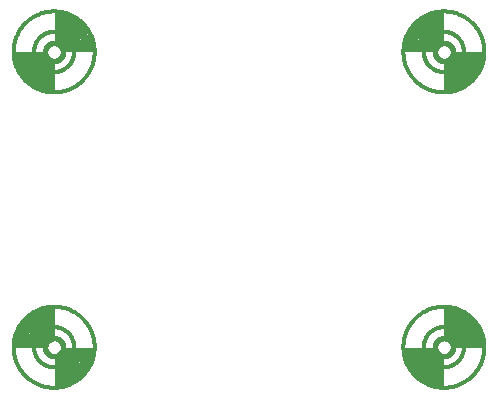
<source format=gbr>
G04 EAGLE Gerber RS-274X export*
G75*
%MOMM*%
%FSLAX34Y34*%
%LPD*%
%INSilkscreen Bottom*%
%IPPOS*%
%AMOC8*
5,1,8,0,0,1.08239X$1,22.5*%
G01*
%ADD10C,0.152400*%
%ADD11C,0.203200*%
%ADD12C,0.248919*%
%ADD13C,0.300000*%
%ADD14C,0.457200*%


D10*
X15710Y300000D02*
X15720Y300842D01*
X15751Y301683D01*
X15803Y302523D01*
X15875Y303361D01*
X15968Y304197D01*
X16081Y305031D01*
X16215Y305862D01*
X16369Y306690D01*
X16543Y307513D01*
X16738Y308332D01*
X16952Y309146D01*
X17187Y309954D01*
X17441Y310756D01*
X17714Y311552D01*
X18008Y312341D01*
X18320Y313122D01*
X18652Y313896D01*
X19002Y314661D01*
X19371Y315417D01*
X19759Y316164D01*
X20165Y316901D01*
X20588Y317629D01*
X21030Y318345D01*
X21489Y319051D01*
X21965Y319744D01*
X22458Y320427D01*
X22968Y321096D01*
X23493Y321753D01*
X24035Y322397D01*
X24593Y323028D01*
X25166Y323644D01*
X25753Y324247D01*
X26356Y324834D01*
X26972Y325407D01*
X27603Y325965D01*
X28247Y326507D01*
X28904Y327032D01*
X29573Y327542D01*
X30256Y328035D01*
X30949Y328511D01*
X31655Y328970D01*
X32371Y329412D01*
X33099Y329835D01*
X33836Y330241D01*
X34583Y330629D01*
X35339Y330998D01*
X36104Y331348D01*
X36878Y331680D01*
X37659Y331992D01*
X38448Y332286D01*
X39244Y332559D01*
X40046Y332813D01*
X40854Y333048D01*
X41668Y333262D01*
X42487Y333457D01*
X43310Y333631D01*
X44138Y333785D01*
X44969Y333919D01*
X45803Y334032D01*
X46639Y334125D01*
X47477Y334197D01*
X48317Y334249D01*
X49158Y334280D01*
X50000Y334290D01*
X50842Y334280D01*
X51683Y334249D01*
X52523Y334197D01*
X53361Y334125D01*
X54197Y334032D01*
X55031Y333919D01*
X55862Y333785D01*
X56690Y333631D01*
X57513Y333457D01*
X58332Y333262D01*
X59146Y333048D01*
X59954Y332813D01*
X60756Y332559D01*
X61552Y332286D01*
X62341Y331992D01*
X63122Y331680D01*
X63896Y331348D01*
X64661Y330998D01*
X65417Y330629D01*
X66164Y330241D01*
X66901Y329835D01*
X67629Y329412D01*
X68345Y328970D01*
X69051Y328511D01*
X69744Y328035D01*
X70427Y327542D01*
X71096Y327032D01*
X71753Y326507D01*
X72397Y325965D01*
X73028Y325407D01*
X73644Y324834D01*
X74247Y324247D01*
X74834Y323644D01*
X75407Y323028D01*
X75965Y322397D01*
X76507Y321753D01*
X77032Y321096D01*
X77542Y320427D01*
X78035Y319744D01*
X78511Y319051D01*
X78970Y318345D01*
X79412Y317629D01*
X79835Y316901D01*
X80241Y316164D01*
X80629Y315417D01*
X80998Y314661D01*
X81348Y313896D01*
X81680Y313122D01*
X81992Y312341D01*
X82286Y311552D01*
X82559Y310756D01*
X82813Y309954D01*
X83048Y309146D01*
X83262Y308332D01*
X83457Y307513D01*
X83631Y306690D01*
X83785Y305862D01*
X83919Y305031D01*
X84032Y304197D01*
X84125Y303361D01*
X84197Y302523D01*
X84249Y301683D01*
X84280Y300842D01*
X84290Y300000D01*
X84280Y299158D01*
X84249Y298317D01*
X84197Y297477D01*
X84125Y296639D01*
X84032Y295803D01*
X83919Y294969D01*
X83785Y294138D01*
X83631Y293310D01*
X83457Y292487D01*
X83262Y291668D01*
X83048Y290854D01*
X82813Y290046D01*
X82559Y289244D01*
X82286Y288448D01*
X81992Y287659D01*
X81680Y286878D01*
X81348Y286104D01*
X80998Y285339D01*
X80629Y284583D01*
X80241Y283836D01*
X79835Y283099D01*
X79412Y282371D01*
X78970Y281655D01*
X78511Y280949D01*
X78035Y280256D01*
X77542Y279573D01*
X77032Y278904D01*
X76507Y278247D01*
X75965Y277603D01*
X75407Y276972D01*
X74834Y276356D01*
X74247Y275753D01*
X73644Y275166D01*
X73028Y274593D01*
X72397Y274035D01*
X71753Y273493D01*
X71096Y272968D01*
X70427Y272458D01*
X69744Y271965D01*
X69051Y271489D01*
X68345Y271030D01*
X67629Y270588D01*
X66901Y270165D01*
X66164Y269759D01*
X65417Y269371D01*
X64661Y269002D01*
X63896Y268652D01*
X63122Y268320D01*
X62341Y268008D01*
X61552Y267714D01*
X60756Y267441D01*
X59954Y267187D01*
X59146Y266952D01*
X58332Y266738D01*
X57513Y266543D01*
X56690Y266369D01*
X55862Y266215D01*
X55031Y266081D01*
X54197Y265968D01*
X53361Y265875D01*
X52523Y265803D01*
X51683Y265751D01*
X50842Y265720D01*
X50000Y265710D01*
X49158Y265720D01*
X48317Y265751D01*
X47477Y265803D01*
X46639Y265875D01*
X45803Y265968D01*
X44969Y266081D01*
X44138Y266215D01*
X43310Y266369D01*
X42487Y266543D01*
X41668Y266738D01*
X40854Y266952D01*
X40046Y267187D01*
X39244Y267441D01*
X38448Y267714D01*
X37659Y268008D01*
X36878Y268320D01*
X36104Y268652D01*
X35339Y269002D01*
X34583Y269371D01*
X33836Y269759D01*
X33099Y270165D01*
X32371Y270588D01*
X31655Y271030D01*
X30949Y271489D01*
X30256Y271965D01*
X29573Y272458D01*
X28904Y272968D01*
X28247Y273493D01*
X27603Y274035D01*
X26972Y274593D01*
X26356Y275166D01*
X25753Y275753D01*
X25166Y276356D01*
X24593Y276972D01*
X24035Y277603D01*
X23493Y278247D01*
X22968Y278904D01*
X22458Y279573D01*
X21965Y280256D01*
X21489Y280949D01*
X21030Y281655D01*
X20588Y282371D01*
X20165Y283099D01*
X19759Y283836D01*
X19371Y284583D01*
X19002Y285339D01*
X18652Y286104D01*
X18320Y286878D01*
X18008Y287659D01*
X17714Y288448D01*
X17441Y289244D01*
X17187Y290046D01*
X16952Y290854D01*
X16738Y291668D01*
X16543Y292487D01*
X16369Y293310D01*
X16215Y294138D01*
X16081Y294969D01*
X15968Y295803D01*
X15875Y296639D01*
X15803Y297477D01*
X15751Y298317D01*
X15720Y299158D01*
X15710Y300000D01*
D11*
X33000Y300000D02*
X33005Y300417D01*
X33020Y300834D01*
X33046Y301251D01*
X33082Y301666D01*
X33128Y302081D01*
X33184Y302494D01*
X33250Y302906D01*
X33327Y303317D01*
X33413Y303725D01*
X33509Y304131D01*
X33616Y304534D01*
X33732Y304935D01*
X33858Y305333D01*
X33994Y305727D01*
X34139Y306118D01*
X34294Y306506D01*
X34458Y306889D01*
X34632Y307268D01*
X34815Y307643D01*
X35007Y308014D01*
X35209Y308379D01*
X35419Y308740D01*
X35637Y309095D01*
X35865Y309445D01*
X36101Y309789D01*
X36345Y310127D01*
X36598Y310459D01*
X36859Y310785D01*
X37127Y311104D01*
X37404Y311417D01*
X37688Y311722D01*
X37979Y312021D01*
X38278Y312312D01*
X38583Y312596D01*
X38896Y312873D01*
X39215Y313141D01*
X39541Y313402D01*
X39873Y313655D01*
X40211Y313899D01*
X40555Y314135D01*
X40905Y314363D01*
X41260Y314581D01*
X41621Y314791D01*
X41986Y314993D01*
X42357Y315185D01*
X42732Y315368D01*
X43111Y315542D01*
X43494Y315706D01*
X43882Y315861D01*
X44273Y316006D01*
X44667Y316142D01*
X45065Y316268D01*
X45466Y316384D01*
X45869Y316491D01*
X46275Y316587D01*
X46683Y316673D01*
X47094Y316750D01*
X47506Y316816D01*
X47919Y316872D01*
X48334Y316918D01*
X48749Y316954D01*
X49166Y316980D01*
X49583Y316995D01*
X50000Y317000D01*
X50417Y316995D01*
X50834Y316980D01*
X51251Y316954D01*
X51666Y316918D01*
X52081Y316872D01*
X52494Y316816D01*
X52906Y316750D01*
X53317Y316673D01*
X53725Y316587D01*
X54131Y316491D01*
X54534Y316384D01*
X54935Y316268D01*
X55333Y316142D01*
X55727Y316006D01*
X56118Y315861D01*
X56506Y315706D01*
X56889Y315542D01*
X57268Y315368D01*
X57643Y315185D01*
X58014Y314993D01*
X58379Y314791D01*
X58740Y314581D01*
X59095Y314363D01*
X59445Y314135D01*
X59789Y313899D01*
X60127Y313655D01*
X60459Y313402D01*
X60785Y313141D01*
X61104Y312873D01*
X61417Y312596D01*
X61722Y312312D01*
X62021Y312021D01*
X62312Y311722D01*
X62596Y311417D01*
X62873Y311104D01*
X63141Y310785D01*
X63402Y310459D01*
X63655Y310127D01*
X63899Y309789D01*
X64135Y309445D01*
X64363Y309095D01*
X64581Y308740D01*
X64791Y308379D01*
X64993Y308014D01*
X65185Y307643D01*
X65368Y307268D01*
X65542Y306889D01*
X65706Y306506D01*
X65861Y306118D01*
X66006Y305727D01*
X66142Y305333D01*
X66268Y304935D01*
X66384Y304534D01*
X66491Y304131D01*
X66587Y303725D01*
X66673Y303317D01*
X66750Y302906D01*
X66816Y302494D01*
X66872Y302081D01*
X66918Y301666D01*
X66954Y301251D01*
X66980Y300834D01*
X66995Y300417D01*
X67000Y300000D01*
X66995Y299583D01*
X66980Y299166D01*
X66954Y298749D01*
X66918Y298334D01*
X66872Y297919D01*
X66816Y297506D01*
X66750Y297094D01*
X66673Y296683D01*
X66587Y296275D01*
X66491Y295869D01*
X66384Y295466D01*
X66268Y295065D01*
X66142Y294667D01*
X66006Y294273D01*
X65861Y293882D01*
X65706Y293494D01*
X65542Y293111D01*
X65368Y292732D01*
X65185Y292357D01*
X64993Y291986D01*
X64791Y291621D01*
X64581Y291260D01*
X64363Y290905D01*
X64135Y290555D01*
X63899Y290211D01*
X63655Y289873D01*
X63402Y289541D01*
X63141Y289215D01*
X62873Y288896D01*
X62596Y288583D01*
X62312Y288278D01*
X62021Y287979D01*
X61722Y287688D01*
X61417Y287404D01*
X61104Y287127D01*
X60785Y286859D01*
X60459Y286598D01*
X60127Y286345D01*
X59789Y286101D01*
X59445Y285865D01*
X59095Y285637D01*
X58740Y285419D01*
X58379Y285209D01*
X58014Y285007D01*
X57643Y284815D01*
X57268Y284632D01*
X56889Y284458D01*
X56506Y284294D01*
X56118Y284139D01*
X55727Y283994D01*
X55333Y283858D01*
X54935Y283732D01*
X54534Y283616D01*
X54131Y283509D01*
X53725Y283413D01*
X53317Y283327D01*
X52906Y283250D01*
X52494Y283184D01*
X52081Y283128D01*
X51666Y283082D01*
X51251Y283046D01*
X50834Y283020D01*
X50417Y283005D01*
X50000Y283000D01*
X49583Y283005D01*
X49166Y283020D01*
X48749Y283046D01*
X48334Y283082D01*
X47919Y283128D01*
X47506Y283184D01*
X47094Y283250D01*
X46683Y283327D01*
X46275Y283413D01*
X45869Y283509D01*
X45466Y283616D01*
X45065Y283732D01*
X44667Y283858D01*
X44273Y283994D01*
X43882Y284139D01*
X43494Y284294D01*
X43111Y284458D01*
X42732Y284632D01*
X42357Y284815D01*
X41986Y285007D01*
X41621Y285209D01*
X41260Y285419D01*
X40905Y285637D01*
X40555Y285865D01*
X40211Y286101D01*
X39873Y286345D01*
X39541Y286598D01*
X39215Y286859D01*
X38896Y287127D01*
X38583Y287404D01*
X38278Y287688D01*
X37979Y287979D01*
X37688Y288278D01*
X37404Y288583D01*
X37127Y288896D01*
X36859Y289215D01*
X36598Y289541D01*
X36345Y289873D01*
X36101Y290211D01*
X35865Y290555D01*
X35637Y290905D01*
X35419Y291260D01*
X35209Y291621D01*
X35007Y291986D01*
X34815Y292357D01*
X34632Y292732D01*
X34458Y293111D01*
X34294Y293494D01*
X34139Y293882D01*
X33994Y294273D01*
X33858Y294667D01*
X33732Y295065D01*
X33616Y295466D01*
X33509Y295869D01*
X33413Y296275D01*
X33327Y296683D01*
X33250Y297094D01*
X33184Y297506D01*
X33128Y297919D01*
X33082Y298334D01*
X33046Y298749D01*
X33020Y299166D01*
X33005Y299583D01*
X33000Y300000D01*
D12*
X17232Y298756D02*
X39686Y298759D01*
X39685Y298758D02*
X39719Y298509D01*
X39758Y298261D01*
X39803Y298013D01*
X39854Y297767D01*
X39911Y297522D01*
X39974Y297279D01*
X40042Y297037D01*
X40117Y296797D01*
X40198Y296559D01*
X40284Y296322D01*
X40376Y296088D01*
X40473Y295857D01*
X40576Y295627D01*
X40685Y295400D01*
X40799Y295176D01*
X40918Y294955D01*
X41043Y294737D01*
X41173Y294522D01*
X41308Y294309D01*
X41448Y294101D01*
X41594Y293896D01*
X41744Y293694D01*
X41899Y293496D01*
X42059Y293302D01*
X42223Y293112D01*
X42392Y292925D01*
X42566Y292743D01*
X42743Y292566D01*
X42925Y292392D01*
X43112Y292223D01*
X43302Y292059D01*
X43496Y291899D01*
X43694Y291744D01*
X43896Y291594D01*
X44101Y291448D01*
X44309Y291308D01*
X44522Y291173D01*
X44737Y291043D01*
X44955Y290918D01*
X45176Y290799D01*
X45400Y290685D01*
X45627Y290576D01*
X45857Y290473D01*
X46088Y290376D01*
X46322Y290284D01*
X46559Y290198D01*
X46797Y290117D01*
X47037Y290042D01*
X47279Y289974D01*
X47522Y289911D01*
X47767Y289854D01*
X48013Y289803D01*
X48261Y289758D01*
X48509Y289719D01*
X48758Y289685D01*
X48756Y267232D01*
X47953Y267272D01*
X47152Y267332D01*
X46352Y267412D01*
X45555Y267511D01*
X44760Y267629D01*
X43968Y267767D01*
X43180Y267925D01*
X42396Y268102D01*
X41617Y268298D01*
X40843Y268513D01*
X40074Y268746D01*
X39311Y268999D01*
X38555Y269270D01*
X37805Y269560D01*
X37063Y269868D01*
X36328Y270194D01*
X35602Y270538D01*
X34884Y270900D01*
X34176Y271279D01*
X33477Y271675D01*
X32788Y272088D01*
X32109Y272519D01*
X31441Y272965D01*
X30784Y273428D01*
X30139Y273907D01*
X29505Y274401D01*
X28884Y274911D01*
X28276Y275436D01*
X27680Y275976D01*
X27098Y276530D01*
X26530Y277098D01*
X25976Y277680D01*
X25436Y278276D01*
X24911Y278884D01*
X24401Y279505D01*
X23907Y280139D01*
X23428Y280784D01*
X22965Y281441D01*
X22519Y282109D01*
X22088Y282788D01*
X21675Y283477D01*
X21279Y284176D01*
X20900Y284884D01*
X20538Y285602D01*
X20194Y286328D01*
X19868Y287063D01*
X19560Y287805D01*
X19270Y288555D01*
X18999Y289311D01*
X18746Y290074D01*
X18513Y290843D01*
X18298Y291617D01*
X18102Y292396D01*
X17925Y293180D01*
X17767Y293968D01*
X17629Y294760D01*
X17511Y295555D01*
X17412Y296352D01*
X17332Y297152D01*
X17272Y297953D01*
X17232Y298756D01*
X19597Y298756D01*
X19637Y298014D01*
X19694Y297274D01*
X19770Y296535D01*
X19864Y295798D01*
X19975Y295064D01*
X20104Y294332D01*
X20252Y293604D01*
X20417Y292880D01*
X20599Y292160D01*
X20799Y291445D01*
X21017Y290735D01*
X21252Y290030D01*
X21504Y289332D01*
X21772Y288639D01*
X22058Y287954D01*
X22360Y287275D01*
X22679Y286604D01*
X23014Y285942D01*
X23366Y285287D01*
X23733Y284641D01*
X24115Y284005D01*
X24513Y283378D01*
X24927Y282761D01*
X25355Y282154D01*
X25798Y281558D01*
X26255Y280972D01*
X26727Y280399D01*
X27212Y279836D01*
X27711Y279286D01*
X28223Y278748D01*
X28748Y278223D01*
X29286Y277711D01*
X29836Y277212D01*
X30399Y276727D01*
X30972Y276255D01*
X31558Y275798D01*
X32154Y275355D01*
X32761Y274927D01*
X33378Y274513D01*
X34005Y274115D01*
X34641Y273733D01*
X35287Y273366D01*
X35942Y273014D01*
X36604Y272679D01*
X37275Y272360D01*
X37954Y272058D01*
X38639Y271772D01*
X39332Y271504D01*
X40030Y271252D01*
X40735Y271017D01*
X41445Y270799D01*
X42160Y270599D01*
X42880Y270417D01*
X43604Y270252D01*
X44332Y270104D01*
X45064Y269975D01*
X45798Y269864D01*
X46535Y269770D01*
X47274Y269694D01*
X48014Y269637D01*
X48756Y269597D01*
X48756Y271964D01*
X48075Y272002D01*
X47396Y272057D01*
X46717Y272129D01*
X46041Y272217D01*
X45367Y272321D01*
X44696Y272442D01*
X44028Y272579D01*
X43364Y272732D01*
X42704Y272901D01*
X42047Y273086D01*
X41396Y273288D01*
X40749Y273504D01*
X40108Y273737D01*
X39473Y273985D01*
X38844Y274248D01*
X38222Y274527D01*
X37607Y274821D01*
X36999Y275129D01*
X36398Y275452D01*
X35806Y275790D01*
X35222Y276142D01*
X34647Y276508D01*
X34080Y276888D01*
X33524Y277282D01*
X32977Y277689D01*
X32440Y278109D01*
X31913Y278542D01*
X31397Y278988D01*
X30892Y279446D01*
X30398Y279916D01*
X29916Y280398D01*
X29446Y280892D01*
X28988Y281397D01*
X28542Y281913D01*
X28109Y282440D01*
X27689Y282977D01*
X27282Y283524D01*
X26888Y284080D01*
X26508Y284647D01*
X26142Y285222D01*
X25790Y285806D01*
X25452Y286398D01*
X25129Y286999D01*
X24821Y287607D01*
X24527Y288222D01*
X24248Y288844D01*
X23985Y289473D01*
X23737Y290108D01*
X23504Y290749D01*
X23288Y291396D01*
X23086Y292047D01*
X22901Y292704D01*
X22732Y293364D01*
X22579Y294028D01*
X22442Y294696D01*
X22321Y295367D01*
X22217Y296041D01*
X22129Y296717D01*
X22057Y297396D01*
X22002Y298075D01*
X21964Y298756D01*
X24330Y298756D01*
X24368Y298136D01*
X24420Y297517D01*
X24488Y296900D01*
X24570Y296285D01*
X24667Y295671D01*
X24779Y295060D01*
X24906Y294453D01*
X25047Y293848D01*
X25203Y293247D01*
X25374Y292650D01*
X25558Y292057D01*
X25757Y291469D01*
X25971Y290885D01*
X26198Y290307D01*
X26439Y289735D01*
X26694Y289169D01*
X26962Y288609D01*
X27244Y288056D01*
X27539Y287509D01*
X27848Y286970D01*
X28169Y286439D01*
X28503Y285916D01*
X28850Y285400D01*
X29209Y284894D01*
X29580Y284396D01*
X29963Y283907D01*
X30357Y283427D01*
X30763Y282958D01*
X31181Y282498D01*
X31609Y282048D01*
X32048Y281609D01*
X32498Y281181D01*
X32958Y280763D01*
X33427Y280357D01*
X33907Y279963D01*
X34396Y279580D01*
X34894Y279209D01*
X35400Y278850D01*
X35916Y278503D01*
X36439Y278169D01*
X36970Y277848D01*
X37509Y277539D01*
X38056Y277244D01*
X38609Y276962D01*
X39169Y276694D01*
X39735Y276439D01*
X40307Y276198D01*
X40885Y275971D01*
X41469Y275757D01*
X42057Y275558D01*
X42650Y275374D01*
X43247Y275203D01*
X43848Y275047D01*
X44453Y274906D01*
X45060Y274779D01*
X45671Y274667D01*
X46285Y274570D01*
X46900Y274488D01*
X47517Y274420D01*
X48136Y274368D01*
X48756Y274330D01*
X48756Y276697D01*
X48188Y276734D01*
X47621Y276786D01*
X47055Y276851D01*
X46491Y276929D01*
X45929Y277022D01*
X45370Y277128D01*
X44813Y277248D01*
X44259Y277381D01*
X43709Y277528D01*
X43163Y277688D01*
X42620Y277862D01*
X42082Y278048D01*
X41549Y278248D01*
X41021Y278461D01*
X40498Y278686D01*
X39981Y278924D01*
X39470Y279175D01*
X38965Y279438D01*
X38466Y279714D01*
X37975Y280001D01*
X37490Y280300D01*
X37013Y280612D01*
X36544Y280934D01*
X36083Y281268D01*
X35630Y281613D01*
X35186Y281969D01*
X34750Y282336D01*
X34324Y282714D01*
X33906Y283101D01*
X33499Y283499D01*
X33101Y283906D01*
X32714Y284324D01*
X32336Y284750D01*
X31969Y285186D01*
X31613Y285630D01*
X31268Y286083D01*
X30934Y286544D01*
X30612Y287013D01*
X30300Y287490D01*
X30001Y287975D01*
X29714Y288466D01*
X29438Y288965D01*
X29175Y289470D01*
X28924Y289981D01*
X28686Y290498D01*
X28461Y291021D01*
X28248Y291549D01*
X28048Y292082D01*
X27862Y292620D01*
X27688Y293163D01*
X27528Y293709D01*
X27381Y294259D01*
X27248Y294813D01*
X27128Y295370D01*
X27022Y295929D01*
X26929Y296491D01*
X26851Y297055D01*
X26786Y297621D01*
X26734Y298188D01*
X26697Y298756D01*
X29065Y298756D01*
X29101Y298250D01*
X29150Y297745D01*
X29210Y297241D01*
X29283Y296739D01*
X29368Y296238D01*
X29465Y295740D01*
X29574Y295244D01*
X29695Y294751D01*
X29828Y294262D01*
X29973Y293775D01*
X30130Y293292D01*
X30298Y292813D01*
X30477Y292339D01*
X30669Y291869D01*
X30871Y291403D01*
X31085Y290943D01*
X31309Y290488D01*
X31545Y290038D01*
X31792Y289594D01*
X32049Y289157D01*
X32316Y288726D01*
X32594Y288301D01*
X32883Y287883D01*
X33181Y287472D01*
X33489Y287069D01*
X33807Y286673D01*
X34134Y286285D01*
X34470Y285905D01*
X34816Y285534D01*
X35171Y285171D01*
X35534Y284816D01*
X35905Y284470D01*
X36285Y284134D01*
X36673Y283807D01*
X37069Y283489D01*
X37472Y283181D01*
X37883Y282883D01*
X38301Y282594D01*
X38726Y282316D01*
X39157Y282049D01*
X39594Y281792D01*
X40038Y281545D01*
X40488Y281309D01*
X40943Y281085D01*
X41403Y280871D01*
X41869Y280669D01*
X42339Y280477D01*
X42813Y280298D01*
X43292Y280130D01*
X43775Y279973D01*
X44262Y279828D01*
X44751Y279695D01*
X45244Y279574D01*
X45740Y279465D01*
X46238Y279368D01*
X46739Y279283D01*
X47241Y279210D01*
X47745Y279150D01*
X48250Y279101D01*
X48756Y279065D01*
X48756Y281434D01*
X48305Y281469D01*
X47854Y281516D01*
X47404Y281574D01*
X46956Y281643D01*
X46510Y281722D01*
X46066Y281813D01*
X45624Y281914D01*
X45185Y282026D01*
X44749Y282148D01*
X44316Y282282D01*
X43886Y282425D01*
X43460Y282579D01*
X43037Y282744D01*
X42619Y282918D01*
X42205Y283103D01*
X41796Y283298D01*
X41392Y283503D01*
X40992Y283717D01*
X40599Y283942D01*
X40210Y284175D01*
X39828Y284418D01*
X39451Y284671D01*
X39081Y284932D01*
X38717Y285203D01*
X38360Y285482D01*
X38010Y285770D01*
X37667Y286066D01*
X37332Y286370D01*
X37003Y286683D01*
X36683Y287003D01*
X36370Y287332D01*
X36066Y287667D01*
X35770Y288010D01*
X35482Y288360D01*
X35203Y288717D01*
X34932Y289081D01*
X34671Y289451D01*
X34418Y289828D01*
X34175Y290210D01*
X33942Y290599D01*
X33717Y290992D01*
X33503Y291392D01*
X33298Y291796D01*
X33103Y292205D01*
X32918Y292619D01*
X32744Y293037D01*
X32579Y293460D01*
X32425Y293886D01*
X32282Y294316D01*
X32148Y294749D01*
X32026Y295185D01*
X31914Y295624D01*
X31813Y296066D01*
X31722Y296510D01*
X31643Y296956D01*
X31574Y297404D01*
X31516Y297854D01*
X31469Y298305D01*
X31434Y298756D01*
X33804Y298757D01*
X33839Y298361D01*
X33884Y297967D01*
X33938Y297574D01*
X34002Y297182D01*
X34076Y296792D01*
X34159Y296403D01*
X34252Y296017D01*
X34354Y295634D01*
X34465Y295253D01*
X34586Y294874D01*
X34716Y294499D01*
X34855Y294127D01*
X35003Y293759D01*
X35160Y293394D01*
X35326Y293034D01*
X35500Y292677D01*
X35684Y292325D01*
X35875Y291977D01*
X36076Y291635D01*
X36284Y291297D01*
X36501Y290964D01*
X36726Y290637D01*
X36959Y290315D01*
X37199Y290000D01*
X37447Y289690D01*
X37703Y289386D01*
X37966Y289089D01*
X38236Y288798D01*
X38514Y288514D01*
X38798Y288236D01*
X39089Y287966D01*
X39386Y287703D01*
X39690Y287447D01*
X40000Y287199D01*
X40315Y286959D01*
X40637Y286726D01*
X40964Y286501D01*
X41297Y286284D01*
X41635Y286076D01*
X41977Y285875D01*
X42325Y285684D01*
X42677Y285500D01*
X43034Y285326D01*
X43394Y285160D01*
X43759Y285003D01*
X44127Y284855D01*
X44499Y284716D01*
X44874Y284586D01*
X45253Y284465D01*
X45634Y284354D01*
X46017Y284252D01*
X46403Y284159D01*
X46792Y284076D01*
X47182Y284002D01*
X47574Y283938D01*
X47967Y283884D01*
X48361Y283839D01*
X48757Y283804D01*
X48757Y286176D01*
X48420Y286210D01*
X48084Y286253D01*
X47749Y286304D01*
X47415Y286363D01*
X47083Y286430D01*
X46753Y286505D01*
X46424Y286588D01*
X46098Y286680D01*
X45774Y286779D01*
X45453Y286886D01*
X45134Y287001D01*
X44818Y287124D01*
X44505Y287254D01*
X44196Y287392D01*
X43890Y287537D01*
X43587Y287690D01*
X43289Y287850D01*
X42994Y288018D01*
X42704Y288192D01*
X42418Y288374D01*
X42136Y288562D01*
X41859Y288758D01*
X41587Y288960D01*
X41321Y289169D01*
X41059Y289384D01*
X40802Y289605D01*
X40551Y289833D01*
X40306Y290066D01*
X40066Y290306D01*
X39833Y290551D01*
X39605Y290802D01*
X39384Y291059D01*
X39169Y291321D01*
X38960Y291587D01*
X38758Y291859D01*
X38562Y292136D01*
X38374Y292418D01*
X38192Y292704D01*
X38018Y292994D01*
X37850Y293289D01*
X37690Y293587D01*
X37537Y293890D01*
X37392Y294196D01*
X37254Y294505D01*
X37124Y294818D01*
X37001Y295134D01*
X36886Y295453D01*
X36779Y295774D01*
X36680Y296098D01*
X36588Y296424D01*
X36505Y296753D01*
X36430Y297083D01*
X36363Y297415D01*
X36304Y297749D01*
X36253Y298084D01*
X36210Y298420D01*
X36176Y298757D01*
X38551Y298758D01*
X38585Y298481D01*
X38625Y298206D01*
X38671Y297931D01*
X38725Y297658D01*
X38785Y297386D01*
X38851Y297115D01*
X38924Y296846D01*
X39004Y296579D01*
X39090Y296314D01*
X39182Y296052D01*
X39281Y295791D01*
X39386Y295533D01*
X39497Y295278D01*
X39614Y295025D01*
X39738Y294775D01*
X39867Y294528D01*
X40002Y294285D01*
X40143Y294045D01*
X40290Y293808D01*
X40443Y293575D01*
X40601Y293346D01*
X40765Y293120D01*
X40934Y292899D01*
X41108Y292682D01*
X41288Y292469D01*
X41473Y292260D01*
X41662Y292056D01*
X41857Y291857D01*
X42056Y291662D01*
X42260Y291473D01*
X42469Y291288D01*
X42682Y291108D01*
X42899Y290934D01*
X43120Y290765D01*
X43346Y290601D01*
X43575Y290443D01*
X43808Y290290D01*
X44045Y290143D01*
X44285Y290002D01*
X44528Y289867D01*
X44775Y289738D01*
X45025Y289614D01*
X45278Y289497D01*
X45533Y289386D01*
X45791Y289281D01*
X46052Y289182D01*
X46314Y289090D01*
X46579Y289004D01*
X46846Y288924D01*
X47115Y288851D01*
X47386Y288785D01*
X47658Y288725D01*
X47931Y288671D01*
X48206Y288625D01*
X48481Y288585D01*
X48758Y288551D01*
X82768Y301244D02*
X60314Y301241D01*
X60315Y301242D02*
X60281Y301491D01*
X60242Y301739D01*
X60197Y301987D01*
X60146Y302233D01*
X60089Y302478D01*
X60026Y302721D01*
X59958Y302963D01*
X59883Y303203D01*
X59802Y303441D01*
X59716Y303678D01*
X59624Y303912D01*
X59527Y304143D01*
X59424Y304373D01*
X59315Y304600D01*
X59201Y304824D01*
X59082Y305045D01*
X58957Y305263D01*
X58827Y305478D01*
X58692Y305691D01*
X58552Y305899D01*
X58406Y306104D01*
X58256Y306306D01*
X58101Y306504D01*
X57941Y306698D01*
X57777Y306888D01*
X57608Y307075D01*
X57434Y307257D01*
X57257Y307434D01*
X57075Y307608D01*
X56888Y307777D01*
X56698Y307941D01*
X56504Y308101D01*
X56306Y308256D01*
X56104Y308406D01*
X55899Y308552D01*
X55691Y308692D01*
X55478Y308827D01*
X55263Y308957D01*
X55045Y309082D01*
X54824Y309201D01*
X54600Y309315D01*
X54373Y309424D01*
X54143Y309527D01*
X53912Y309624D01*
X53678Y309716D01*
X53441Y309802D01*
X53203Y309883D01*
X52963Y309958D01*
X52721Y310026D01*
X52478Y310089D01*
X52233Y310146D01*
X51987Y310197D01*
X51739Y310242D01*
X51491Y310281D01*
X51242Y310315D01*
X51244Y332768D01*
X52047Y332728D01*
X52848Y332668D01*
X53648Y332588D01*
X54445Y332489D01*
X55240Y332371D01*
X56032Y332233D01*
X56820Y332075D01*
X57604Y331898D01*
X58383Y331702D01*
X59157Y331487D01*
X59926Y331254D01*
X60689Y331001D01*
X61445Y330730D01*
X62195Y330440D01*
X62937Y330132D01*
X63672Y329806D01*
X64398Y329462D01*
X65116Y329100D01*
X65824Y328721D01*
X66523Y328325D01*
X67212Y327912D01*
X67891Y327481D01*
X68559Y327035D01*
X69216Y326572D01*
X69861Y326093D01*
X70495Y325599D01*
X71116Y325089D01*
X71724Y324564D01*
X72320Y324024D01*
X72902Y323470D01*
X73470Y322902D01*
X74024Y322320D01*
X74564Y321724D01*
X75089Y321116D01*
X75599Y320495D01*
X76093Y319861D01*
X76572Y319216D01*
X77035Y318559D01*
X77481Y317891D01*
X77912Y317212D01*
X78325Y316523D01*
X78721Y315824D01*
X79100Y315116D01*
X79462Y314398D01*
X79806Y313672D01*
X80132Y312937D01*
X80440Y312195D01*
X80730Y311445D01*
X81001Y310689D01*
X81254Y309926D01*
X81487Y309157D01*
X81702Y308383D01*
X81898Y307604D01*
X82075Y306820D01*
X82233Y306032D01*
X82371Y305240D01*
X82489Y304445D01*
X82588Y303648D01*
X82668Y302848D01*
X82728Y302047D01*
X82768Y301244D01*
X80403Y301244D01*
X80363Y301986D01*
X80306Y302726D01*
X80230Y303465D01*
X80136Y304202D01*
X80025Y304936D01*
X79896Y305668D01*
X79748Y306396D01*
X79583Y307120D01*
X79401Y307840D01*
X79201Y308555D01*
X78983Y309265D01*
X78748Y309970D01*
X78496Y310668D01*
X78228Y311361D01*
X77942Y312046D01*
X77640Y312725D01*
X77321Y313396D01*
X76986Y314058D01*
X76634Y314713D01*
X76267Y315359D01*
X75885Y315995D01*
X75487Y316622D01*
X75073Y317239D01*
X74645Y317846D01*
X74202Y318442D01*
X73745Y319028D01*
X73273Y319601D01*
X72788Y320164D01*
X72289Y320714D01*
X71777Y321252D01*
X71252Y321777D01*
X70714Y322289D01*
X70164Y322788D01*
X69601Y323273D01*
X69028Y323745D01*
X68442Y324202D01*
X67846Y324645D01*
X67239Y325073D01*
X66622Y325487D01*
X65995Y325885D01*
X65359Y326267D01*
X64713Y326634D01*
X64058Y326986D01*
X63396Y327321D01*
X62725Y327640D01*
X62046Y327942D01*
X61361Y328228D01*
X60668Y328496D01*
X59970Y328748D01*
X59265Y328983D01*
X58555Y329201D01*
X57840Y329401D01*
X57120Y329583D01*
X56396Y329748D01*
X55668Y329896D01*
X54936Y330025D01*
X54202Y330136D01*
X53465Y330230D01*
X52726Y330306D01*
X51986Y330363D01*
X51244Y330403D01*
X51244Y328036D01*
X51925Y327998D01*
X52604Y327943D01*
X53283Y327871D01*
X53959Y327783D01*
X54633Y327679D01*
X55304Y327558D01*
X55972Y327421D01*
X56636Y327268D01*
X57296Y327099D01*
X57953Y326914D01*
X58604Y326712D01*
X59251Y326496D01*
X59892Y326263D01*
X60527Y326015D01*
X61156Y325752D01*
X61778Y325473D01*
X62393Y325179D01*
X63001Y324871D01*
X63602Y324548D01*
X64194Y324210D01*
X64778Y323858D01*
X65353Y323492D01*
X65920Y323112D01*
X66476Y322718D01*
X67023Y322311D01*
X67560Y321891D01*
X68087Y321458D01*
X68603Y321012D01*
X69108Y320554D01*
X69602Y320084D01*
X70084Y319602D01*
X70554Y319108D01*
X71012Y318603D01*
X71458Y318087D01*
X71891Y317560D01*
X72311Y317023D01*
X72718Y316476D01*
X73112Y315920D01*
X73492Y315353D01*
X73858Y314778D01*
X74210Y314194D01*
X74548Y313602D01*
X74871Y313001D01*
X75179Y312393D01*
X75473Y311778D01*
X75752Y311156D01*
X76015Y310527D01*
X76263Y309892D01*
X76496Y309251D01*
X76712Y308604D01*
X76914Y307953D01*
X77099Y307296D01*
X77268Y306636D01*
X77421Y305972D01*
X77558Y305304D01*
X77679Y304633D01*
X77783Y303959D01*
X77871Y303283D01*
X77943Y302604D01*
X77998Y301925D01*
X78036Y301244D01*
X75670Y301244D01*
X75632Y301864D01*
X75580Y302483D01*
X75512Y303100D01*
X75430Y303715D01*
X75333Y304329D01*
X75221Y304940D01*
X75094Y305547D01*
X74953Y306152D01*
X74797Y306753D01*
X74626Y307350D01*
X74442Y307943D01*
X74243Y308531D01*
X74029Y309115D01*
X73802Y309693D01*
X73561Y310265D01*
X73306Y310831D01*
X73038Y311391D01*
X72756Y311944D01*
X72461Y312491D01*
X72152Y313030D01*
X71831Y313561D01*
X71497Y314084D01*
X71150Y314600D01*
X70791Y315106D01*
X70420Y315604D01*
X70037Y316093D01*
X69643Y316573D01*
X69237Y317042D01*
X68819Y317502D01*
X68391Y317952D01*
X67952Y318391D01*
X67502Y318819D01*
X67042Y319237D01*
X66573Y319643D01*
X66093Y320037D01*
X65604Y320420D01*
X65106Y320791D01*
X64600Y321150D01*
X64084Y321497D01*
X63561Y321831D01*
X63030Y322152D01*
X62491Y322461D01*
X61944Y322756D01*
X61391Y323038D01*
X60831Y323306D01*
X60265Y323561D01*
X59693Y323802D01*
X59115Y324029D01*
X58531Y324243D01*
X57943Y324442D01*
X57350Y324626D01*
X56753Y324797D01*
X56152Y324953D01*
X55547Y325094D01*
X54940Y325221D01*
X54329Y325333D01*
X53715Y325430D01*
X53100Y325512D01*
X52483Y325580D01*
X51864Y325632D01*
X51244Y325670D01*
X51244Y323303D01*
X51812Y323266D01*
X52379Y323214D01*
X52945Y323149D01*
X53509Y323071D01*
X54071Y322978D01*
X54630Y322872D01*
X55187Y322752D01*
X55741Y322619D01*
X56291Y322472D01*
X56837Y322312D01*
X57380Y322138D01*
X57918Y321952D01*
X58451Y321752D01*
X58979Y321539D01*
X59502Y321314D01*
X60019Y321076D01*
X60530Y320825D01*
X61035Y320562D01*
X61534Y320286D01*
X62025Y319999D01*
X62510Y319700D01*
X62987Y319388D01*
X63456Y319066D01*
X63917Y318732D01*
X64370Y318387D01*
X64814Y318031D01*
X65250Y317664D01*
X65676Y317286D01*
X66094Y316899D01*
X66501Y316501D01*
X66899Y316094D01*
X67286Y315676D01*
X67664Y315250D01*
X68031Y314814D01*
X68387Y314370D01*
X68732Y313917D01*
X69066Y313456D01*
X69388Y312987D01*
X69700Y312510D01*
X69999Y312025D01*
X70286Y311534D01*
X70562Y311035D01*
X70825Y310530D01*
X71076Y310019D01*
X71314Y309502D01*
X71539Y308979D01*
X71752Y308451D01*
X71952Y307918D01*
X72138Y307380D01*
X72312Y306837D01*
X72472Y306291D01*
X72619Y305741D01*
X72752Y305187D01*
X72872Y304630D01*
X72978Y304071D01*
X73071Y303509D01*
X73149Y302945D01*
X73214Y302379D01*
X73266Y301812D01*
X73303Y301244D01*
X70935Y301244D01*
X70899Y301750D01*
X70850Y302255D01*
X70790Y302759D01*
X70717Y303261D01*
X70632Y303762D01*
X70535Y304260D01*
X70426Y304756D01*
X70305Y305249D01*
X70172Y305738D01*
X70027Y306225D01*
X69870Y306708D01*
X69702Y307187D01*
X69523Y307661D01*
X69331Y308131D01*
X69129Y308597D01*
X68915Y309057D01*
X68691Y309512D01*
X68455Y309962D01*
X68208Y310406D01*
X67951Y310843D01*
X67684Y311274D01*
X67406Y311699D01*
X67117Y312117D01*
X66819Y312528D01*
X66511Y312931D01*
X66193Y313327D01*
X65866Y313715D01*
X65530Y314095D01*
X65184Y314466D01*
X64829Y314829D01*
X64466Y315184D01*
X64095Y315530D01*
X63715Y315866D01*
X63327Y316193D01*
X62931Y316511D01*
X62528Y316819D01*
X62117Y317117D01*
X61699Y317406D01*
X61274Y317684D01*
X60843Y317951D01*
X60406Y318208D01*
X59962Y318455D01*
X59512Y318691D01*
X59057Y318915D01*
X58597Y319129D01*
X58131Y319331D01*
X57661Y319523D01*
X57187Y319702D01*
X56708Y319870D01*
X56225Y320027D01*
X55738Y320172D01*
X55249Y320305D01*
X54756Y320426D01*
X54260Y320535D01*
X53762Y320632D01*
X53261Y320717D01*
X52759Y320790D01*
X52255Y320850D01*
X51750Y320899D01*
X51244Y320935D01*
X51244Y318566D01*
X51695Y318531D01*
X52146Y318484D01*
X52596Y318426D01*
X53044Y318357D01*
X53490Y318278D01*
X53934Y318187D01*
X54376Y318086D01*
X54815Y317974D01*
X55251Y317852D01*
X55684Y317718D01*
X56114Y317575D01*
X56540Y317421D01*
X56963Y317256D01*
X57381Y317082D01*
X57795Y316897D01*
X58204Y316702D01*
X58608Y316497D01*
X59008Y316283D01*
X59401Y316058D01*
X59790Y315825D01*
X60172Y315582D01*
X60549Y315329D01*
X60919Y315068D01*
X61283Y314797D01*
X61640Y314518D01*
X61990Y314230D01*
X62333Y313934D01*
X62668Y313630D01*
X62997Y313317D01*
X63317Y312997D01*
X63630Y312668D01*
X63934Y312333D01*
X64230Y311990D01*
X64518Y311640D01*
X64797Y311283D01*
X65068Y310919D01*
X65329Y310549D01*
X65582Y310172D01*
X65825Y309790D01*
X66058Y309401D01*
X66283Y309008D01*
X66497Y308608D01*
X66702Y308204D01*
X66897Y307795D01*
X67082Y307381D01*
X67256Y306963D01*
X67421Y306540D01*
X67575Y306114D01*
X67718Y305684D01*
X67852Y305251D01*
X67974Y304815D01*
X68086Y304376D01*
X68187Y303934D01*
X68278Y303490D01*
X68357Y303044D01*
X68426Y302596D01*
X68484Y302146D01*
X68531Y301695D01*
X68566Y301244D01*
X66196Y301243D01*
X66161Y301639D01*
X66116Y302033D01*
X66062Y302426D01*
X65998Y302818D01*
X65924Y303208D01*
X65841Y303597D01*
X65748Y303983D01*
X65646Y304366D01*
X65535Y304747D01*
X65414Y305126D01*
X65284Y305501D01*
X65145Y305873D01*
X64997Y306241D01*
X64840Y306606D01*
X64674Y306966D01*
X64500Y307323D01*
X64316Y307675D01*
X64125Y308023D01*
X63924Y308365D01*
X63716Y308703D01*
X63499Y309036D01*
X63274Y309363D01*
X63041Y309685D01*
X62801Y310000D01*
X62553Y310310D01*
X62297Y310614D01*
X62034Y310911D01*
X61764Y311202D01*
X61486Y311486D01*
X61202Y311764D01*
X60911Y312034D01*
X60614Y312297D01*
X60310Y312553D01*
X60000Y312801D01*
X59685Y313041D01*
X59363Y313274D01*
X59036Y313499D01*
X58703Y313716D01*
X58365Y313924D01*
X58023Y314125D01*
X57675Y314316D01*
X57323Y314500D01*
X56966Y314674D01*
X56606Y314840D01*
X56241Y314997D01*
X55873Y315145D01*
X55501Y315284D01*
X55126Y315414D01*
X54747Y315535D01*
X54366Y315646D01*
X53983Y315748D01*
X53597Y315841D01*
X53208Y315924D01*
X52818Y315998D01*
X52426Y316062D01*
X52033Y316116D01*
X51639Y316161D01*
X51243Y316196D01*
X51243Y313824D01*
X51580Y313790D01*
X51916Y313747D01*
X52251Y313696D01*
X52585Y313637D01*
X52917Y313570D01*
X53247Y313495D01*
X53576Y313412D01*
X53902Y313320D01*
X54226Y313221D01*
X54547Y313114D01*
X54866Y312999D01*
X55182Y312876D01*
X55495Y312746D01*
X55804Y312608D01*
X56110Y312463D01*
X56413Y312310D01*
X56711Y312150D01*
X57006Y311982D01*
X57296Y311808D01*
X57582Y311626D01*
X57864Y311438D01*
X58141Y311242D01*
X58413Y311040D01*
X58679Y310831D01*
X58941Y310616D01*
X59198Y310395D01*
X59449Y310167D01*
X59694Y309934D01*
X59934Y309694D01*
X60167Y309449D01*
X60395Y309198D01*
X60616Y308941D01*
X60831Y308679D01*
X61040Y308413D01*
X61242Y308141D01*
X61438Y307864D01*
X61626Y307582D01*
X61808Y307296D01*
X61982Y307006D01*
X62150Y306711D01*
X62310Y306413D01*
X62463Y306110D01*
X62608Y305804D01*
X62746Y305495D01*
X62876Y305182D01*
X62999Y304866D01*
X63114Y304547D01*
X63221Y304226D01*
X63320Y303902D01*
X63412Y303576D01*
X63495Y303247D01*
X63570Y302917D01*
X63637Y302585D01*
X63696Y302251D01*
X63747Y301916D01*
X63790Y301580D01*
X63824Y301243D01*
X61449Y301242D01*
X61415Y301519D01*
X61375Y301794D01*
X61329Y302069D01*
X61275Y302342D01*
X61215Y302614D01*
X61149Y302885D01*
X61076Y303154D01*
X60996Y303421D01*
X60910Y303686D01*
X60818Y303948D01*
X60719Y304209D01*
X60614Y304467D01*
X60503Y304722D01*
X60386Y304975D01*
X60262Y305225D01*
X60133Y305472D01*
X59998Y305715D01*
X59857Y305955D01*
X59710Y306192D01*
X59557Y306425D01*
X59399Y306654D01*
X59235Y306880D01*
X59066Y307101D01*
X58892Y307318D01*
X58712Y307531D01*
X58527Y307740D01*
X58338Y307944D01*
X58143Y308143D01*
X57944Y308338D01*
X57740Y308527D01*
X57531Y308712D01*
X57318Y308892D01*
X57101Y309066D01*
X56880Y309235D01*
X56654Y309399D01*
X56425Y309557D01*
X56192Y309710D01*
X55955Y309857D01*
X55715Y309998D01*
X55472Y310133D01*
X55225Y310262D01*
X54975Y310386D01*
X54722Y310503D01*
X54467Y310614D01*
X54209Y310719D01*
X53948Y310818D01*
X53686Y310910D01*
X53421Y310996D01*
X53154Y311076D01*
X52885Y311149D01*
X52614Y311215D01*
X52342Y311275D01*
X52069Y311329D01*
X51794Y311375D01*
X51519Y311415D01*
X51242Y311449D01*
D13*
X15710Y300000D02*
X15720Y300842D01*
X15751Y301683D01*
X15803Y302523D01*
X15875Y303361D01*
X15968Y304197D01*
X16081Y305031D01*
X16215Y305862D01*
X16369Y306690D01*
X16543Y307513D01*
X16738Y308332D01*
X16952Y309146D01*
X17187Y309954D01*
X17441Y310756D01*
X17714Y311552D01*
X18008Y312341D01*
X18320Y313122D01*
X18652Y313896D01*
X19002Y314661D01*
X19371Y315417D01*
X19759Y316164D01*
X20165Y316901D01*
X20588Y317629D01*
X21030Y318345D01*
X21489Y319051D01*
X21965Y319744D01*
X22458Y320427D01*
X22968Y321096D01*
X23493Y321753D01*
X24035Y322397D01*
X24593Y323028D01*
X25166Y323644D01*
X25753Y324247D01*
X26356Y324834D01*
X26972Y325407D01*
X27603Y325965D01*
X28247Y326507D01*
X28904Y327032D01*
X29573Y327542D01*
X30256Y328035D01*
X30949Y328511D01*
X31655Y328970D01*
X32371Y329412D01*
X33099Y329835D01*
X33836Y330241D01*
X34583Y330629D01*
X35339Y330998D01*
X36104Y331348D01*
X36878Y331680D01*
X37659Y331992D01*
X38448Y332286D01*
X39244Y332559D01*
X40046Y332813D01*
X40854Y333048D01*
X41668Y333262D01*
X42487Y333457D01*
X43310Y333631D01*
X44138Y333785D01*
X44969Y333919D01*
X45803Y334032D01*
X46639Y334125D01*
X47477Y334197D01*
X48317Y334249D01*
X49158Y334280D01*
X50000Y334290D01*
X50842Y334280D01*
X51683Y334249D01*
X52523Y334197D01*
X53361Y334125D01*
X54197Y334032D01*
X55031Y333919D01*
X55862Y333785D01*
X56690Y333631D01*
X57513Y333457D01*
X58332Y333262D01*
X59146Y333048D01*
X59954Y332813D01*
X60756Y332559D01*
X61552Y332286D01*
X62341Y331992D01*
X63122Y331680D01*
X63896Y331348D01*
X64661Y330998D01*
X65417Y330629D01*
X66164Y330241D01*
X66901Y329835D01*
X67629Y329412D01*
X68345Y328970D01*
X69051Y328511D01*
X69744Y328035D01*
X70427Y327542D01*
X71096Y327032D01*
X71753Y326507D01*
X72397Y325965D01*
X73028Y325407D01*
X73644Y324834D01*
X74247Y324247D01*
X74834Y323644D01*
X75407Y323028D01*
X75965Y322397D01*
X76507Y321753D01*
X77032Y321096D01*
X77542Y320427D01*
X78035Y319744D01*
X78511Y319051D01*
X78970Y318345D01*
X79412Y317629D01*
X79835Y316901D01*
X80241Y316164D01*
X80629Y315417D01*
X80998Y314661D01*
X81348Y313896D01*
X81680Y313122D01*
X81992Y312341D01*
X82286Y311552D01*
X82559Y310756D01*
X82813Y309954D01*
X83048Y309146D01*
X83262Y308332D01*
X83457Y307513D01*
X83631Y306690D01*
X83785Y305862D01*
X83919Y305031D01*
X84032Y304197D01*
X84125Y303361D01*
X84197Y302523D01*
X84249Y301683D01*
X84280Y300842D01*
X84290Y300000D01*
X84280Y299158D01*
X84249Y298317D01*
X84197Y297477D01*
X84125Y296639D01*
X84032Y295803D01*
X83919Y294969D01*
X83785Y294138D01*
X83631Y293310D01*
X83457Y292487D01*
X83262Y291668D01*
X83048Y290854D01*
X82813Y290046D01*
X82559Y289244D01*
X82286Y288448D01*
X81992Y287659D01*
X81680Y286878D01*
X81348Y286104D01*
X80998Y285339D01*
X80629Y284583D01*
X80241Y283836D01*
X79835Y283099D01*
X79412Y282371D01*
X78970Y281655D01*
X78511Y280949D01*
X78035Y280256D01*
X77542Y279573D01*
X77032Y278904D01*
X76507Y278247D01*
X75965Y277603D01*
X75407Y276972D01*
X74834Y276356D01*
X74247Y275753D01*
X73644Y275166D01*
X73028Y274593D01*
X72397Y274035D01*
X71753Y273493D01*
X71096Y272968D01*
X70427Y272458D01*
X69744Y271965D01*
X69051Y271489D01*
X68345Y271030D01*
X67629Y270588D01*
X66901Y270165D01*
X66164Y269759D01*
X65417Y269371D01*
X64661Y269002D01*
X63896Y268652D01*
X63122Y268320D01*
X62341Y268008D01*
X61552Y267714D01*
X60756Y267441D01*
X59954Y267187D01*
X59146Y266952D01*
X58332Y266738D01*
X57513Y266543D01*
X56690Y266369D01*
X55862Y266215D01*
X55031Y266081D01*
X54197Y265968D01*
X53361Y265875D01*
X52523Y265803D01*
X51683Y265751D01*
X50842Y265720D01*
X50000Y265710D01*
X49158Y265720D01*
X48317Y265751D01*
X47477Y265803D01*
X46639Y265875D01*
X45803Y265968D01*
X44969Y266081D01*
X44138Y266215D01*
X43310Y266369D01*
X42487Y266543D01*
X41668Y266738D01*
X40854Y266952D01*
X40046Y267187D01*
X39244Y267441D01*
X38448Y267714D01*
X37659Y268008D01*
X36878Y268320D01*
X36104Y268652D01*
X35339Y269002D01*
X34583Y269371D01*
X33836Y269759D01*
X33099Y270165D01*
X32371Y270588D01*
X31655Y271030D01*
X30949Y271489D01*
X30256Y271965D01*
X29573Y272458D01*
X28904Y272968D01*
X28247Y273493D01*
X27603Y274035D01*
X26972Y274593D01*
X26356Y275166D01*
X25753Y275753D01*
X25166Y276356D01*
X24593Y276972D01*
X24035Y277603D01*
X23493Y278247D01*
X22968Y278904D01*
X22458Y279573D01*
X21965Y280256D01*
X21489Y280949D01*
X21030Y281655D01*
X20588Y282371D01*
X20165Y283099D01*
X19759Y283836D01*
X19371Y284583D01*
X19002Y285339D01*
X18652Y286104D01*
X18320Y286878D01*
X18008Y287659D01*
X17714Y288448D01*
X17441Y289244D01*
X17187Y290046D01*
X16952Y290854D01*
X16738Y291668D01*
X16543Y292487D01*
X16369Y293310D01*
X16215Y294138D01*
X16081Y294969D01*
X15968Y295803D01*
X15875Y296639D01*
X15803Y297477D01*
X15751Y298317D01*
X15720Y299158D01*
X15710Y300000D01*
D14*
X42380Y300000D02*
X42382Y300187D01*
X42389Y300374D01*
X42401Y300561D01*
X42417Y300747D01*
X42437Y300933D01*
X42462Y301118D01*
X42492Y301303D01*
X42526Y301487D01*
X42565Y301670D01*
X42608Y301852D01*
X42656Y302032D01*
X42708Y302212D01*
X42765Y302390D01*
X42825Y302567D01*
X42891Y302742D01*
X42960Y302916D01*
X43034Y303088D01*
X43112Y303258D01*
X43194Y303426D01*
X43280Y303592D01*
X43370Y303756D01*
X43464Y303917D01*
X43562Y304077D01*
X43664Y304233D01*
X43770Y304388D01*
X43880Y304539D01*
X43993Y304688D01*
X44110Y304834D01*
X44230Y304977D01*
X44354Y305117D01*
X44481Y305254D01*
X44612Y305388D01*
X44746Y305519D01*
X44883Y305646D01*
X45023Y305770D01*
X45166Y305890D01*
X45312Y306007D01*
X45461Y306120D01*
X45612Y306230D01*
X45767Y306336D01*
X45923Y306438D01*
X46083Y306536D01*
X46244Y306630D01*
X46408Y306720D01*
X46574Y306806D01*
X46742Y306888D01*
X46912Y306966D01*
X47084Y307040D01*
X47258Y307109D01*
X47433Y307175D01*
X47610Y307235D01*
X47788Y307292D01*
X47968Y307344D01*
X48148Y307392D01*
X48330Y307435D01*
X48513Y307474D01*
X48697Y307508D01*
X48882Y307538D01*
X49067Y307563D01*
X49253Y307583D01*
X49439Y307599D01*
X49626Y307611D01*
X49813Y307618D01*
X50000Y307620D01*
X50187Y307618D01*
X50374Y307611D01*
X50561Y307599D01*
X50747Y307583D01*
X50933Y307563D01*
X51118Y307538D01*
X51303Y307508D01*
X51487Y307474D01*
X51670Y307435D01*
X51852Y307392D01*
X52032Y307344D01*
X52212Y307292D01*
X52390Y307235D01*
X52567Y307175D01*
X52742Y307109D01*
X52916Y307040D01*
X53088Y306966D01*
X53258Y306888D01*
X53426Y306806D01*
X53592Y306720D01*
X53756Y306630D01*
X53917Y306536D01*
X54077Y306438D01*
X54233Y306336D01*
X54388Y306230D01*
X54539Y306120D01*
X54688Y306007D01*
X54834Y305890D01*
X54977Y305770D01*
X55117Y305646D01*
X55254Y305519D01*
X55388Y305388D01*
X55519Y305254D01*
X55646Y305117D01*
X55770Y304977D01*
X55890Y304834D01*
X56007Y304688D01*
X56120Y304539D01*
X56230Y304388D01*
X56336Y304233D01*
X56438Y304077D01*
X56536Y303917D01*
X56630Y303756D01*
X56720Y303592D01*
X56806Y303426D01*
X56888Y303258D01*
X56966Y303088D01*
X57040Y302916D01*
X57109Y302742D01*
X57175Y302567D01*
X57235Y302390D01*
X57292Y302212D01*
X57344Y302032D01*
X57392Y301852D01*
X57435Y301670D01*
X57474Y301487D01*
X57508Y301303D01*
X57538Y301118D01*
X57563Y300933D01*
X57583Y300747D01*
X57599Y300561D01*
X57611Y300374D01*
X57618Y300187D01*
X57620Y300000D01*
X57618Y299813D01*
X57611Y299626D01*
X57599Y299439D01*
X57583Y299253D01*
X57563Y299067D01*
X57538Y298882D01*
X57508Y298697D01*
X57474Y298513D01*
X57435Y298330D01*
X57392Y298148D01*
X57344Y297968D01*
X57292Y297788D01*
X57235Y297610D01*
X57175Y297433D01*
X57109Y297258D01*
X57040Y297084D01*
X56966Y296912D01*
X56888Y296742D01*
X56806Y296574D01*
X56720Y296408D01*
X56630Y296244D01*
X56536Y296083D01*
X56438Y295923D01*
X56336Y295767D01*
X56230Y295612D01*
X56120Y295461D01*
X56007Y295312D01*
X55890Y295166D01*
X55770Y295023D01*
X55646Y294883D01*
X55519Y294746D01*
X55388Y294612D01*
X55254Y294481D01*
X55117Y294354D01*
X54977Y294230D01*
X54834Y294110D01*
X54688Y293993D01*
X54539Y293880D01*
X54388Y293770D01*
X54233Y293664D01*
X54077Y293562D01*
X53917Y293464D01*
X53756Y293370D01*
X53592Y293280D01*
X53426Y293194D01*
X53258Y293112D01*
X53088Y293034D01*
X52916Y292960D01*
X52742Y292891D01*
X52567Y292825D01*
X52390Y292765D01*
X52212Y292708D01*
X52032Y292656D01*
X51852Y292608D01*
X51670Y292565D01*
X51487Y292526D01*
X51303Y292492D01*
X51118Y292462D01*
X50933Y292437D01*
X50747Y292417D01*
X50561Y292401D01*
X50374Y292389D01*
X50187Y292382D01*
X50000Y292380D01*
X49813Y292382D01*
X49626Y292389D01*
X49439Y292401D01*
X49253Y292417D01*
X49067Y292437D01*
X48882Y292462D01*
X48697Y292492D01*
X48513Y292526D01*
X48330Y292565D01*
X48148Y292608D01*
X47968Y292656D01*
X47788Y292708D01*
X47610Y292765D01*
X47433Y292825D01*
X47258Y292891D01*
X47084Y292960D01*
X46912Y293034D01*
X46742Y293112D01*
X46574Y293194D01*
X46408Y293280D01*
X46244Y293370D01*
X46083Y293464D01*
X45923Y293562D01*
X45767Y293664D01*
X45612Y293770D01*
X45461Y293880D01*
X45312Y293993D01*
X45166Y294110D01*
X45023Y294230D01*
X44883Y294354D01*
X44746Y294481D01*
X44612Y294612D01*
X44481Y294746D01*
X44354Y294883D01*
X44230Y295023D01*
X44110Y295166D01*
X43993Y295312D01*
X43880Y295461D01*
X43770Y295612D01*
X43664Y295767D01*
X43562Y295923D01*
X43464Y296083D01*
X43370Y296244D01*
X43280Y296408D01*
X43194Y296574D01*
X43112Y296742D01*
X43034Y296912D01*
X42960Y297084D01*
X42891Y297258D01*
X42825Y297433D01*
X42765Y297610D01*
X42708Y297788D01*
X42656Y297968D01*
X42608Y298148D01*
X42565Y298330D01*
X42526Y298513D01*
X42492Y298697D01*
X42462Y298882D01*
X42437Y299067D01*
X42417Y299253D01*
X42401Y299439D01*
X42389Y299626D01*
X42382Y299813D01*
X42380Y300000D01*
D13*
X33000Y300000D02*
X33005Y300417D01*
X33020Y300834D01*
X33046Y301251D01*
X33082Y301666D01*
X33128Y302081D01*
X33184Y302494D01*
X33250Y302906D01*
X33327Y303317D01*
X33413Y303725D01*
X33509Y304131D01*
X33616Y304534D01*
X33732Y304935D01*
X33858Y305333D01*
X33994Y305727D01*
X34139Y306118D01*
X34294Y306506D01*
X34458Y306889D01*
X34632Y307268D01*
X34815Y307643D01*
X35007Y308014D01*
X35209Y308379D01*
X35419Y308740D01*
X35637Y309095D01*
X35865Y309445D01*
X36101Y309789D01*
X36345Y310127D01*
X36598Y310459D01*
X36859Y310785D01*
X37127Y311104D01*
X37404Y311417D01*
X37688Y311722D01*
X37979Y312021D01*
X38278Y312312D01*
X38583Y312596D01*
X38896Y312873D01*
X39215Y313141D01*
X39541Y313402D01*
X39873Y313655D01*
X40211Y313899D01*
X40555Y314135D01*
X40905Y314363D01*
X41260Y314581D01*
X41621Y314791D01*
X41986Y314993D01*
X42357Y315185D01*
X42732Y315368D01*
X43111Y315542D01*
X43494Y315706D01*
X43882Y315861D01*
X44273Y316006D01*
X44667Y316142D01*
X45065Y316268D01*
X45466Y316384D01*
X45869Y316491D01*
X46275Y316587D01*
X46683Y316673D01*
X47094Y316750D01*
X47506Y316816D01*
X47919Y316872D01*
X48334Y316918D01*
X48749Y316954D01*
X49166Y316980D01*
X49583Y316995D01*
X50000Y317000D01*
X50417Y316995D01*
X50834Y316980D01*
X51251Y316954D01*
X51666Y316918D01*
X52081Y316872D01*
X52494Y316816D01*
X52906Y316750D01*
X53317Y316673D01*
X53725Y316587D01*
X54131Y316491D01*
X54534Y316384D01*
X54935Y316268D01*
X55333Y316142D01*
X55727Y316006D01*
X56118Y315861D01*
X56506Y315706D01*
X56889Y315542D01*
X57268Y315368D01*
X57643Y315185D01*
X58014Y314993D01*
X58379Y314791D01*
X58740Y314581D01*
X59095Y314363D01*
X59445Y314135D01*
X59789Y313899D01*
X60127Y313655D01*
X60459Y313402D01*
X60785Y313141D01*
X61104Y312873D01*
X61417Y312596D01*
X61722Y312312D01*
X62021Y312021D01*
X62312Y311722D01*
X62596Y311417D01*
X62873Y311104D01*
X63141Y310785D01*
X63402Y310459D01*
X63655Y310127D01*
X63899Y309789D01*
X64135Y309445D01*
X64363Y309095D01*
X64581Y308740D01*
X64791Y308379D01*
X64993Y308014D01*
X65185Y307643D01*
X65368Y307268D01*
X65542Y306889D01*
X65706Y306506D01*
X65861Y306118D01*
X66006Y305727D01*
X66142Y305333D01*
X66268Y304935D01*
X66384Y304534D01*
X66491Y304131D01*
X66587Y303725D01*
X66673Y303317D01*
X66750Y302906D01*
X66816Y302494D01*
X66872Y302081D01*
X66918Y301666D01*
X66954Y301251D01*
X66980Y300834D01*
X66995Y300417D01*
X67000Y300000D01*
X66995Y299583D01*
X66980Y299166D01*
X66954Y298749D01*
X66918Y298334D01*
X66872Y297919D01*
X66816Y297506D01*
X66750Y297094D01*
X66673Y296683D01*
X66587Y296275D01*
X66491Y295869D01*
X66384Y295466D01*
X66268Y295065D01*
X66142Y294667D01*
X66006Y294273D01*
X65861Y293882D01*
X65706Y293494D01*
X65542Y293111D01*
X65368Y292732D01*
X65185Y292357D01*
X64993Y291986D01*
X64791Y291621D01*
X64581Y291260D01*
X64363Y290905D01*
X64135Y290555D01*
X63899Y290211D01*
X63655Y289873D01*
X63402Y289541D01*
X63141Y289215D01*
X62873Y288896D01*
X62596Y288583D01*
X62312Y288278D01*
X62021Y287979D01*
X61722Y287688D01*
X61417Y287404D01*
X61104Y287127D01*
X60785Y286859D01*
X60459Y286598D01*
X60127Y286345D01*
X59789Y286101D01*
X59445Y285865D01*
X59095Y285637D01*
X58740Y285419D01*
X58379Y285209D01*
X58014Y285007D01*
X57643Y284815D01*
X57268Y284632D01*
X56889Y284458D01*
X56506Y284294D01*
X56118Y284139D01*
X55727Y283994D01*
X55333Y283858D01*
X54935Y283732D01*
X54534Y283616D01*
X54131Y283509D01*
X53725Y283413D01*
X53317Y283327D01*
X52906Y283250D01*
X52494Y283184D01*
X52081Y283128D01*
X51666Y283082D01*
X51251Y283046D01*
X50834Y283020D01*
X50417Y283005D01*
X50000Y283000D01*
X49583Y283005D01*
X49166Y283020D01*
X48749Y283046D01*
X48334Y283082D01*
X47919Y283128D01*
X47506Y283184D01*
X47094Y283250D01*
X46683Y283327D01*
X46275Y283413D01*
X45869Y283509D01*
X45466Y283616D01*
X45065Y283732D01*
X44667Y283858D01*
X44273Y283994D01*
X43882Y284139D01*
X43494Y284294D01*
X43111Y284458D01*
X42732Y284632D01*
X42357Y284815D01*
X41986Y285007D01*
X41621Y285209D01*
X41260Y285419D01*
X40905Y285637D01*
X40555Y285865D01*
X40211Y286101D01*
X39873Y286345D01*
X39541Y286598D01*
X39215Y286859D01*
X38896Y287127D01*
X38583Y287404D01*
X38278Y287688D01*
X37979Y287979D01*
X37688Y288278D01*
X37404Y288583D01*
X37127Y288896D01*
X36859Y289215D01*
X36598Y289541D01*
X36345Y289873D01*
X36101Y290211D01*
X35865Y290555D01*
X35637Y290905D01*
X35419Y291260D01*
X35209Y291621D01*
X35007Y291986D01*
X34815Y292357D01*
X34632Y292732D01*
X34458Y293111D01*
X34294Y293494D01*
X34139Y293882D01*
X33994Y294273D01*
X33858Y294667D01*
X33732Y295065D01*
X33616Y295466D01*
X33509Y295869D01*
X33413Y296275D01*
X33327Y296683D01*
X33250Y297094D01*
X33184Y297506D01*
X33128Y297919D01*
X33082Y298334D01*
X33046Y298749D01*
X33020Y299166D01*
X33005Y299583D01*
X33000Y300000D01*
D12*
X48756Y82768D02*
X48759Y60314D01*
X48758Y60315D02*
X48509Y60281D01*
X48261Y60242D01*
X48013Y60197D01*
X47767Y60146D01*
X47522Y60089D01*
X47279Y60026D01*
X47037Y59958D01*
X46797Y59883D01*
X46559Y59802D01*
X46322Y59716D01*
X46088Y59624D01*
X45857Y59527D01*
X45627Y59424D01*
X45400Y59315D01*
X45176Y59201D01*
X44955Y59082D01*
X44737Y58957D01*
X44522Y58827D01*
X44309Y58692D01*
X44101Y58552D01*
X43896Y58406D01*
X43694Y58256D01*
X43496Y58101D01*
X43302Y57941D01*
X43112Y57777D01*
X42925Y57608D01*
X42743Y57434D01*
X42566Y57257D01*
X42392Y57075D01*
X42223Y56888D01*
X42059Y56698D01*
X41899Y56504D01*
X41744Y56306D01*
X41594Y56104D01*
X41448Y55899D01*
X41308Y55691D01*
X41173Y55478D01*
X41043Y55263D01*
X40918Y55045D01*
X40799Y54824D01*
X40685Y54600D01*
X40576Y54373D01*
X40473Y54143D01*
X40376Y53912D01*
X40284Y53678D01*
X40198Y53441D01*
X40117Y53203D01*
X40042Y52963D01*
X39974Y52721D01*
X39911Y52478D01*
X39854Y52233D01*
X39803Y51987D01*
X39758Y51739D01*
X39719Y51491D01*
X39685Y51242D01*
X17232Y51244D01*
X17272Y52047D01*
X17332Y52848D01*
X17412Y53648D01*
X17511Y54445D01*
X17629Y55240D01*
X17767Y56032D01*
X17925Y56820D01*
X18102Y57604D01*
X18298Y58383D01*
X18513Y59157D01*
X18746Y59926D01*
X18999Y60689D01*
X19270Y61445D01*
X19560Y62195D01*
X19868Y62937D01*
X20194Y63672D01*
X20538Y64398D01*
X20900Y65116D01*
X21279Y65824D01*
X21675Y66523D01*
X22088Y67212D01*
X22519Y67891D01*
X22965Y68559D01*
X23428Y69216D01*
X23907Y69861D01*
X24401Y70495D01*
X24911Y71116D01*
X25436Y71724D01*
X25976Y72320D01*
X26530Y72902D01*
X27098Y73470D01*
X27680Y74024D01*
X28276Y74564D01*
X28884Y75089D01*
X29505Y75599D01*
X30139Y76093D01*
X30784Y76572D01*
X31441Y77035D01*
X32109Y77481D01*
X32788Y77912D01*
X33477Y78325D01*
X34176Y78721D01*
X34884Y79100D01*
X35602Y79462D01*
X36328Y79806D01*
X37063Y80132D01*
X37805Y80440D01*
X38555Y80730D01*
X39311Y81001D01*
X40074Y81254D01*
X40843Y81487D01*
X41617Y81702D01*
X42396Y81898D01*
X43180Y82075D01*
X43968Y82233D01*
X44760Y82371D01*
X45555Y82489D01*
X46352Y82588D01*
X47152Y82668D01*
X47953Y82728D01*
X48756Y82768D01*
X48756Y80403D01*
X48014Y80363D01*
X47274Y80306D01*
X46535Y80230D01*
X45798Y80136D01*
X45064Y80025D01*
X44332Y79896D01*
X43604Y79748D01*
X42880Y79583D01*
X42160Y79401D01*
X41445Y79201D01*
X40735Y78983D01*
X40030Y78748D01*
X39332Y78496D01*
X38639Y78228D01*
X37954Y77942D01*
X37275Y77640D01*
X36604Y77321D01*
X35942Y76986D01*
X35287Y76634D01*
X34641Y76267D01*
X34005Y75885D01*
X33378Y75487D01*
X32761Y75073D01*
X32154Y74645D01*
X31558Y74202D01*
X30972Y73745D01*
X30399Y73273D01*
X29836Y72788D01*
X29286Y72289D01*
X28748Y71777D01*
X28223Y71252D01*
X27711Y70714D01*
X27212Y70164D01*
X26727Y69601D01*
X26255Y69028D01*
X25798Y68442D01*
X25355Y67846D01*
X24927Y67239D01*
X24513Y66622D01*
X24115Y65995D01*
X23733Y65359D01*
X23366Y64713D01*
X23014Y64058D01*
X22679Y63396D01*
X22360Y62725D01*
X22058Y62046D01*
X21772Y61361D01*
X21504Y60668D01*
X21252Y59970D01*
X21017Y59265D01*
X20799Y58555D01*
X20599Y57840D01*
X20417Y57120D01*
X20252Y56396D01*
X20104Y55668D01*
X19975Y54936D01*
X19864Y54202D01*
X19770Y53465D01*
X19694Y52726D01*
X19637Y51986D01*
X19597Y51244D01*
X21964Y51244D01*
X22002Y51925D01*
X22057Y52604D01*
X22129Y53283D01*
X22217Y53959D01*
X22321Y54633D01*
X22442Y55304D01*
X22579Y55972D01*
X22732Y56636D01*
X22901Y57296D01*
X23086Y57953D01*
X23288Y58604D01*
X23504Y59251D01*
X23737Y59892D01*
X23985Y60527D01*
X24248Y61156D01*
X24527Y61778D01*
X24821Y62393D01*
X25129Y63001D01*
X25452Y63602D01*
X25790Y64194D01*
X26142Y64778D01*
X26508Y65353D01*
X26888Y65920D01*
X27282Y66476D01*
X27689Y67023D01*
X28109Y67560D01*
X28542Y68087D01*
X28988Y68603D01*
X29446Y69108D01*
X29916Y69602D01*
X30398Y70084D01*
X30892Y70554D01*
X31397Y71012D01*
X31913Y71458D01*
X32440Y71891D01*
X32977Y72311D01*
X33524Y72718D01*
X34080Y73112D01*
X34647Y73492D01*
X35222Y73858D01*
X35806Y74210D01*
X36398Y74548D01*
X36999Y74871D01*
X37607Y75179D01*
X38222Y75473D01*
X38844Y75752D01*
X39473Y76015D01*
X40108Y76263D01*
X40749Y76496D01*
X41396Y76712D01*
X42047Y76914D01*
X42704Y77099D01*
X43364Y77268D01*
X44028Y77421D01*
X44696Y77558D01*
X45367Y77679D01*
X46041Y77783D01*
X46717Y77871D01*
X47396Y77943D01*
X48075Y77998D01*
X48756Y78036D01*
X48756Y75670D01*
X48136Y75632D01*
X47517Y75580D01*
X46900Y75512D01*
X46285Y75430D01*
X45671Y75333D01*
X45060Y75221D01*
X44453Y75094D01*
X43848Y74953D01*
X43247Y74797D01*
X42650Y74626D01*
X42057Y74442D01*
X41469Y74243D01*
X40885Y74029D01*
X40307Y73802D01*
X39735Y73561D01*
X39169Y73306D01*
X38609Y73038D01*
X38056Y72756D01*
X37509Y72461D01*
X36970Y72152D01*
X36439Y71831D01*
X35916Y71497D01*
X35400Y71150D01*
X34894Y70791D01*
X34396Y70420D01*
X33907Y70037D01*
X33427Y69643D01*
X32958Y69237D01*
X32498Y68819D01*
X32048Y68391D01*
X31609Y67952D01*
X31181Y67502D01*
X30763Y67042D01*
X30357Y66573D01*
X29963Y66093D01*
X29580Y65604D01*
X29209Y65106D01*
X28850Y64600D01*
X28503Y64084D01*
X28169Y63561D01*
X27848Y63030D01*
X27539Y62491D01*
X27244Y61944D01*
X26962Y61391D01*
X26694Y60831D01*
X26439Y60265D01*
X26198Y59693D01*
X25971Y59115D01*
X25757Y58531D01*
X25558Y57943D01*
X25374Y57350D01*
X25203Y56753D01*
X25047Y56152D01*
X24906Y55547D01*
X24779Y54940D01*
X24667Y54329D01*
X24570Y53715D01*
X24488Y53100D01*
X24420Y52483D01*
X24368Y51864D01*
X24330Y51244D01*
X26697Y51244D01*
X26734Y51812D01*
X26786Y52379D01*
X26851Y52945D01*
X26929Y53509D01*
X27022Y54071D01*
X27128Y54630D01*
X27248Y55187D01*
X27381Y55741D01*
X27528Y56291D01*
X27688Y56837D01*
X27862Y57380D01*
X28048Y57918D01*
X28248Y58451D01*
X28461Y58979D01*
X28686Y59502D01*
X28924Y60019D01*
X29175Y60530D01*
X29438Y61035D01*
X29714Y61534D01*
X30001Y62025D01*
X30300Y62510D01*
X30612Y62987D01*
X30934Y63456D01*
X31268Y63917D01*
X31613Y64370D01*
X31969Y64814D01*
X32336Y65250D01*
X32714Y65676D01*
X33101Y66094D01*
X33499Y66501D01*
X33906Y66899D01*
X34324Y67286D01*
X34750Y67664D01*
X35186Y68031D01*
X35630Y68387D01*
X36083Y68732D01*
X36544Y69066D01*
X37013Y69388D01*
X37490Y69700D01*
X37975Y69999D01*
X38466Y70286D01*
X38965Y70562D01*
X39470Y70825D01*
X39981Y71076D01*
X40498Y71314D01*
X41021Y71539D01*
X41549Y71752D01*
X42082Y71952D01*
X42620Y72138D01*
X43163Y72312D01*
X43709Y72472D01*
X44259Y72619D01*
X44813Y72752D01*
X45370Y72872D01*
X45929Y72978D01*
X46491Y73071D01*
X47055Y73149D01*
X47621Y73214D01*
X48188Y73266D01*
X48756Y73303D01*
X48756Y70935D01*
X48250Y70899D01*
X47745Y70850D01*
X47241Y70790D01*
X46739Y70717D01*
X46238Y70632D01*
X45740Y70535D01*
X45244Y70426D01*
X44751Y70305D01*
X44262Y70172D01*
X43775Y70027D01*
X43292Y69870D01*
X42813Y69702D01*
X42339Y69523D01*
X41869Y69331D01*
X41403Y69129D01*
X40943Y68915D01*
X40488Y68691D01*
X40038Y68455D01*
X39594Y68208D01*
X39157Y67951D01*
X38726Y67684D01*
X38301Y67406D01*
X37883Y67117D01*
X37472Y66819D01*
X37069Y66511D01*
X36673Y66193D01*
X36285Y65866D01*
X35905Y65530D01*
X35534Y65184D01*
X35171Y64829D01*
X34816Y64466D01*
X34470Y64095D01*
X34134Y63715D01*
X33807Y63327D01*
X33489Y62931D01*
X33181Y62528D01*
X32883Y62117D01*
X32594Y61699D01*
X32316Y61274D01*
X32049Y60843D01*
X31792Y60406D01*
X31545Y59962D01*
X31309Y59512D01*
X31085Y59057D01*
X30871Y58597D01*
X30669Y58131D01*
X30477Y57661D01*
X30298Y57187D01*
X30130Y56708D01*
X29973Y56225D01*
X29828Y55738D01*
X29695Y55249D01*
X29574Y54756D01*
X29465Y54260D01*
X29368Y53762D01*
X29283Y53261D01*
X29210Y52759D01*
X29150Y52255D01*
X29101Y51750D01*
X29065Y51244D01*
X31434Y51244D01*
X31469Y51695D01*
X31516Y52146D01*
X31574Y52596D01*
X31643Y53044D01*
X31722Y53490D01*
X31813Y53934D01*
X31914Y54376D01*
X32026Y54815D01*
X32148Y55251D01*
X32282Y55684D01*
X32425Y56114D01*
X32579Y56540D01*
X32744Y56963D01*
X32918Y57381D01*
X33103Y57795D01*
X33298Y58204D01*
X33503Y58608D01*
X33717Y59008D01*
X33942Y59401D01*
X34175Y59790D01*
X34418Y60172D01*
X34671Y60549D01*
X34932Y60919D01*
X35203Y61283D01*
X35482Y61640D01*
X35770Y61990D01*
X36066Y62333D01*
X36370Y62668D01*
X36683Y62997D01*
X37003Y63317D01*
X37332Y63630D01*
X37667Y63934D01*
X38010Y64230D01*
X38360Y64518D01*
X38717Y64797D01*
X39081Y65068D01*
X39451Y65329D01*
X39828Y65582D01*
X40210Y65825D01*
X40599Y66058D01*
X40992Y66283D01*
X41392Y66497D01*
X41796Y66702D01*
X42205Y66897D01*
X42619Y67082D01*
X43037Y67256D01*
X43460Y67421D01*
X43886Y67575D01*
X44316Y67718D01*
X44749Y67852D01*
X45185Y67974D01*
X45624Y68086D01*
X46066Y68187D01*
X46510Y68278D01*
X46956Y68357D01*
X47404Y68426D01*
X47854Y68484D01*
X48305Y68531D01*
X48756Y68566D01*
X48757Y66196D01*
X48361Y66161D01*
X47967Y66116D01*
X47574Y66062D01*
X47182Y65998D01*
X46792Y65924D01*
X46403Y65841D01*
X46017Y65748D01*
X45634Y65646D01*
X45253Y65535D01*
X44874Y65414D01*
X44499Y65284D01*
X44127Y65145D01*
X43759Y64997D01*
X43394Y64840D01*
X43034Y64674D01*
X42677Y64500D01*
X42325Y64316D01*
X41977Y64125D01*
X41635Y63924D01*
X41297Y63716D01*
X40964Y63499D01*
X40637Y63274D01*
X40315Y63041D01*
X40000Y62801D01*
X39690Y62553D01*
X39386Y62297D01*
X39089Y62034D01*
X38798Y61764D01*
X38514Y61486D01*
X38236Y61202D01*
X37966Y60911D01*
X37703Y60614D01*
X37447Y60310D01*
X37199Y60000D01*
X36959Y59685D01*
X36726Y59363D01*
X36501Y59036D01*
X36284Y58703D01*
X36076Y58365D01*
X35875Y58023D01*
X35684Y57675D01*
X35500Y57323D01*
X35326Y56966D01*
X35160Y56606D01*
X35003Y56241D01*
X34855Y55873D01*
X34716Y55501D01*
X34586Y55126D01*
X34465Y54747D01*
X34354Y54366D01*
X34252Y53983D01*
X34159Y53597D01*
X34076Y53208D01*
X34002Y52818D01*
X33938Y52426D01*
X33884Y52033D01*
X33839Y51639D01*
X33804Y51243D01*
X36176Y51243D01*
X36210Y51580D01*
X36253Y51916D01*
X36304Y52251D01*
X36363Y52585D01*
X36430Y52917D01*
X36505Y53247D01*
X36588Y53576D01*
X36680Y53902D01*
X36779Y54226D01*
X36886Y54547D01*
X37001Y54866D01*
X37124Y55182D01*
X37254Y55495D01*
X37392Y55804D01*
X37537Y56110D01*
X37690Y56413D01*
X37850Y56711D01*
X38018Y57006D01*
X38192Y57296D01*
X38374Y57582D01*
X38562Y57864D01*
X38758Y58141D01*
X38960Y58413D01*
X39169Y58679D01*
X39384Y58941D01*
X39605Y59198D01*
X39833Y59449D01*
X40066Y59694D01*
X40306Y59934D01*
X40551Y60167D01*
X40802Y60395D01*
X41059Y60616D01*
X41321Y60831D01*
X41587Y61040D01*
X41859Y61242D01*
X42136Y61438D01*
X42418Y61626D01*
X42704Y61808D01*
X42994Y61982D01*
X43289Y62150D01*
X43587Y62310D01*
X43890Y62463D01*
X44196Y62608D01*
X44505Y62746D01*
X44818Y62876D01*
X45134Y62999D01*
X45453Y63114D01*
X45774Y63221D01*
X46098Y63320D01*
X46424Y63412D01*
X46753Y63495D01*
X47083Y63570D01*
X47415Y63637D01*
X47749Y63696D01*
X48084Y63747D01*
X48420Y63790D01*
X48757Y63824D01*
X48758Y61449D01*
X48481Y61415D01*
X48206Y61375D01*
X47931Y61329D01*
X47658Y61275D01*
X47386Y61215D01*
X47115Y61149D01*
X46846Y61076D01*
X46579Y60996D01*
X46314Y60910D01*
X46052Y60818D01*
X45791Y60719D01*
X45533Y60614D01*
X45278Y60503D01*
X45025Y60386D01*
X44775Y60262D01*
X44528Y60133D01*
X44285Y59998D01*
X44045Y59857D01*
X43808Y59710D01*
X43575Y59557D01*
X43346Y59399D01*
X43120Y59235D01*
X42899Y59066D01*
X42682Y58892D01*
X42469Y58712D01*
X42260Y58527D01*
X42056Y58338D01*
X41857Y58143D01*
X41662Y57944D01*
X41473Y57740D01*
X41288Y57531D01*
X41108Y57318D01*
X40934Y57101D01*
X40765Y56880D01*
X40601Y56654D01*
X40443Y56425D01*
X40290Y56192D01*
X40143Y55955D01*
X40002Y55715D01*
X39867Y55472D01*
X39738Y55225D01*
X39614Y54975D01*
X39497Y54722D01*
X39386Y54467D01*
X39281Y54209D01*
X39182Y53948D01*
X39090Y53686D01*
X39004Y53421D01*
X38924Y53154D01*
X38851Y52885D01*
X38785Y52614D01*
X38725Y52342D01*
X38671Y52069D01*
X38625Y51794D01*
X38585Y51519D01*
X38551Y51242D01*
X51244Y17232D02*
X51241Y39686D01*
X51242Y39685D02*
X51491Y39719D01*
X51739Y39758D01*
X51987Y39803D01*
X52233Y39854D01*
X52478Y39911D01*
X52721Y39974D01*
X52963Y40042D01*
X53203Y40117D01*
X53441Y40198D01*
X53678Y40284D01*
X53912Y40376D01*
X54143Y40473D01*
X54373Y40576D01*
X54600Y40685D01*
X54824Y40799D01*
X55045Y40918D01*
X55263Y41043D01*
X55478Y41173D01*
X55691Y41308D01*
X55899Y41448D01*
X56104Y41594D01*
X56306Y41744D01*
X56504Y41899D01*
X56698Y42059D01*
X56888Y42223D01*
X57075Y42392D01*
X57257Y42566D01*
X57434Y42743D01*
X57608Y42925D01*
X57777Y43112D01*
X57941Y43302D01*
X58101Y43496D01*
X58256Y43694D01*
X58406Y43896D01*
X58552Y44101D01*
X58692Y44309D01*
X58827Y44522D01*
X58957Y44737D01*
X59082Y44955D01*
X59201Y45176D01*
X59315Y45400D01*
X59424Y45627D01*
X59527Y45857D01*
X59624Y46088D01*
X59716Y46322D01*
X59802Y46559D01*
X59883Y46797D01*
X59958Y47037D01*
X60026Y47279D01*
X60089Y47522D01*
X60146Y47767D01*
X60197Y48013D01*
X60242Y48261D01*
X60281Y48509D01*
X60315Y48758D01*
X82768Y48756D01*
X82728Y47953D01*
X82668Y47152D01*
X82588Y46352D01*
X82489Y45555D01*
X82371Y44760D01*
X82233Y43968D01*
X82075Y43180D01*
X81898Y42396D01*
X81702Y41617D01*
X81487Y40843D01*
X81254Y40074D01*
X81001Y39311D01*
X80730Y38555D01*
X80440Y37805D01*
X80132Y37063D01*
X79806Y36328D01*
X79462Y35602D01*
X79100Y34884D01*
X78721Y34176D01*
X78325Y33477D01*
X77912Y32788D01*
X77481Y32109D01*
X77035Y31441D01*
X76572Y30784D01*
X76093Y30139D01*
X75599Y29505D01*
X75089Y28884D01*
X74564Y28276D01*
X74024Y27680D01*
X73470Y27098D01*
X72902Y26530D01*
X72320Y25976D01*
X71724Y25436D01*
X71116Y24911D01*
X70495Y24401D01*
X69861Y23907D01*
X69216Y23428D01*
X68559Y22965D01*
X67891Y22519D01*
X67212Y22088D01*
X66523Y21675D01*
X65824Y21279D01*
X65116Y20900D01*
X64398Y20538D01*
X63672Y20194D01*
X62937Y19868D01*
X62195Y19560D01*
X61445Y19270D01*
X60689Y18999D01*
X59926Y18746D01*
X59157Y18513D01*
X58383Y18298D01*
X57604Y18102D01*
X56820Y17925D01*
X56032Y17767D01*
X55240Y17629D01*
X54445Y17511D01*
X53648Y17412D01*
X52848Y17332D01*
X52047Y17272D01*
X51244Y17232D01*
X51244Y19597D01*
X51986Y19637D01*
X52726Y19694D01*
X53465Y19770D01*
X54202Y19864D01*
X54936Y19975D01*
X55668Y20104D01*
X56396Y20252D01*
X57120Y20417D01*
X57840Y20599D01*
X58555Y20799D01*
X59265Y21017D01*
X59970Y21252D01*
X60668Y21504D01*
X61361Y21772D01*
X62046Y22058D01*
X62725Y22360D01*
X63396Y22679D01*
X64058Y23014D01*
X64713Y23366D01*
X65359Y23733D01*
X65995Y24115D01*
X66622Y24513D01*
X67239Y24927D01*
X67846Y25355D01*
X68442Y25798D01*
X69028Y26255D01*
X69601Y26727D01*
X70164Y27212D01*
X70714Y27711D01*
X71252Y28223D01*
X71777Y28748D01*
X72289Y29286D01*
X72788Y29836D01*
X73273Y30399D01*
X73745Y30972D01*
X74202Y31558D01*
X74645Y32154D01*
X75073Y32761D01*
X75487Y33378D01*
X75885Y34005D01*
X76267Y34641D01*
X76634Y35287D01*
X76986Y35942D01*
X77321Y36604D01*
X77640Y37275D01*
X77942Y37954D01*
X78228Y38639D01*
X78496Y39332D01*
X78748Y40030D01*
X78983Y40735D01*
X79201Y41445D01*
X79401Y42160D01*
X79583Y42880D01*
X79748Y43604D01*
X79896Y44332D01*
X80025Y45064D01*
X80136Y45798D01*
X80230Y46535D01*
X80306Y47274D01*
X80363Y48014D01*
X80403Y48756D01*
X78036Y48756D01*
X77998Y48075D01*
X77943Y47396D01*
X77871Y46717D01*
X77783Y46041D01*
X77679Y45367D01*
X77558Y44696D01*
X77421Y44028D01*
X77268Y43364D01*
X77099Y42704D01*
X76914Y42047D01*
X76712Y41396D01*
X76496Y40749D01*
X76263Y40108D01*
X76015Y39473D01*
X75752Y38844D01*
X75473Y38222D01*
X75179Y37607D01*
X74871Y36999D01*
X74548Y36398D01*
X74210Y35806D01*
X73858Y35222D01*
X73492Y34647D01*
X73112Y34080D01*
X72718Y33524D01*
X72311Y32977D01*
X71891Y32440D01*
X71458Y31913D01*
X71012Y31397D01*
X70554Y30892D01*
X70084Y30398D01*
X69602Y29916D01*
X69108Y29446D01*
X68603Y28988D01*
X68087Y28542D01*
X67560Y28109D01*
X67023Y27689D01*
X66476Y27282D01*
X65920Y26888D01*
X65353Y26508D01*
X64778Y26142D01*
X64194Y25790D01*
X63602Y25452D01*
X63001Y25129D01*
X62393Y24821D01*
X61778Y24527D01*
X61156Y24248D01*
X60527Y23985D01*
X59892Y23737D01*
X59251Y23504D01*
X58604Y23288D01*
X57953Y23086D01*
X57296Y22901D01*
X56636Y22732D01*
X55972Y22579D01*
X55304Y22442D01*
X54633Y22321D01*
X53959Y22217D01*
X53283Y22129D01*
X52604Y22057D01*
X51925Y22002D01*
X51244Y21964D01*
X51244Y24330D01*
X51864Y24368D01*
X52483Y24420D01*
X53100Y24488D01*
X53715Y24570D01*
X54329Y24667D01*
X54940Y24779D01*
X55547Y24906D01*
X56152Y25047D01*
X56753Y25203D01*
X57350Y25374D01*
X57943Y25558D01*
X58531Y25757D01*
X59115Y25971D01*
X59693Y26198D01*
X60265Y26439D01*
X60831Y26694D01*
X61391Y26962D01*
X61944Y27244D01*
X62491Y27539D01*
X63030Y27848D01*
X63561Y28169D01*
X64084Y28503D01*
X64600Y28850D01*
X65106Y29209D01*
X65604Y29580D01*
X66093Y29963D01*
X66573Y30357D01*
X67042Y30763D01*
X67502Y31181D01*
X67952Y31609D01*
X68391Y32048D01*
X68819Y32498D01*
X69237Y32958D01*
X69643Y33427D01*
X70037Y33907D01*
X70420Y34396D01*
X70791Y34894D01*
X71150Y35400D01*
X71497Y35916D01*
X71831Y36439D01*
X72152Y36970D01*
X72461Y37509D01*
X72756Y38056D01*
X73038Y38609D01*
X73306Y39169D01*
X73561Y39735D01*
X73802Y40307D01*
X74029Y40885D01*
X74243Y41469D01*
X74442Y42057D01*
X74626Y42650D01*
X74797Y43247D01*
X74953Y43848D01*
X75094Y44453D01*
X75221Y45060D01*
X75333Y45671D01*
X75430Y46285D01*
X75512Y46900D01*
X75580Y47517D01*
X75632Y48136D01*
X75670Y48756D01*
X73303Y48756D01*
X73266Y48188D01*
X73214Y47621D01*
X73149Y47055D01*
X73071Y46491D01*
X72978Y45929D01*
X72872Y45370D01*
X72752Y44813D01*
X72619Y44259D01*
X72472Y43709D01*
X72312Y43163D01*
X72138Y42620D01*
X71952Y42082D01*
X71752Y41549D01*
X71539Y41021D01*
X71314Y40498D01*
X71076Y39981D01*
X70825Y39470D01*
X70562Y38965D01*
X70286Y38466D01*
X69999Y37975D01*
X69700Y37490D01*
X69388Y37013D01*
X69066Y36544D01*
X68732Y36083D01*
X68387Y35630D01*
X68031Y35186D01*
X67664Y34750D01*
X67286Y34324D01*
X66899Y33906D01*
X66501Y33499D01*
X66094Y33101D01*
X65676Y32714D01*
X65250Y32336D01*
X64814Y31969D01*
X64370Y31613D01*
X63917Y31268D01*
X63456Y30934D01*
X62987Y30612D01*
X62510Y30300D01*
X62025Y30001D01*
X61534Y29714D01*
X61035Y29438D01*
X60530Y29175D01*
X60019Y28924D01*
X59502Y28686D01*
X58979Y28461D01*
X58451Y28248D01*
X57918Y28048D01*
X57380Y27862D01*
X56837Y27688D01*
X56291Y27528D01*
X55741Y27381D01*
X55187Y27248D01*
X54630Y27128D01*
X54071Y27022D01*
X53509Y26929D01*
X52945Y26851D01*
X52379Y26786D01*
X51812Y26734D01*
X51244Y26697D01*
X51244Y29065D01*
X51750Y29101D01*
X52255Y29150D01*
X52759Y29210D01*
X53261Y29283D01*
X53762Y29368D01*
X54260Y29465D01*
X54756Y29574D01*
X55249Y29695D01*
X55738Y29828D01*
X56225Y29973D01*
X56708Y30130D01*
X57187Y30298D01*
X57661Y30477D01*
X58131Y30669D01*
X58597Y30871D01*
X59057Y31085D01*
X59512Y31309D01*
X59962Y31545D01*
X60406Y31792D01*
X60843Y32049D01*
X61274Y32316D01*
X61699Y32594D01*
X62117Y32883D01*
X62528Y33181D01*
X62931Y33489D01*
X63327Y33807D01*
X63715Y34134D01*
X64095Y34470D01*
X64466Y34816D01*
X64829Y35171D01*
X65184Y35534D01*
X65530Y35905D01*
X65866Y36285D01*
X66193Y36673D01*
X66511Y37069D01*
X66819Y37472D01*
X67117Y37883D01*
X67406Y38301D01*
X67684Y38726D01*
X67951Y39157D01*
X68208Y39594D01*
X68455Y40038D01*
X68691Y40488D01*
X68915Y40943D01*
X69129Y41403D01*
X69331Y41869D01*
X69523Y42339D01*
X69702Y42813D01*
X69870Y43292D01*
X70027Y43775D01*
X70172Y44262D01*
X70305Y44751D01*
X70426Y45244D01*
X70535Y45740D01*
X70632Y46238D01*
X70717Y46739D01*
X70790Y47241D01*
X70850Y47745D01*
X70899Y48250D01*
X70935Y48756D01*
X68566Y48756D01*
X68531Y48305D01*
X68484Y47854D01*
X68426Y47404D01*
X68357Y46956D01*
X68278Y46510D01*
X68187Y46066D01*
X68086Y45624D01*
X67974Y45185D01*
X67852Y44749D01*
X67718Y44316D01*
X67575Y43886D01*
X67421Y43460D01*
X67256Y43037D01*
X67082Y42619D01*
X66897Y42205D01*
X66702Y41796D01*
X66497Y41392D01*
X66283Y40992D01*
X66058Y40599D01*
X65825Y40210D01*
X65582Y39828D01*
X65329Y39451D01*
X65068Y39081D01*
X64797Y38717D01*
X64518Y38360D01*
X64230Y38010D01*
X63934Y37667D01*
X63630Y37332D01*
X63317Y37003D01*
X62997Y36683D01*
X62668Y36370D01*
X62333Y36066D01*
X61990Y35770D01*
X61640Y35482D01*
X61283Y35203D01*
X60919Y34932D01*
X60549Y34671D01*
X60172Y34418D01*
X59790Y34175D01*
X59401Y33942D01*
X59008Y33717D01*
X58608Y33503D01*
X58204Y33298D01*
X57795Y33103D01*
X57381Y32918D01*
X56963Y32744D01*
X56540Y32579D01*
X56114Y32425D01*
X55684Y32282D01*
X55251Y32148D01*
X54815Y32026D01*
X54376Y31914D01*
X53934Y31813D01*
X53490Y31722D01*
X53044Y31643D01*
X52596Y31574D01*
X52146Y31516D01*
X51695Y31469D01*
X51244Y31434D01*
X51243Y33804D01*
X51639Y33839D01*
X52033Y33884D01*
X52426Y33938D01*
X52818Y34002D01*
X53208Y34076D01*
X53597Y34159D01*
X53983Y34252D01*
X54366Y34354D01*
X54747Y34465D01*
X55126Y34586D01*
X55501Y34716D01*
X55873Y34855D01*
X56241Y35003D01*
X56606Y35160D01*
X56966Y35326D01*
X57323Y35500D01*
X57675Y35684D01*
X58023Y35875D01*
X58365Y36076D01*
X58703Y36284D01*
X59036Y36501D01*
X59363Y36726D01*
X59685Y36959D01*
X60000Y37199D01*
X60310Y37447D01*
X60614Y37703D01*
X60911Y37966D01*
X61202Y38236D01*
X61486Y38514D01*
X61764Y38798D01*
X62034Y39089D01*
X62297Y39386D01*
X62553Y39690D01*
X62801Y40000D01*
X63041Y40315D01*
X63274Y40637D01*
X63499Y40964D01*
X63716Y41297D01*
X63924Y41635D01*
X64125Y41977D01*
X64316Y42325D01*
X64500Y42677D01*
X64674Y43034D01*
X64840Y43394D01*
X64997Y43759D01*
X65145Y44127D01*
X65284Y44499D01*
X65414Y44874D01*
X65535Y45253D01*
X65646Y45634D01*
X65748Y46017D01*
X65841Y46403D01*
X65924Y46792D01*
X65998Y47182D01*
X66062Y47574D01*
X66116Y47967D01*
X66161Y48361D01*
X66196Y48757D01*
X63824Y48757D01*
X63790Y48420D01*
X63747Y48084D01*
X63696Y47749D01*
X63637Y47415D01*
X63570Y47083D01*
X63495Y46753D01*
X63412Y46424D01*
X63320Y46098D01*
X63221Y45774D01*
X63114Y45453D01*
X62999Y45134D01*
X62876Y44818D01*
X62746Y44505D01*
X62608Y44196D01*
X62463Y43890D01*
X62310Y43587D01*
X62150Y43289D01*
X61982Y42994D01*
X61808Y42704D01*
X61626Y42418D01*
X61438Y42136D01*
X61242Y41859D01*
X61040Y41587D01*
X60831Y41321D01*
X60616Y41059D01*
X60395Y40802D01*
X60167Y40551D01*
X59934Y40306D01*
X59694Y40066D01*
X59449Y39833D01*
X59198Y39605D01*
X58941Y39384D01*
X58679Y39169D01*
X58413Y38960D01*
X58141Y38758D01*
X57864Y38562D01*
X57582Y38374D01*
X57296Y38192D01*
X57006Y38018D01*
X56711Y37850D01*
X56413Y37690D01*
X56110Y37537D01*
X55804Y37392D01*
X55495Y37254D01*
X55182Y37124D01*
X54866Y37001D01*
X54547Y36886D01*
X54226Y36779D01*
X53902Y36680D01*
X53576Y36588D01*
X53247Y36505D01*
X52917Y36430D01*
X52585Y36363D01*
X52251Y36304D01*
X51916Y36253D01*
X51580Y36210D01*
X51243Y36176D01*
X51242Y38551D01*
X51519Y38585D01*
X51794Y38625D01*
X52069Y38671D01*
X52342Y38725D01*
X52614Y38785D01*
X52885Y38851D01*
X53154Y38924D01*
X53421Y39004D01*
X53686Y39090D01*
X53948Y39182D01*
X54209Y39281D01*
X54467Y39386D01*
X54722Y39497D01*
X54975Y39614D01*
X55225Y39738D01*
X55472Y39867D01*
X55715Y40002D01*
X55955Y40143D01*
X56192Y40290D01*
X56425Y40443D01*
X56654Y40601D01*
X56880Y40765D01*
X57101Y40934D01*
X57318Y41108D01*
X57531Y41288D01*
X57740Y41473D01*
X57944Y41662D01*
X58143Y41857D01*
X58338Y42056D01*
X58527Y42260D01*
X58712Y42469D01*
X58892Y42682D01*
X59066Y42899D01*
X59235Y43120D01*
X59399Y43346D01*
X59557Y43575D01*
X59710Y43808D01*
X59857Y44045D01*
X59998Y44285D01*
X60133Y44528D01*
X60262Y44775D01*
X60386Y45025D01*
X60503Y45278D01*
X60614Y45533D01*
X60719Y45791D01*
X60818Y46052D01*
X60910Y46314D01*
X60996Y46579D01*
X61076Y46846D01*
X61149Y47115D01*
X61215Y47386D01*
X61275Y47658D01*
X61329Y47931D01*
X61375Y48206D01*
X61415Y48481D01*
X61449Y48758D01*
D13*
X15710Y50000D02*
X15720Y50842D01*
X15751Y51683D01*
X15803Y52523D01*
X15875Y53361D01*
X15968Y54197D01*
X16081Y55031D01*
X16215Y55862D01*
X16369Y56690D01*
X16543Y57513D01*
X16738Y58332D01*
X16952Y59146D01*
X17187Y59954D01*
X17441Y60756D01*
X17714Y61552D01*
X18008Y62341D01*
X18320Y63122D01*
X18652Y63896D01*
X19002Y64661D01*
X19371Y65417D01*
X19759Y66164D01*
X20165Y66901D01*
X20588Y67629D01*
X21030Y68345D01*
X21489Y69051D01*
X21965Y69744D01*
X22458Y70427D01*
X22968Y71096D01*
X23493Y71753D01*
X24035Y72397D01*
X24593Y73028D01*
X25166Y73644D01*
X25753Y74247D01*
X26356Y74834D01*
X26972Y75407D01*
X27603Y75965D01*
X28247Y76507D01*
X28904Y77032D01*
X29573Y77542D01*
X30256Y78035D01*
X30949Y78511D01*
X31655Y78970D01*
X32371Y79412D01*
X33099Y79835D01*
X33836Y80241D01*
X34583Y80629D01*
X35339Y80998D01*
X36104Y81348D01*
X36878Y81680D01*
X37659Y81992D01*
X38448Y82286D01*
X39244Y82559D01*
X40046Y82813D01*
X40854Y83048D01*
X41668Y83262D01*
X42487Y83457D01*
X43310Y83631D01*
X44138Y83785D01*
X44969Y83919D01*
X45803Y84032D01*
X46639Y84125D01*
X47477Y84197D01*
X48317Y84249D01*
X49158Y84280D01*
X50000Y84290D01*
X50842Y84280D01*
X51683Y84249D01*
X52523Y84197D01*
X53361Y84125D01*
X54197Y84032D01*
X55031Y83919D01*
X55862Y83785D01*
X56690Y83631D01*
X57513Y83457D01*
X58332Y83262D01*
X59146Y83048D01*
X59954Y82813D01*
X60756Y82559D01*
X61552Y82286D01*
X62341Y81992D01*
X63122Y81680D01*
X63896Y81348D01*
X64661Y80998D01*
X65417Y80629D01*
X66164Y80241D01*
X66901Y79835D01*
X67629Y79412D01*
X68345Y78970D01*
X69051Y78511D01*
X69744Y78035D01*
X70427Y77542D01*
X71096Y77032D01*
X71753Y76507D01*
X72397Y75965D01*
X73028Y75407D01*
X73644Y74834D01*
X74247Y74247D01*
X74834Y73644D01*
X75407Y73028D01*
X75965Y72397D01*
X76507Y71753D01*
X77032Y71096D01*
X77542Y70427D01*
X78035Y69744D01*
X78511Y69051D01*
X78970Y68345D01*
X79412Y67629D01*
X79835Y66901D01*
X80241Y66164D01*
X80629Y65417D01*
X80998Y64661D01*
X81348Y63896D01*
X81680Y63122D01*
X81992Y62341D01*
X82286Y61552D01*
X82559Y60756D01*
X82813Y59954D01*
X83048Y59146D01*
X83262Y58332D01*
X83457Y57513D01*
X83631Y56690D01*
X83785Y55862D01*
X83919Y55031D01*
X84032Y54197D01*
X84125Y53361D01*
X84197Y52523D01*
X84249Y51683D01*
X84280Y50842D01*
X84290Y50000D01*
X84280Y49158D01*
X84249Y48317D01*
X84197Y47477D01*
X84125Y46639D01*
X84032Y45803D01*
X83919Y44969D01*
X83785Y44138D01*
X83631Y43310D01*
X83457Y42487D01*
X83262Y41668D01*
X83048Y40854D01*
X82813Y40046D01*
X82559Y39244D01*
X82286Y38448D01*
X81992Y37659D01*
X81680Y36878D01*
X81348Y36104D01*
X80998Y35339D01*
X80629Y34583D01*
X80241Y33836D01*
X79835Y33099D01*
X79412Y32371D01*
X78970Y31655D01*
X78511Y30949D01*
X78035Y30256D01*
X77542Y29573D01*
X77032Y28904D01*
X76507Y28247D01*
X75965Y27603D01*
X75407Y26972D01*
X74834Y26356D01*
X74247Y25753D01*
X73644Y25166D01*
X73028Y24593D01*
X72397Y24035D01*
X71753Y23493D01*
X71096Y22968D01*
X70427Y22458D01*
X69744Y21965D01*
X69051Y21489D01*
X68345Y21030D01*
X67629Y20588D01*
X66901Y20165D01*
X66164Y19759D01*
X65417Y19371D01*
X64661Y19002D01*
X63896Y18652D01*
X63122Y18320D01*
X62341Y18008D01*
X61552Y17714D01*
X60756Y17441D01*
X59954Y17187D01*
X59146Y16952D01*
X58332Y16738D01*
X57513Y16543D01*
X56690Y16369D01*
X55862Y16215D01*
X55031Y16081D01*
X54197Y15968D01*
X53361Y15875D01*
X52523Y15803D01*
X51683Y15751D01*
X50842Y15720D01*
X50000Y15710D01*
X49158Y15720D01*
X48317Y15751D01*
X47477Y15803D01*
X46639Y15875D01*
X45803Y15968D01*
X44969Y16081D01*
X44138Y16215D01*
X43310Y16369D01*
X42487Y16543D01*
X41668Y16738D01*
X40854Y16952D01*
X40046Y17187D01*
X39244Y17441D01*
X38448Y17714D01*
X37659Y18008D01*
X36878Y18320D01*
X36104Y18652D01*
X35339Y19002D01*
X34583Y19371D01*
X33836Y19759D01*
X33099Y20165D01*
X32371Y20588D01*
X31655Y21030D01*
X30949Y21489D01*
X30256Y21965D01*
X29573Y22458D01*
X28904Y22968D01*
X28247Y23493D01*
X27603Y24035D01*
X26972Y24593D01*
X26356Y25166D01*
X25753Y25753D01*
X25166Y26356D01*
X24593Y26972D01*
X24035Y27603D01*
X23493Y28247D01*
X22968Y28904D01*
X22458Y29573D01*
X21965Y30256D01*
X21489Y30949D01*
X21030Y31655D01*
X20588Y32371D01*
X20165Y33099D01*
X19759Y33836D01*
X19371Y34583D01*
X19002Y35339D01*
X18652Y36104D01*
X18320Y36878D01*
X18008Y37659D01*
X17714Y38448D01*
X17441Y39244D01*
X17187Y40046D01*
X16952Y40854D01*
X16738Y41668D01*
X16543Y42487D01*
X16369Y43310D01*
X16215Y44138D01*
X16081Y44969D01*
X15968Y45803D01*
X15875Y46639D01*
X15803Y47477D01*
X15751Y48317D01*
X15720Y49158D01*
X15710Y50000D01*
D14*
X42380Y50000D02*
X42382Y50187D01*
X42389Y50374D01*
X42401Y50561D01*
X42417Y50747D01*
X42437Y50933D01*
X42462Y51118D01*
X42492Y51303D01*
X42526Y51487D01*
X42565Y51670D01*
X42608Y51852D01*
X42656Y52032D01*
X42708Y52212D01*
X42765Y52390D01*
X42825Y52567D01*
X42891Y52742D01*
X42960Y52916D01*
X43034Y53088D01*
X43112Y53258D01*
X43194Y53426D01*
X43280Y53592D01*
X43370Y53756D01*
X43464Y53917D01*
X43562Y54077D01*
X43664Y54233D01*
X43770Y54388D01*
X43880Y54539D01*
X43993Y54688D01*
X44110Y54834D01*
X44230Y54977D01*
X44354Y55117D01*
X44481Y55254D01*
X44612Y55388D01*
X44746Y55519D01*
X44883Y55646D01*
X45023Y55770D01*
X45166Y55890D01*
X45312Y56007D01*
X45461Y56120D01*
X45612Y56230D01*
X45767Y56336D01*
X45923Y56438D01*
X46083Y56536D01*
X46244Y56630D01*
X46408Y56720D01*
X46574Y56806D01*
X46742Y56888D01*
X46912Y56966D01*
X47084Y57040D01*
X47258Y57109D01*
X47433Y57175D01*
X47610Y57235D01*
X47788Y57292D01*
X47968Y57344D01*
X48148Y57392D01*
X48330Y57435D01*
X48513Y57474D01*
X48697Y57508D01*
X48882Y57538D01*
X49067Y57563D01*
X49253Y57583D01*
X49439Y57599D01*
X49626Y57611D01*
X49813Y57618D01*
X50000Y57620D01*
X50187Y57618D01*
X50374Y57611D01*
X50561Y57599D01*
X50747Y57583D01*
X50933Y57563D01*
X51118Y57538D01*
X51303Y57508D01*
X51487Y57474D01*
X51670Y57435D01*
X51852Y57392D01*
X52032Y57344D01*
X52212Y57292D01*
X52390Y57235D01*
X52567Y57175D01*
X52742Y57109D01*
X52916Y57040D01*
X53088Y56966D01*
X53258Y56888D01*
X53426Y56806D01*
X53592Y56720D01*
X53756Y56630D01*
X53917Y56536D01*
X54077Y56438D01*
X54233Y56336D01*
X54388Y56230D01*
X54539Y56120D01*
X54688Y56007D01*
X54834Y55890D01*
X54977Y55770D01*
X55117Y55646D01*
X55254Y55519D01*
X55388Y55388D01*
X55519Y55254D01*
X55646Y55117D01*
X55770Y54977D01*
X55890Y54834D01*
X56007Y54688D01*
X56120Y54539D01*
X56230Y54388D01*
X56336Y54233D01*
X56438Y54077D01*
X56536Y53917D01*
X56630Y53756D01*
X56720Y53592D01*
X56806Y53426D01*
X56888Y53258D01*
X56966Y53088D01*
X57040Y52916D01*
X57109Y52742D01*
X57175Y52567D01*
X57235Y52390D01*
X57292Y52212D01*
X57344Y52032D01*
X57392Y51852D01*
X57435Y51670D01*
X57474Y51487D01*
X57508Y51303D01*
X57538Y51118D01*
X57563Y50933D01*
X57583Y50747D01*
X57599Y50561D01*
X57611Y50374D01*
X57618Y50187D01*
X57620Y50000D01*
X57618Y49813D01*
X57611Y49626D01*
X57599Y49439D01*
X57583Y49253D01*
X57563Y49067D01*
X57538Y48882D01*
X57508Y48697D01*
X57474Y48513D01*
X57435Y48330D01*
X57392Y48148D01*
X57344Y47968D01*
X57292Y47788D01*
X57235Y47610D01*
X57175Y47433D01*
X57109Y47258D01*
X57040Y47084D01*
X56966Y46912D01*
X56888Y46742D01*
X56806Y46574D01*
X56720Y46408D01*
X56630Y46244D01*
X56536Y46083D01*
X56438Y45923D01*
X56336Y45767D01*
X56230Y45612D01*
X56120Y45461D01*
X56007Y45312D01*
X55890Y45166D01*
X55770Y45023D01*
X55646Y44883D01*
X55519Y44746D01*
X55388Y44612D01*
X55254Y44481D01*
X55117Y44354D01*
X54977Y44230D01*
X54834Y44110D01*
X54688Y43993D01*
X54539Y43880D01*
X54388Y43770D01*
X54233Y43664D01*
X54077Y43562D01*
X53917Y43464D01*
X53756Y43370D01*
X53592Y43280D01*
X53426Y43194D01*
X53258Y43112D01*
X53088Y43034D01*
X52916Y42960D01*
X52742Y42891D01*
X52567Y42825D01*
X52390Y42765D01*
X52212Y42708D01*
X52032Y42656D01*
X51852Y42608D01*
X51670Y42565D01*
X51487Y42526D01*
X51303Y42492D01*
X51118Y42462D01*
X50933Y42437D01*
X50747Y42417D01*
X50561Y42401D01*
X50374Y42389D01*
X50187Y42382D01*
X50000Y42380D01*
X49813Y42382D01*
X49626Y42389D01*
X49439Y42401D01*
X49253Y42417D01*
X49067Y42437D01*
X48882Y42462D01*
X48697Y42492D01*
X48513Y42526D01*
X48330Y42565D01*
X48148Y42608D01*
X47968Y42656D01*
X47788Y42708D01*
X47610Y42765D01*
X47433Y42825D01*
X47258Y42891D01*
X47084Y42960D01*
X46912Y43034D01*
X46742Y43112D01*
X46574Y43194D01*
X46408Y43280D01*
X46244Y43370D01*
X46083Y43464D01*
X45923Y43562D01*
X45767Y43664D01*
X45612Y43770D01*
X45461Y43880D01*
X45312Y43993D01*
X45166Y44110D01*
X45023Y44230D01*
X44883Y44354D01*
X44746Y44481D01*
X44612Y44612D01*
X44481Y44746D01*
X44354Y44883D01*
X44230Y45023D01*
X44110Y45166D01*
X43993Y45312D01*
X43880Y45461D01*
X43770Y45612D01*
X43664Y45767D01*
X43562Y45923D01*
X43464Y46083D01*
X43370Y46244D01*
X43280Y46408D01*
X43194Y46574D01*
X43112Y46742D01*
X43034Y46912D01*
X42960Y47084D01*
X42891Y47258D01*
X42825Y47433D01*
X42765Y47610D01*
X42708Y47788D01*
X42656Y47968D01*
X42608Y48148D01*
X42565Y48330D01*
X42526Y48513D01*
X42492Y48697D01*
X42462Y48882D01*
X42437Y49067D01*
X42417Y49253D01*
X42401Y49439D01*
X42389Y49626D01*
X42382Y49813D01*
X42380Y50000D01*
D13*
X33000Y50000D02*
X33005Y50417D01*
X33020Y50834D01*
X33046Y51251D01*
X33082Y51666D01*
X33128Y52081D01*
X33184Y52494D01*
X33250Y52906D01*
X33327Y53317D01*
X33413Y53725D01*
X33509Y54131D01*
X33616Y54534D01*
X33732Y54935D01*
X33858Y55333D01*
X33994Y55727D01*
X34139Y56118D01*
X34294Y56506D01*
X34458Y56889D01*
X34632Y57268D01*
X34815Y57643D01*
X35007Y58014D01*
X35209Y58379D01*
X35419Y58740D01*
X35637Y59095D01*
X35865Y59445D01*
X36101Y59789D01*
X36345Y60127D01*
X36598Y60459D01*
X36859Y60785D01*
X37127Y61104D01*
X37404Y61417D01*
X37688Y61722D01*
X37979Y62021D01*
X38278Y62312D01*
X38583Y62596D01*
X38896Y62873D01*
X39215Y63141D01*
X39541Y63402D01*
X39873Y63655D01*
X40211Y63899D01*
X40555Y64135D01*
X40905Y64363D01*
X41260Y64581D01*
X41621Y64791D01*
X41986Y64993D01*
X42357Y65185D01*
X42732Y65368D01*
X43111Y65542D01*
X43494Y65706D01*
X43882Y65861D01*
X44273Y66006D01*
X44667Y66142D01*
X45065Y66268D01*
X45466Y66384D01*
X45869Y66491D01*
X46275Y66587D01*
X46683Y66673D01*
X47094Y66750D01*
X47506Y66816D01*
X47919Y66872D01*
X48334Y66918D01*
X48749Y66954D01*
X49166Y66980D01*
X49583Y66995D01*
X50000Y67000D01*
X50417Y66995D01*
X50834Y66980D01*
X51251Y66954D01*
X51666Y66918D01*
X52081Y66872D01*
X52494Y66816D01*
X52906Y66750D01*
X53317Y66673D01*
X53725Y66587D01*
X54131Y66491D01*
X54534Y66384D01*
X54935Y66268D01*
X55333Y66142D01*
X55727Y66006D01*
X56118Y65861D01*
X56506Y65706D01*
X56889Y65542D01*
X57268Y65368D01*
X57643Y65185D01*
X58014Y64993D01*
X58379Y64791D01*
X58740Y64581D01*
X59095Y64363D01*
X59445Y64135D01*
X59789Y63899D01*
X60127Y63655D01*
X60459Y63402D01*
X60785Y63141D01*
X61104Y62873D01*
X61417Y62596D01*
X61722Y62312D01*
X62021Y62021D01*
X62312Y61722D01*
X62596Y61417D01*
X62873Y61104D01*
X63141Y60785D01*
X63402Y60459D01*
X63655Y60127D01*
X63899Y59789D01*
X64135Y59445D01*
X64363Y59095D01*
X64581Y58740D01*
X64791Y58379D01*
X64993Y58014D01*
X65185Y57643D01*
X65368Y57268D01*
X65542Y56889D01*
X65706Y56506D01*
X65861Y56118D01*
X66006Y55727D01*
X66142Y55333D01*
X66268Y54935D01*
X66384Y54534D01*
X66491Y54131D01*
X66587Y53725D01*
X66673Y53317D01*
X66750Y52906D01*
X66816Y52494D01*
X66872Y52081D01*
X66918Y51666D01*
X66954Y51251D01*
X66980Y50834D01*
X66995Y50417D01*
X67000Y50000D01*
X66995Y49583D01*
X66980Y49166D01*
X66954Y48749D01*
X66918Y48334D01*
X66872Y47919D01*
X66816Y47506D01*
X66750Y47094D01*
X66673Y46683D01*
X66587Y46275D01*
X66491Y45869D01*
X66384Y45466D01*
X66268Y45065D01*
X66142Y44667D01*
X66006Y44273D01*
X65861Y43882D01*
X65706Y43494D01*
X65542Y43111D01*
X65368Y42732D01*
X65185Y42357D01*
X64993Y41986D01*
X64791Y41621D01*
X64581Y41260D01*
X64363Y40905D01*
X64135Y40555D01*
X63899Y40211D01*
X63655Y39873D01*
X63402Y39541D01*
X63141Y39215D01*
X62873Y38896D01*
X62596Y38583D01*
X62312Y38278D01*
X62021Y37979D01*
X61722Y37688D01*
X61417Y37404D01*
X61104Y37127D01*
X60785Y36859D01*
X60459Y36598D01*
X60127Y36345D01*
X59789Y36101D01*
X59445Y35865D01*
X59095Y35637D01*
X58740Y35419D01*
X58379Y35209D01*
X58014Y35007D01*
X57643Y34815D01*
X57268Y34632D01*
X56889Y34458D01*
X56506Y34294D01*
X56118Y34139D01*
X55727Y33994D01*
X55333Y33858D01*
X54935Y33732D01*
X54534Y33616D01*
X54131Y33509D01*
X53725Y33413D01*
X53317Y33327D01*
X52906Y33250D01*
X52494Y33184D01*
X52081Y33128D01*
X51666Y33082D01*
X51251Y33046D01*
X50834Y33020D01*
X50417Y33005D01*
X50000Y33000D01*
X49583Y33005D01*
X49166Y33020D01*
X48749Y33046D01*
X48334Y33082D01*
X47919Y33128D01*
X47506Y33184D01*
X47094Y33250D01*
X46683Y33327D01*
X46275Y33413D01*
X45869Y33509D01*
X45466Y33616D01*
X45065Y33732D01*
X44667Y33858D01*
X44273Y33994D01*
X43882Y34139D01*
X43494Y34294D01*
X43111Y34458D01*
X42732Y34632D01*
X42357Y34815D01*
X41986Y35007D01*
X41621Y35209D01*
X41260Y35419D01*
X40905Y35637D01*
X40555Y35865D01*
X40211Y36101D01*
X39873Y36345D01*
X39541Y36598D01*
X39215Y36859D01*
X38896Y37127D01*
X38583Y37404D01*
X38278Y37688D01*
X37979Y37979D01*
X37688Y38278D01*
X37404Y38583D01*
X37127Y38896D01*
X36859Y39215D01*
X36598Y39541D01*
X36345Y39873D01*
X36101Y40211D01*
X35865Y40555D01*
X35637Y40905D01*
X35419Y41260D01*
X35209Y41621D01*
X35007Y41986D01*
X34815Y42357D01*
X34632Y42732D01*
X34458Y43111D01*
X34294Y43494D01*
X34139Y43882D01*
X33994Y44273D01*
X33858Y44667D01*
X33732Y45065D01*
X33616Y45466D01*
X33509Y45869D01*
X33413Y46275D01*
X33327Y46683D01*
X33250Y47094D01*
X33184Y47506D01*
X33128Y47919D01*
X33082Y48334D01*
X33046Y48749D01*
X33020Y49166D01*
X33005Y49583D01*
X33000Y50000D01*
D10*
X345710Y50000D02*
X345720Y50842D01*
X345751Y51683D01*
X345803Y52523D01*
X345875Y53361D01*
X345968Y54197D01*
X346081Y55031D01*
X346215Y55862D01*
X346369Y56690D01*
X346543Y57513D01*
X346738Y58332D01*
X346952Y59146D01*
X347187Y59954D01*
X347441Y60756D01*
X347714Y61552D01*
X348008Y62341D01*
X348320Y63122D01*
X348652Y63896D01*
X349002Y64661D01*
X349371Y65417D01*
X349759Y66164D01*
X350165Y66901D01*
X350588Y67629D01*
X351030Y68345D01*
X351489Y69051D01*
X351965Y69744D01*
X352458Y70427D01*
X352968Y71096D01*
X353493Y71753D01*
X354035Y72397D01*
X354593Y73028D01*
X355166Y73644D01*
X355753Y74247D01*
X356356Y74834D01*
X356972Y75407D01*
X357603Y75965D01*
X358247Y76507D01*
X358904Y77032D01*
X359573Y77542D01*
X360256Y78035D01*
X360949Y78511D01*
X361655Y78970D01*
X362371Y79412D01*
X363099Y79835D01*
X363836Y80241D01*
X364583Y80629D01*
X365339Y80998D01*
X366104Y81348D01*
X366878Y81680D01*
X367659Y81992D01*
X368448Y82286D01*
X369244Y82559D01*
X370046Y82813D01*
X370854Y83048D01*
X371668Y83262D01*
X372487Y83457D01*
X373310Y83631D01*
X374138Y83785D01*
X374969Y83919D01*
X375803Y84032D01*
X376639Y84125D01*
X377477Y84197D01*
X378317Y84249D01*
X379158Y84280D01*
X380000Y84290D01*
X380842Y84280D01*
X381683Y84249D01*
X382523Y84197D01*
X383361Y84125D01*
X384197Y84032D01*
X385031Y83919D01*
X385862Y83785D01*
X386690Y83631D01*
X387513Y83457D01*
X388332Y83262D01*
X389146Y83048D01*
X389954Y82813D01*
X390756Y82559D01*
X391552Y82286D01*
X392341Y81992D01*
X393122Y81680D01*
X393896Y81348D01*
X394661Y80998D01*
X395417Y80629D01*
X396164Y80241D01*
X396901Y79835D01*
X397629Y79412D01*
X398345Y78970D01*
X399051Y78511D01*
X399744Y78035D01*
X400427Y77542D01*
X401096Y77032D01*
X401753Y76507D01*
X402397Y75965D01*
X403028Y75407D01*
X403644Y74834D01*
X404247Y74247D01*
X404834Y73644D01*
X405407Y73028D01*
X405965Y72397D01*
X406507Y71753D01*
X407032Y71096D01*
X407542Y70427D01*
X408035Y69744D01*
X408511Y69051D01*
X408970Y68345D01*
X409412Y67629D01*
X409835Y66901D01*
X410241Y66164D01*
X410629Y65417D01*
X410998Y64661D01*
X411348Y63896D01*
X411680Y63122D01*
X411992Y62341D01*
X412286Y61552D01*
X412559Y60756D01*
X412813Y59954D01*
X413048Y59146D01*
X413262Y58332D01*
X413457Y57513D01*
X413631Y56690D01*
X413785Y55862D01*
X413919Y55031D01*
X414032Y54197D01*
X414125Y53361D01*
X414197Y52523D01*
X414249Y51683D01*
X414280Y50842D01*
X414290Y50000D01*
X414280Y49158D01*
X414249Y48317D01*
X414197Y47477D01*
X414125Y46639D01*
X414032Y45803D01*
X413919Y44969D01*
X413785Y44138D01*
X413631Y43310D01*
X413457Y42487D01*
X413262Y41668D01*
X413048Y40854D01*
X412813Y40046D01*
X412559Y39244D01*
X412286Y38448D01*
X411992Y37659D01*
X411680Y36878D01*
X411348Y36104D01*
X410998Y35339D01*
X410629Y34583D01*
X410241Y33836D01*
X409835Y33099D01*
X409412Y32371D01*
X408970Y31655D01*
X408511Y30949D01*
X408035Y30256D01*
X407542Y29573D01*
X407032Y28904D01*
X406507Y28247D01*
X405965Y27603D01*
X405407Y26972D01*
X404834Y26356D01*
X404247Y25753D01*
X403644Y25166D01*
X403028Y24593D01*
X402397Y24035D01*
X401753Y23493D01*
X401096Y22968D01*
X400427Y22458D01*
X399744Y21965D01*
X399051Y21489D01*
X398345Y21030D01*
X397629Y20588D01*
X396901Y20165D01*
X396164Y19759D01*
X395417Y19371D01*
X394661Y19002D01*
X393896Y18652D01*
X393122Y18320D01*
X392341Y18008D01*
X391552Y17714D01*
X390756Y17441D01*
X389954Y17187D01*
X389146Y16952D01*
X388332Y16738D01*
X387513Y16543D01*
X386690Y16369D01*
X385862Y16215D01*
X385031Y16081D01*
X384197Y15968D01*
X383361Y15875D01*
X382523Y15803D01*
X381683Y15751D01*
X380842Y15720D01*
X380000Y15710D01*
X379158Y15720D01*
X378317Y15751D01*
X377477Y15803D01*
X376639Y15875D01*
X375803Y15968D01*
X374969Y16081D01*
X374138Y16215D01*
X373310Y16369D01*
X372487Y16543D01*
X371668Y16738D01*
X370854Y16952D01*
X370046Y17187D01*
X369244Y17441D01*
X368448Y17714D01*
X367659Y18008D01*
X366878Y18320D01*
X366104Y18652D01*
X365339Y19002D01*
X364583Y19371D01*
X363836Y19759D01*
X363099Y20165D01*
X362371Y20588D01*
X361655Y21030D01*
X360949Y21489D01*
X360256Y21965D01*
X359573Y22458D01*
X358904Y22968D01*
X358247Y23493D01*
X357603Y24035D01*
X356972Y24593D01*
X356356Y25166D01*
X355753Y25753D01*
X355166Y26356D01*
X354593Y26972D01*
X354035Y27603D01*
X353493Y28247D01*
X352968Y28904D01*
X352458Y29573D01*
X351965Y30256D01*
X351489Y30949D01*
X351030Y31655D01*
X350588Y32371D01*
X350165Y33099D01*
X349759Y33836D01*
X349371Y34583D01*
X349002Y35339D01*
X348652Y36104D01*
X348320Y36878D01*
X348008Y37659D01*
X347714Y38448D01*
X347441Y39244D01*
X347187Y40046D01*
X346952Y40854D01*
X346738Y41668D01*
X346543Y42487D01*
X346369Y43310D01*
X346215Y44138D01*
X346081Y44969D01*
X345968Y45803D01*
X345875Y46639D01*
X345803Y47477D01*
X345751Y48317D01*
X345720Y49158D01*
X345710Y50000D01*
D11*
X363000Y50000D02*
X363005Y50417D01*
X363020Y50834D01*
X363046Y51251D01*
X363082Y51666D01*
X363128Y52081D01*
X363184Y52494D01*
X363250Y52906D01*
X363327Y53317D01*
X363413Y53725D01*
X363509Y54131D01*
X363616Y54534D01*
X363732Y54935D01*
X363858Y55333D01*
X363994Y55727D01*
X364139Y56118D01*
X364294Y56506D01*
X364458Y56889D01*
X364632Y57268D01*
X364815Y57643D01*
X365007Y58014D01*
X365209Y58379D01*
X365419Y58740D01*
X365637Y59095D01*
X365865Y59445D01*
X366101Y59789D01*
X366345Y60127D01*
X366598Y60459D01*
X366859Y60785D01*
X367127Y61104D01*
X367404Y61417D01*
X367688Y61722D01*
X367979Y62021D01*
X368278Y62312D01*
X368583Y62596D01*
X368896Y62873D01*
X369215Y63141D01*
X369541Y63402D01*
X369873Y63655D01*
X370211Y63899D01*
X370555Y64135D01*
X370905Y64363D01*
X371260Y64581D01*
X371621Y64791D01*
X371986Y64993D01*
X372357Y65185D01*
X372732Y65368D01*
X373111Y65542D01*
X373494Y65706D01*
X373882Y65861D01*
X374273Y66006D01*
X374667Y66142D01*
X375065Y66268D01*
X375466Y66384D01*
X375869Y66491D01*
X376275Y66587D01*
X376683Y66673D01*
X377094Y66750D01*
X377506Y66816D01*
X377919Y66872D01*
X378334Y66918D01*
X378749Y66954D01*
X379166Y66980D01*
X379583Y66995D01*
X380000Y67000D01*
X380417Y66995D01*
X380834Y66980D01*
X381251Y66954D01*
X381666Y66918D01*
X382081Y66872D01*
X382494Y66816D01*
X382906Y66750D01*
X383317Y66673D01*
X383725Y66587D01*
X384131Y66491D01*
X384534Y66384D01*
X384935Y66268D01*
X385333Y66142D01*
X385727Y66006D01*
X386118Y65861D01*
X386506Y65706D01*
X386889Y65542D01*
X387268Y65368D01*
X387643Y65185D01*
X388014Y64993D01*
X388379Y64791D01*
X388740Y64581D01*
X389095Y64363D01*
X389445Y64135D01*
X389789Y63899D01*
X390127Y63655D01*
X390459Y63402D01*
X390785Y63141D01*
X391104Y62873D01*
X391417Y62596D01*
X391722Y62312D01*
X392021Y62021D01*
X392312Y61722D01*
X392596Y61417D01*
X392873Y61104D01*
X393141Y60785D01*
X393402Y60459D01*
X393655Y60127D01*
X393899Y59789D01*
X394135Y59445D01*
X394363Y59095D01*
X394581Y58740D01*
X394791Y58379D01*
X394993Y58014D01*
X395185Y57643D01*
X395368Y57268D01*
X395542Y56889D01*
X395706Y56506D01*
X395861Y56118D01*
X396006Y55727D01*
X396142Y55333D01*
X396268Y54935D01*
X396384Y54534D01*
X396491Y54131D01*
X396587Y53725D01*
X396673Y53317D01*
X396750Y52906D01*
X396816Y52494D01*
X396872Y52081D01*
X396918Y51666D01*
X396954Y51251D01*
X396980Y50834D01*
X396995Y50417D01*
X397000Y50000D01*
X396995Y49583D01*
X396980Y49166D01*
X396954Y48749D01*
X396918Y48334D01*
X396872Y47919D01*
X396816Y47506D01*
X396750Y47094D01*
X396673Y46683D01*
X396587Y46275D01*
X396491Y45869D01*
X396384Y45466D01*
X396268Y45065D01*
X396142Y44667D01*
X396006Y44273D01*
X395861Y43882D01*
X395706Y43494D01*
X395542Y43111D01*
X395368Y42732D01*
X395185Y42357D01*
X394993Y41986D01*
X394791Y41621D01*
X394581Y41260D01*
X394363Y40905D01*
X394135Y40555D01*
X393899Y40211D01*
X393655Y39873D01*
X393402Y39541D01*
X393141Y39215D01*
X392873Y38896D01*
X392596Y38583D01*
X392312Y38278D01*
X392021Y37979D01*
X391722Y37688D01*
X391417Y37404D01*
X391104Y37127D01*
X390785Y36859D01*
X390459Y36598D01*
X390127Y36345D01*
X389789Y36101D01*
X389445Y35865D01*
X389095Y35637D01*
X388740Y35419D01*
X388379Y35209D01*
X388014Y35007D01*
X387643Y34815D01*
X387268Y34632D01*
X386889Y34458D01*
X386506Y34294D01*
X386118Y34139D01*
X385727Y33994D01*
X385333Y33858D01*
X384935Y33732D01*
X384534Y33616D01*
X384131Y33509D01*
X383725Y33413D01*
X383317Y33327D01*
X382906Y33250D01*
X382494Y33184D01*
X382081Y33128D01*
X381666Y33082D01*
X381251Y33046D01*
X380834Y33020D01*
X380417Y33005D01*
X380000Y33000D01*
X379583Y33005D01*
X379166Y33020D01*
X378749Y33046D01*
X378334Y33082D01*
X377919Y33128D01*
X377506Y33184D01*
X377094Y33250D01*
X376683Y33327D01*
X376275Y33413D01*
X375869Y33509D01*
X375466Y33616D01*
X375065Y33732D01*
X374667Y33858D01*
X374273Y33994D01*
X373882Y34139D01*
X373494Y34294D01*
X373111Y34458D01*
X372732Y34632D01*
X372357Y34815D01*
X371986Y35007D01*
X371621Y35209D01*
X371260Y35419D01*
X370905Y35637D01*
X370555Y35865D01*
X370211Y36101D01*
X369873Y36345D01*
X369541Y36598D01*
X369215Y36859D01*
X368896Y37127D01*
X368583Y37404D01*
X368278Y37688D01*
X367979Y37979D01*
X367688Y38278D01*
X367404Y38583D01*
X367127Y38896D01*
X366859Y39215D01*
X366598Y39541D01*
X366345Y39873D01*
X366101Y40211D01*
X365865Y40555D01*
X365637Y40905D01*
X365419Y41260D01*
X365209Y41621D01*
X365007Y41986D01*
X364815Y42357D01*
X364632Y42732D01*
X364458Y43111D01*
X364294Y43494D01*
X364139Y43882D01*
X363994Y44273D01*
X363858Y44667D01*
X363732Y45065D01*
X363616Y45466D01*
X363509Y45869D01*
X363413Y46275D01*
X363327Y46683D01*
X363250Y47094D01*
X363184Y47506D01*
X363128Y47919D01*
X363082Y48334D01*
X363046Y48749D01*
X363020Y49166D01*
X363005Y49583D01*
X363000Y50000D01*
D12*
X412768Y51244D02*
X390314Y51241D01*
X390315Y51242D02*
X390281Y51491D01*
X390242Y51739D01*
X390197Y51987D01*
X390146Y52233D01*
X390089Y52478D01*
X390026Y52721D01*
X389958Y52963D01*
X389883Y53203D01*
X389802Y53441D01*
X389716Y53678D01*
X389624Y53912D01*
X389527Y54143D01*
X389424Y54373D01*
X389315Y54600D01*
X389201Y54824D01*
X389082Y55045D01*
X388957Y55263D01*
X388827Y55478D01*
X388692Y55691D01*
X388552Y55899D01*
X388406Y56104D01*
X388256Y56306D01*
X388101Y56504D01*
X387941Y56698D01*
X387777Y56888D01*
X387608Y57075D01*
X387434Y57257D01*
X387257Y57434D01*
X387075Y57608D01*
X386888Y57777D01*
X386698Y57941D01*
X386504Y58101D01*
X386306Y58256D01*
X386104Y58406D01*
X385899Y58552D01*
X385691Y58692D01*
X385478Y58827D01*
X385263Y58957D01*
X385045Y59082D01*
X384824Y59201D01*
X384600Y59315D01*
X384373Y59424D01*
X384143Y59527D01*
X383912Y59624D01*
X383678Y59716D01*
X383441Y59802D01*
X383203Y59883D01*
X382963Y59958D01*
X382721Y60026D01*
X382478Y60089D01*
X382233Y60146D01*
X381987Y60197D01*
X381739Y60242D01*
X381491Y60281D01*
X381242Y60315D01*
X381244Y82768D01*
X382047Y82728D01*
X382848Y82668D01*
X383648Y82588D01*
X384445Y82489D01*
X385240Y82371D01*
X386032Y82233D01*
X386820Y82075D01*
X387604Y81898D01*
X388383Y81702D01*
X389157Y81487D01*
X389926Y81254D01*
X390689Y81001D01*
X391445Y80730D01*
X392195Y80440D01*
X392937Y80132D01*
X393672Y79806D01*
X394398Y79462D01*
X395116Y79100D01*
X395824Y78721D01*
X396523Y78325D01*
X397212Y77912D01*
X397891Y77481D01*
X398559Y77035D01*
X399216Y76572D01*
X399861Y76093D01*
X400495Y75599D01*
X401116Y75089D01*
X401724Y74564D01*
X402320Y74024D01*
X402902Y73470D01*
X403470Y72902D01*
X404024Y72320D01*
X404564Y71724D01*
X405089Y71116D01*
X405599Y70495D01*
X406093Y69861D01*
X406572Y69216D01*
X407035Y68559D01*
X407481Y67891D01*
X407912Y67212D01*
X408325Y66523D01*
X408721Y65824D01*
X409100Y65116D01*
X409462Y64398D01*
X409806Y63672D01*
X410132Y62937D01*
X410440Y62195D01*
X410730Y61445D01*
X411001Y60689D01*
X411254Y59926D01*
X411487Y59157D01*
X411702Y58383D01*
X411898Y57604D01*
X412075Y56820D01*
X412233Y56032D01*
X412371Y55240D01*
X412489Y54445D01*
X412588Y53648D01*
X412668Y52848D01*
X412728Y52047D01*
X412768Y51244D01*
X410403Y51244D01*
X410363Y51986D01*
X410306Y52726D01*
X410230Y53465D01*
X410136Y54202D01*
X410025Y54936D01*
X409896Y55668D01*
X409748Y56396D01*
X409583Y57120D01*
X409401Y57840D01*
X409201Y58555D01*
X408983Y59265D01*
X408748Y59970D01*
X408496Y60668D01*
X408228Y61361D01*
X407942Y62046D01*
X407640Y62725D01*
X407321Y63396D01*
X406986Y64058D01*
X406634Y64713D01*
X406267Y65359D01*
X405885Y65995D01*
X405487Y66622D01*
X405073Y67239D01*
X404645Y67846D01*
X404202Y68442D01*
X403745Y69028D01*
X403273Y69601D01*
X402788Y70164D01*
X402289Y70714D01*
X401777Y71252D01*
X401252Y71777D01*
X400714Y72289D01*
X400164Y72788D01*
X399601Y73273D01*
X399028Y73745D01*
X398442Y74202D01*
X397846Y74645D01*
X397239Y75073D01*
X396622Y75487D01*
X395995Y75885D01*
X395359Y76267D01*
X394713Y76634D01*
X394058Y76986D01*
X393396Y77321D01*
X392725Y77640D01*
X392046Y77942D01*
X391361Y78228D01*
X390668Y78496D01*
X389970Y78748D01*
X389265Y78983D01*
X388555Y79201D01*
X387840Y79401D01*
X387120Y79583D01*
X386396Y79748D01*
X385668Y79896D01*
X384936Y80025D01*
X384202Y80136D01*
X383465Y80230D01*
X382726Y80306D01*
X381986Y80363D01*
X381244Y80403D01*
X381244Y78036D01*
X381925Y77998D01*
X382604Y77943D01*
X383283Y77871D01*
X383959Y77783D01*
X384633Y77679D01*
X385304Y77558D01*
X385972Y77421D01*
X386636Y77268D01*
X387296Y77099D01*
X387953Y76914D01*
X388604Y76712D01*
X389251Y76496D01*
X389892Y76263D01*
X390527Y76015D01*
X391156Y75752D01*
X391778Y75473D01*
X392393Y75179D01*
X393001Y74871D01*
X393602Y74548D01*
X394194Y74210D01*
X394778Y73858D01*
X395353Y73492D01*
X395920Y73112D01*
X396476Y72718D01*
X397023Y72311D01*
X397560Y71891D01*
X398087Y71458D01*
X398603Y71012D01*
X399108Y70554D01*
X399602Y70084D01*
X400084Y69602D01*
X400554Y69108D01*
X401012Y68603D01*
X401458Y68087D01*
X401891Y67560D01*
X402311Y67023D01*
X402718Y66476D01*
X403112Y65920D01*
X403492Y65353D01*
X403858Y64778D01*
X404210Y64194D01*
X404548Y63602D01*
X404871Y63001D01*
X405179Y62393D01*
X405473Y61778D01*
X405752Y61156D01*
X406015Y60527D01*
X406263Y59892D01*
X406496Y59251D01*
X406712Y58604D01*
X406914Y57953D01*
X407099Y57296D01*
X407268Y56636D01*
X407421Y55972D01*
X407558Y55304D01*
X407679Y54633D01*
X407783Y53959D01*
X407871Y53283D01*
X407943Y52604D01*
X407998Y51925D01*
X408036Y51244D01*
X405670Y51244D01*
X405632Y51864D01*
X405580Y52483D01*
X405512Y53100D01*
X405430Y53715D01*
X405333Y54329D01*
X405221Y54940D01*
X405094Y55547D01*
X404953Y56152D01*
X404797Y56753D01*
X404626Y57350D01*
X404442Y57943D01*
X404243Y58531D01*
X404029Y59115D01*
X403802Y59693D01*
X403561Y60265D01*
X403306Y60831D01*
X403038Y61391D01*
X402756Y61944D01*
X402461Y62491D01*
X402152Y63030D01*
X401831Y63561D01*
X401497Y64084D01*
X401150Y64600D01*
X400791Y65106D01*
X400420Y65604D01*
X400037Y66093D01*
X399643Y66573D01*
X399237Y67042D01*
X398819Y67502D01*
X398391Y67952D01*
X397952Y68391D01*
X397502Y68819D01*
X397042Y69237D01*
X396573Y69643D01*
X396093Y70037D01*
X395604Y70420D01*
X395106Y70791D01*
X394600Y71150D01*
X394084Y71497D01*
X393561Y71831D01*
X393030Y72152D01*
X392491Y72461D01*
X391944Y72756D01*
X391391Y73038D01*
X390831Y73306D01*
X390265Y73561D01*
X389693Y73802D01*
X389115Y74029D01*
X388531Y74243D01*
X387943Y74442D01*
X387350Y74626D01*
X386753Y74797D01*
X386152Y74953D01*
X385547Y75094D01*
X384940Y75221D01*
X384329Y75333D01*
X383715Y75430D01*
X383100Y75512D01*
X382483Y75580D01*
X381864Y75632D01*
X381244Y75670D01*
X381244Y73303D01*
X381812Y73266D01*
X382379Y73214D01*
X382945Y73149D01*
X383509Y73071D01*
X384071Y72978D01*
X384630Y72872D01*
X385187Y72752D01*
X385741Y72619D01*
X386291Y72472D01*
X386837Y72312D01*
X387380Y72138D01*
X387918Y71952D01*
X388451Y71752D01*
X388979Y71539D01*
X389502Y71314D01*
X390019Y71076D01*
X390530Y70825D01*
X391035Y70562D01*
X391534Y70286D01*
X392025Y69999D01*
X392510Y69700D01*
X392987Y69388D01*
X393456Y69066D01*
X393917Y68732D01*
X394370Y68387D01*
X394814Y68031D01*
X395250Y67664D01*
X395676Y67286D01*
X396094Y66899D01*
X396501Y66501D01*
X396899Y66094D01*
X397286Y65676D01*
X397664Y65250D01*
X398031Y64814D01*
X398387Y64370D01*
X398732Y63917D01*
X399066Y63456D01*
X399388Y62987D01*
X399700Y62510D01*
X399999Y62025D01*
X400286Y61534D01*
X400562Y61035D01*
X400825Y60530D01*
X401076Y60019D01*
X401314Y59502D01*
X401539Y58979D01*
X401752Y58451D01*
X401952Y57918D01*
X402138Y57380D01*
X402312Y56837D01*
X402472Y56291D01*
X402619Y55741D01*
X402752Y55187D01*
X402872Y54630D01*
X402978Y54071D01*
X403071Y53509D01*
X403149Y52945D01*
X403214Y52379D01*
X403266Y51812D01*
X403303Y51244D01*
X400935Y51244D01*
X400899Y51750D01*
X400850Y52255D01*
X400790Y52759D01*
X400717Y53261D01*
X400632Y53762D01*
X400535Y54260D01*
X400426Y54756D01*
X400305Y55249D01*
X400172Y55738D01*
X400027Y56225D01*
X399870Y56708D01*
X399702Y57187D01*
X399523Y57661D01*
X399331Y58131D01*
X399129Y58597D01*
X398915Y59057D01*
X398691Y59512D01*
X398455Y59962D01*
X398208Y60406D01*
X397951Y60843D01*
X397684Y61274D01*
X397406Y61699D01*
X397117Y62117D01*
X396819Y62528D01*
X396511Y62931D01*
X396193Y63327D01*
X395866Y63715D01*
X395530Y64095D01*
X395184Y64466D01*
X394829Y64829D01*
X394466Y65184D01*
X394095Y65530D01*
X393715Y65866D01*
X393327Y66193D01*
X392931Y66511D01*
X392528Y66819D01*
X392117Y67117D01*
X391699Y67406D01*
X391274Y67684D01*
X390843Y67951D01*
X390406Y68208D01*
X389962Y68455D01*
X389512Y68691D01*
X389057Y68915D01*
X388597Y69129D01*
X388131Y69331D01*
X387661Y69523D01*
X387187Y69702D01*
X386708Y69870D01*
X386225Y70027D01*
X385738Y70172D01*
X385249Y70305D01*
X384756Y70426D01*
X384260Y70535D01*
X383762Y70632D01*
X383261Y70717D01*
X382759Y70790D01*
X382255Y70850D01*
X381750Y70899D01*
X381244Y70935D01*
X381244Y68566D01*
X381695Y68531D01*
X382146Y68484D01*
X382596Y68426D01*
X383044Y68357D01*
X383490Y68278D01*
X383934Y68187D01*
X384376Y68086D01*
X384815Y67974D01*
X385251Y67852D01*
X385684Y67718D01*
X386114Y67575D01*
X386540Y67421D01*
X386963Y67256D01*
X387381Y67082D01*
X387795Y66897D01*
X388204Y66702D01*
X388608Y66497D01*
X389008Y66283D01*
X389401Y66058D01*
X389790Y65825D01*
X390172Y65582D01*
X390549Y65329D01*
X390919Y65068D01*
X391283Y64797D01*
X391640Y64518D01*
X391990Y64230D01*
X392333Y63934D01*
X392668Y63630D01*
X392997Y63317D01*
X393317Y62997D01*
X393630Y62668D01*
X393934Y62333D01*
X394230Y61990D01*
X394518Y61640D01*
X394797Y61283D01*
X395068Y60919D01*
X395329Y60549D01*
X395582Y60172D01*
X395825Y59790D01*
X396058Y59401D01*
X396283Y59008D01*
X396497Y58608D01*
X396702Y58204D01*
X396897Y57795D01*
X397082Y57381D01*
X397256Y56963D01*
X397421Y56540D01*
X397575Y56114D01*
X397718Y55684D01*
X397852Y55251D01*
X397974Y54815D01*
X398086Y54376D01*
X398187Y53934D01*
X398278Y53490D01*
X398357Y53044D01*
X398426Y52596D01*
X398484Y52146D01*
X398531Y51695D01*
X398566Y51244D01*
X396196Y51243D01*
X396161Y51639D01*
X396116Y52033D01*
X396062Y52426D01*
X395998Y52818D01*
X395924Y53208D01*
X395841Y53597D01*
X395748Y53983D01*
X395646Y54366D01*
X395535Y54747D01*
X395414Y55126D01*
X395284Y55501D01*
X395145Y55873D01*
X394997Y56241D01*
X394840Y56606D01*
X394674Y56966D01*
X394500Y57323D01*
X394316Y57675D01*
X394125Y58023D01*
X393924Y58365D01*
X393716Y58703D01*
X393499Y59036D01*
X393274Y59363D01*
X393041Y59685D01*
X392801Y60000D01*
X392553Y60310D01*
X392297Y60614D01*
X392034Y60911D01*
X391764Y61202D01*
X391486Y61486D01*
X391202Y61764D01*
X390911Y62034D01*
X390614Y62297D01*
X390310Y62553D01*
X390000Y62801D01*
X389685Y63041D01*
X389363Y63274D01*
X389036Y63499D01*
X388703Y63716D01*
X388365Y63924D01*
X388023Y64125D01*
X387675Y64316D01*
X387323Y64500D01*
X386966Y64674D01*
X386606Y64840D01*
X386241Y64997D01*
X385873Y65145D01*
X385501Y65284D01*
X385126Y65414D01*
X384747Y65535D01*
X384366Y65646D01*
X383983Y65748D01*
X383597Y65841D01*
X383208Y65924D01*
X382818Y65998D01*
X382426Y66062D01*
X382033Y66116D01*
X381639Y66161D01*
X381243Y66196D01*
X381243Y63824D01*
X381580Y63790D01*
X381916Y63747D01*
X382251Y63696D01*
X382585Y63637D01*
X382917Y63570D01*
X383247Y63495D01*
X383576Y63412D01*
X383902Y63320D01*
X384226Y63221D01*
X384547Y63114D01*
X384866Y62999D01*
X385182Y62876D01*
X385495Y62746D01*
X385804Y62608D01*
X386110Y62463D01*
X386413Y62310D01*
X386711Y62150D01*
X387006Y61982D01*
X387296Y61808D01*
X387582Y61626D01*
X387864Y61438D01*
X388141Y61242D01*
X388413Y61040D01*
X388679Y60831D01*
X388941Y60616D01*
X389198Y60395D01*
X389449Y60167D01*
X389694Y59934D01*
X389934Y59694D01*
X390167Y59449D01*
X390395Y59198D01*
X390616Y58941D01*
X390831Y58679D01*
X391040Y58413D01*
X391242Y58141D01*
X391438Y57864D01*
X391626Y57582D01*
X391808Y57296D01*
X391982Y57006D01*
X392150Y56711D01*
X392310Y56413D01*
X392463Y56110D01*
X392608Y55804D01*
X392746Y55495D01*
X392876Y55182D01*
X392999Y54866D01*
X393114Y54547D01*
X393221Y54226D01*
X393320Y53902D01*
X393412Y53576D01*
X393495Y53247D01*
X393570Y52917D01*
X393637Y52585D01*
X393696Y52251D01*
X393747Y51916D01*
X393790Y51580D01*
X393824Y51243D01*
X391449Y51242D01*
X391415Y51519D01*
X391375Y51794D01*
X391329Y52069D01*
X391275Y52342D01*
X391215Y52614D01*
X391149Y52885D01*
X391076Y53154D01*
X390996Y53421D01*
X390910Y53686D01*
X390818Y53948D01*
X390719Y54209D01*
X390614Y54467D01*
X390503Y54722D01*
X390386Y54975D01*
X390262Y55225D01*
X390133Y55472D01*
X389998Y55715D01*
X389857Y55955D01*
X389710Y56192D01*
X389557Y56425D01*
X389399Y56654D01*
X389235Y56880D01*
X389066Y57101D01*
X388892Y57318D01*
X388712Y57531D01*
X388527Y57740D01*
X388338Y57944D01*
X388143Y58143D01*
X387944Y58338D01*
X387740Y58527D01*
X387531Y58712D01*
X387318Y58892D01*
X387101Y59066D01*
X386880Y59235D01*
X386654Y59399D01*
X386425Y59557D01*
X386192Y59710D01*
X385955Y59857D01*
X385715Y59998D01*
X385472Y60133D01*
X385225Y60262D01*
X384975Y60386D01*
X384722Y60503D01*
X384467Y60614D01*
X384209Y60719D01*
X383948Y60818D01*
X383686Y60910D01*
X383421Y60996D01*
X383154Y61076D01*
X382885Y61149D01*
X382614Y61215D01*
X382342Y61275D01*
X382069Y61329D01*
X381794Y61375D01*
X381519Y61415D01*
X381242Y61449D01*
X347232Y48756D02*
X369686Y48759D01*
X369685Y48758D02*
X369719Y48509D01*
X369758Y48261D01*
X369803Y48013D01*
X369854Y47767D01*
X369911Y47522D01*
X369974Y47279D01*
X370042Y47037D01*
X370117Y46797D01*
X370198Y46559D01*
X370284Y46322D01*
X370376Y46088D01*
X370473Y45857D01*
X370576Y45627D01*
X370685Y45400D01*
X370799Y45176D01*
X370918Y44955D01*
X371043Y44737D01*
X371173Y44522D01*
X371308Y44309D01*
X371448Y44101D01*
X371594Y43896D01*
X371744Y43694D01*
X371899Y43496D01*
X372059Y43302D01*
X372223Y43112D01*
X372392Y42925D01*
X372566Y42743D01*
X372743Y42566D01*
X372925Y42392D01*
X373112Y42223D01*
X373302Y42059D01*
X373496Y41899D01*
X373694Y41744D01*
X373896Y41594D01*
X374101Y41448D01*
X374309Y41308D01*
X374522Y41173D01*
X374737Y41043D01*
X374955Y40918D01*
X375176Y40799D01*
X375400Y40685D01*
X375627Y40576D01*
X375857Y40473D01*
X376088Y40376D01*
X376322Y40284D01*
X376559Y40198D01*
X376797Y40117D01*
X377037Y40042D01*
X377279Y39974D01*
X377522Y39911D01*
X377767Y39854D01*
X378013Y39803D01*
X378261Y39758D01*
X378509Y39719D01*
X378758Y39685D01*
X378756Y17232D01*
X377953Y17272D01*
X377152Y17332D01*
X376352Y17412D01*
X375555Y17511D01*
X374760Y17629D01*
X373968Y17767D01*
X373180Y17925D01*
X372396Y18102D01*
X371617Y18298D01*
X370843Y18513D01*
X370074Y18746D01*
X369311Y18999D01*
X368555Y19270D01*
X367805Y19560D01*
X367063Y19868D01*
X366328Y20194D01*
X365602Y20538D01*
X364884Y20900D01*
X364176Y21279D01*
X363477Y21675D01*
X362788Y22088D01*
X362109Y22519D01*
X361441Y22965D01*
X360784Y23428D01*
X360139Y23907D01*
X359505Y24401D01*
X358884Y24911D01*
X358276Y25436D01*
X357680Y25976D01*
X357098Y26530D01*
X356530Y27098D01*
X355976Y27680D01*
X355436Y28276D01*
X354911Y28884D01*
X354401Y29505D01*
X353907Y30139D01*
X353428Y30784D01*
X352965Y31441D01*
X352519Y32109D01*
X352088Y32788D01*
X351675Y33477D01*
X351279Y34176D01*
X350900Y34884D01*
X350538Y35602D01*
X350194Y36328D01*
X349868Y37063D01*
X349560Y37805D01*
X349270Y38555D01*
X348999Y39311D01*
X348746Y40074D01*
X348513Y40843D01*
X348298Y41617D01*
X348102Y42396D01*
X347925Y43180D01*
X347767Y43968D01*
X347629Y44760D01*
X347511Y45555D01*
X347412Y46352D01*
X347332Y47152D01*
X347272Y47953D01*
X347232Y48756D01*
X349597Y48756D01*
X349637Y48014D01*
X349694Y47274D01*
X349770Y46535D01*
X349864Y45798D01*
X349975Y45064D01*
X350104Y44332D01*
X350252Y43604D01*
X350417Y42880D01*
X350599Y42160D01*
X350799Y41445D01*
X351017Y40735D01*
X351252Y40030D01*
X351504Y39332D01*
X351772Y38639D01*
X352058Y37954D01*
X352360Y37275D01*
X352679Y36604D01*
X353014Y35942D01*
X353366Y35287D01*
X353733Y34641D01*
X354115Y34005D01*
X354513Y33378D01*
X354927Y32761D01*
X355355Y32154D01*
X355798Y31558D01*
X356255Y30972D01*
X356727Y30399D01*
X357212Y29836D01*
X357711Y29286D01*
X358223Y28748D01*
X358748Y28223D01*
X359286Y27711D01*
X359836Y27212D01*
X360399Y26727D01*
X360972Y26255D01*
X361558Y25798D01*
X362154Y25355D01*
X362761Y24927D01*
X363378Y24513D01*
X364005Y24115D01*
X364641Y23733D01*
X365287Y23366D01*
X365942Y23014D01*
X366604Y22679D01*
X367275Y22360D01*
X367954Y22058D01*
X368639Y21772D01*
X369332Y21504D01*
X370030Y21252D01*
X370735Y21017D01*
X371445Y20799D01*
X372160Y20599D01*
X372880Y20417D01*
X373604Y20252D01*
X374332Y20104D01*
X375064Y19975D01*
X375798Y19864D01*
X376535Y19770D01*
X377274Y19694D01*
X378014Y19637D01*
X378756Y19597D01*
X378756Y21964D01*
X378075Y22002D01*
X377396Y22057D01*
X376717Y22129D01*
X376041Y22217D01*
X375367Y22321D01*
X374696Y22442D01*
X374028Y22579D01*
X373364Y22732D01*
X372704Y22901D01*
X372047Y23086D01*
X371396Y23288D01*
X370749Y23504D01*
X370108Y23737D01*
X369473Y23985D01*
X368844Y24248D01*
X368222Y24527D01*
X367607Y24821D01*
X366999Y25129D01*
X366398Y25452D01*
X365806Y25790D01*
X365222Y26142D01*
X364647Y26508D01*
X364080Y26888D01*
X363524Y27282D01*
X362977Y27689D01*
X362440Y28109D01*
X361913Y28542D01*
X361397Y28988D01*
X360892Y29446D01*
X360398Y29916D01*
X359916Y30398D01*
X359446Y30892D01*
X358988Y31397D01*
X358542Y31913D01*
X358109Y32440D01*
X357689Y32977D01*
X357282Y33524D01*
X356888Y34080D01*
X356508Y34647D01*
X356142Y35222D01*
X355790Y35806D01*
X355452Y36398D01*
X355129Y36999D01*
X354821Y37607D01*
X354527Y38222D01*
X354248Y38844D01*
X353985Y39473D01*
X353737Y40108D01*
X353504Y40749D01*
X353288Y41396D01*
X353086Y42047D01*
X352901Y42704D01*
X352732Y43364D01*
X352579Y44028D01*
X352442Y44696D01*
X352321Y45367D01*
X352217Y46041D01*
X352129Y46717D01*
X352057Y47396D01*
X352002Y48075D01*
X351964Y48756D01*
X354330Y48756D01*
X354368Y48136D01*
X354420Y47517D01*
X354488Y46900D01*
X354570Y46285D01*
X354667Y45671D01*
X354779Y45060D01*
X354906Y44453D01*
X355047Y43848D01*
X355203Y43247D01*
X355374Y42650D01*
X355558Y42057D01*
X355757Y41469D01*
X355971Y40885D01*
X356198Y40307D01*
X356439Y39735D01*
X356694Y39169D01*
X356962Y38609D01*
X357244Y38056D01*
X357539Y37509D01*
X357848Y36970D01*
X358169Y36439D01*
X358503Y35916D01*
X358850Y35400D01*
X359209Y34894D01*
X359580Y34396D01*
X359963Y33907D01*
X360357Y33427D01*
X360763Y32958D01*
X361181Y32498D01*
X361609Y32048D01*
X362048Y31609D01*
X362498Y31181D01*
X362958Y30763D01*
X363427Y30357D01*
X363907Y29963D01*
X364396Y29580D01*
X364894Y29209D01*
X365400Y28850D01*
X365916Y28503D01*
X366439Y28169D01*
X366970Y27848D01*
X367509Y27539D01*
X368056Y27244D01*
X368609Y26962D01*
X369169Y26694D01*
X369735Y26439D01*
X370307Y26198D01*
X370885Y25971D01*
X371469Y25757D01*
X372057Y25558D01*
X372650Y25374D01*
X373247Y25203D01*
X373848Y25047D01*
X374453Y24906D01*
X375060Y24779D01*
X375671Y24667D01*
X376285Y24570D01*
X376900Y24488D01*
X377517Y24420D01*
X378136Y24368D01*
X378756Y24330D01*
X378756Y26697D01*
X378188Y26734D01*
X377621Y26786D01*
X377055Y26851D01*
X376491Y26929D01*
X375929Y27022D01*
X375370Y27128D01*
X374813Y27248D01*
X374259Y27381D01*
X373709Y27528D01*
X373163Y27688D01*
X372620Y27862D01*
X372082Y28048D01*
X371549Y28248D01*
X371021Y28461D01*
X370498Y28686D01*
X369981Y28924D01*
X369470Y29175D01*
X368965Y29438D01*
X368466Y29714D01*
X367975Y30001D01*
X367490Y30300D01*
X367013Y30612D01*
X366544Y30934D01*
X366083Y31268D01*
X365630Y31613D01*
X365186Y31969D01*
X364750Y32336D01*
X364324Y32714D01*
X363906Y33101D01*
X363499Y33499D01*
X363101Y33906D01*
X362714Y34324D01*
X362336Y34750D01*
X361969Y35186D01*
X361613Y35630D01*
X361268Y36083D01*
X360934Y36544D01*
X360612Y37013D01*
X360300Y37490D01*
X360001Y37975D01*
X359714Y38466D01*
X359438Y38965D01*
X359175Y39470D01*
X358924Y39981D01*
X358686Y40498D01*
X358461Y41021D01*
X358248Y41549D01*
X358048Y42082D01*
X357862Y42620D01*
X357688Y43163D01*
X357528Y43709D01*
X357381Y44259D01*
X357248Y44813D01*
X357128Y45370D01*
X357022Y45929D01*
X356929Y46491D01*
X356851Y47055D01*
X356786Y47621D01*
X356734Y48188D01*
X356697Y48756D01*
X359065Y48756D01*
X359101Y48250D01*
X359150Y47745D01*
X359210Y47241D01*
X359283Y46739D01*
X359368Y46238D01*
X359465Y45740D01*
X359574Y45244D01*
X359695Y44751D01*
X359828Y44262D01*
X359973Y43775D01*
X360130Y43292D01*
X360298Y42813D01*
X360477Y42339D01*
X360669Y41869D01*
X360871Y41403D01*
X361085Y40943D01*
X361309Y40488D01*
X361545Y40038D01*
X361792Y39594D01*
X362049Y39157D01*
X362316Y38726D01*
X362594Y38301D01*
X362883Y37883D01*
X363181Y37472D01*
X363489Y37069D01*
X363807Y36673D01*
X364134Y36285D01*
X364470Y35905D01*
X364816Y35534D01*
X365171Y35171D01*
X365534Y34816D01*
X365905Y34470D01*
X366285Y34134D01*
X366673Y33807D01*
X367069Y33489D01*
X367472Y33181D01*
X367883Y32883D01*
X368301Y32594D01*
X368726Y32316D01*
X369157Y32049D01*
X369594Y31792D01*
X370038Y31545D01*
X370488Y31309D01*
X370943Y31085D01*
X371403Y30871D01*
X371869Y30669D01*
X372339Y30477D01*
X372813Y30298D01*
X373292Y30130D01*
X373775Y29973D01*
X374262Y29828D01*
X374751Y29695D01*
X375244Y29574D01*
X375740Y29465D01*
X376238Y29368D01*
X376739Y29283D01*
X377241Y29210D01*
X377745Y29150D01*
X378250Y29101D01*
X378756Y29065D01*
X378756Y31434D01*
X378305Y31469D01*
X377854Y31516D01*
X377404Y31574D01*
X376956Y31643D01*
X376510Y31722D01*
X376066Y31813D01*
X375624Y31914D01*
X375185Y32026D01*
X374749Y32148D01*
X374316Y32282D01*
X373886Y32425D01*
X373460Y32579D01*
X373037Y32744D01*
X372619Y32918D01*
X372205Y33103D01*
X371796Y33298D01*
X371392Y33503D01*
X370992Y33717D01*
X370599Y33942D01*
X370210Y34175D01*
X369828Y34418D01*
X369451Y34671D01*
X369081Y34932D01*
X368717Y35203D01*
X368360Y35482D01*
X368010Y35770D01*
X367667Y36066D01*
X367332Y36370D01*
X367003Y36683D01*
X366683Y37003D01*
X366370Y37332D01*
X366066Y37667D01*
X365770Y38010D01*
X365482Y38360D01*
X365203Y38717D01*
X364932Y39081D01*
X364671Y39451D01*
X364418Y39828D01*
X364175Y40210D01*
X363942Y40599D01*
X363717Y40992D01*
X363503Y41392D01*
X363298Y41796D01*
X363103Y42205D01*
X362918Y42619D01*
X362744Y43037D01*
X362579Y43460D01*
X362425Y43886D01*
X362282Y44316D01*
X362148Y44749D01*
X362026Y45185D01*
X361914Y45624D01*
X361813Y46066D01*
X361722Y46510D01*
X361643Y46956D01*
X361574Y47404D01*
X361516Y47854D01*
X361469Y48305D01*
X361434Y48756D01*
X363804Y48757D01*
X363839Y48361D01*
X363884Y47967D01*
X363938Y47574D01*
X364002Y47182D01*
X364076Y46792D01*
X364159Y46403D01*
X364252Y46017D01*
X364354Y45634D01*
X364465Y45253D01*
X364586Y44874D01*
X364716Y44499D01*
X364855Y44127D01*
X365003Y43759D01*
X365160Y43394D01*
X365326Y43034D01*
X365500Y42677D01*
X365684Y42325D01*
X365875Y41977D01*
X366076Y41635D01*
X366284Y41297D01*
X366501Y40964D01*
X366726Y40637D01*
X366959Y40315D01*
X367199Y40000D01*
X367447Y39690D01*
X367703Y39386D01*
X367966Y39089D01*
X368236Y38798D01*
X368514Y38514D01*
X368798Y38236D01*
X369089Y37966D01*
X369386Y37703D01*
X369690Y37447D01*
X370000Y37199D01*
X370315Y36959D01*
X370637Y36726D01*
X370964Y36501D01*
X371297Y36284D01*
X371635Y36076D01*
X371977Y35875D01*
X372325Y35684D01*
X372677Y35500D01*
X373034Y35326D01*
X373394Y35160D01*
X373759Y35003D01*
X374127Y34855D01*
X374499Y34716D01*
X374874Y34586D01*
X375253Y34465D01*
X375634Y34354D01*
X376017Y34252D01*
X376403Y34159D01*
X376792Y34076D01*
X377182Y34002D01*
X377574Y33938D01*
X377967Y33884D01*
X378361Y33839D01*
X378757Y33804D01*
X378757Y36176D01*
X378420Y36210D01*
X378084Y36253D01*
X377749Y36304D01*
X377415Y36363D01*
X377083Y36430D01*
X376753Y36505D01*
X376424Y36588D01*
X376098Y36680D01*
X375774Y36779D01*
X375453Y36886D01*
X375134Y37001D01*
X374818Y37124D01*
X374505Y37254D01*
X374196Y37392D01*
X373890Y37537D01*
X373587Y37690D01*
X373289Y37850D01*
X372994Y38018D01*
X372704Y38192D01*
X372418Y38374D01*
X372136Y38562D01*
X371859Y38758D01*
X371587Y38960D01*
X371321Y39169D01*
X371059Y39384D01*
X370802Y39605D01*
X370551Y39833D01*
X370306Y40066D01*
X370066Y40306D01*
X369833Y40551D01*
X369605Y40802D01*
X369384Y41059D01*
X369169Y41321D01*
X368960Y41587D01*
X368758Y41859D01*
X368562Y42136D01*
X368374Y42418D01*
X368192Y42704D01*
X368018Y42994D01*
X367850Y43289D01*
X367690Y43587D01*
X367537Y43890D01*
X367392Y44196D01*
X367254Y44505D01*
X367124Y44818D01*
X367001Y45134D01*
X366886Y45453D01*
X366779Y45774D01*
X366680Y46098D01*
X366588Y46424D01*
X366505Y46753D01*
X366430Y47083D01*
X366363Y47415D01*
X366304Y47749D01*
X366253Y48084D01*
X366210Y48420D01*
X366176Y48757D01*
X368551Y48758D01*
X368585Y48481D01*
X368625Y48206D01*
X368671Y47931D01*
X368725Y47658D01*
X368785Y47386D01*
X368851Y47115D01*
X368924Y46846D01*
X369004Y46579D01*
X369090Y46314D01*
X369182Y46052D01*
X369281Y45791D01*
X369386Y45533D01*
X369497Y45278D01*
X369614Y45025D01*
X369738Y44775D01*
X369867Y44528D01*
X370002Y44285D01*
X370143Y44045D01*
X370290Y43808D01*
X370443Y43575D01*
X370601Y43346D01*
X370765Y43120D01*
X370934Y42899D01*
X371108Y42682D01*
X371288Y42469D01*
X371473Y42260D01*
X371662Y42056D01*
X371857Y41857D01*
X372056Y41662D01*
X372260Y41473D01*
X372469Y41288D01*
X372682Y41108D01*
X372899Y40934D01*
X373120Y40765D01*
X373346Y40601D01*
X373575Y40443D01*
X373808Y40290D01*
X374045Y40143D01*
X374285Y40002D01*
X374528Y39867D01*
X374775Y39738D01*
X375025Y39614D01*
X375278Y39497D01*
X375533Y39386D01*
X375791Y39281D01*
X376052Y39182D01*
X376314Y39090D01*
X376579Y39004D01*
X376846Y38924D01*
X377115Y38851D01*
X377386Y38785D01*
X377658Y38725D01*
X377931Y38671D01*
X378206Y38625D01*
X378481Y38585D01*
X378758Y38551D01*
D13*
X345710Y50000D02*
X345720Y50842D01*
X345751Y51683D01*
X345803Y52523D01*
X345875Y53361D01*
X345968Y54197D01*
X346081Y55031D01*
X346215Y55862D01*
X346369Y56690D01*
X346543Y57513D01*
X346738Y58332D01*
X346952Y59146D01*
X347187Y59954D01*
X347441Y60756D01*
X347714Y61552D01*
X348008Y62341D01*
X348320Y63122D01*
X348652Y63896D01*
X349002Y64661D01*
X349371Y65417D01*
X349759Y66164D01*
X350165Y66901D01*
X350588Y67629D01*
X351030Y68345D01*
X351489Y69051D01*
X351965Y69744D01*
X352458Y70427D01*
X352968Y71096D01*
X353493Y71753D01*
X354035Y72397D01*
X354593Y73028D01*
X355166Y73644D01*
X355753Y74247D01*
X356356Y74834D01*
X356972Y75407D01*
X357603Y75965D01*
X358247Y76507D01*
X358904Y77032D01*
X359573Y77542D01*
X360256Y78035D01*
X360949Y78511D01*
X361655Y78970D01*
X362371Y79412D01*
X363099Y79835D01*
X363836Y80241D01*
X364583Y80629D01*
X365339Y80998D01*
X366104Y81348D01*
X366878Y81680D01*
X367659Y81992D01*
X368448Y82286D01*
X369244Y82559D01*
X370046Y82813D01*
X370854Y83048D01*
X371668Y83262D01*
X372487Y83457D01*
X373310Y83631D01*
X374138Y83785D01*
X374969Y83919D01*
X375803Y84032D01*
X376639Y84125D01*
X377477Y84197D01*
X378317Y84249D01*
X379158Y84280D01*
X380000Y84290D01*
X380842Y84280D01*
X381683Y84249D01*
X382523Y84197D01*
X383361Y84125D01*
X384197Y84032D01*
X385031Y83919D01*
X385862Y83785D01*
X386690Y83631D01*
X387513Y83457D01*
X388332Y83262D01*
X389146Y83048D01*
X389954Y82813D01*
X390756Y82559D01*
X391552Y82286D01*
X392341Y81992D01*
X393122Y81680D01*
X393896Y81348D01*
X394661Y80998D01*
X395417Y80629D01*
X396164Y80241D01*
X396901Y79835D01*
X397629Y79412D01*
X398345Y78970D01*
X399051Y78511D01*
X399744Y78035D01*
X400427Y77542D01*
X401096Y77032D01*
X401753Y76507D01*
X402397Y75965D01*
X403028Y75407D01*
X403644Y74834D01*
X404247Y74247D01*
X404834Y73644D01*
X405407Y73028D01*
X405965Y72397D01*
X406507Y71753D01*
X407032Y71096D01*
X407542Y70427D01*
X408035Y69744D01*
X408511Y69051D01*
X408970Y68345D01*
X409412Y67629D01*
X409835Y66901D01*
X410241Y66164D01*
X410629Y65417D01*
X410998Y64661D01*
X411348Y63896D01*
X411680Y63122D01*
X411992Y62341D01*
X412286Y61552D01*
X412559Y60756D01*
X412813Y59954D01*
X413048Y59146D01*
X413262Y58332D01*
X413457Y57513D01*
X413631Y56690D01*
X413785Y55862D01*
X413919Y55031D01*
X414032Y54197D01*
X414125Y53361D01*
X414197Y52523D01*
X414249Y51683D01*
X414280Y50842D01*
X414290Y50000D01*
X414280Y49158D01*
X414249Y48317D01*
X414197Y47477D01*
X414125Y46639D01*
X414032Y45803D01*
X413919Y44969D01*
X413785Y44138D01*
X413631Y43310D01*
X413457Y42487D01*
X413262Y41668D01*
X413048Y40854D01*
X412813Y40046D01*
X412559Y39244D01*
X412286Y38448D01*
X411992Y37659D01*
X411680Y36878D01*
X411348Y36104D01*
X410998Y35339D01*
X410629Y34583D01*
X410241Y33836D01*
X409835Y33099D01*
X409412Y32371D01*
X408970Y31655D01*
X408511Y30949D01*
X408035Y30256D01*
X407542Y29573D01*
X407032Y28904D01*
X406507Y28247D01*
X405965Y27603D01*
X405407Y26972D01*
X404834Y26356D01*
X404247Y25753D01*
X403644Y25166D01*
X403028Y24593D01*
X402397Y24035D01*
X401753Y23493D01*
X401096Y22968D01*
X400427Y22458D01*
X399744Y21965D01*
X399051Y21489D01*
X398345Y21030D01*
X397629Y20588D01*
X396901Y20165D01*
X396164Y19759D01*
X395417Y19371D01*
X394661Y19002D01*
X393896Y18652D01*
X393122Y18320D01*
X392341Y18008D01*
X391552Y17714D01*
X390756Y17441D01*
X389954Y17187D01*
X389146Y16952D01*
X388332Y16738D01*
X387513Y16543D01*
X386690Y16369D01*
X385862Y16215D01*
X385031Y16081D01*
X384197Y15968D01*
X383361Y15875D01*
X382523Y15803D01*
X381683Y15751D01*
X380842Y15720D01*
X380000Y15710D01*
X379158Y15720D01*
X378317Y15751D01*
X377477Y15803D01*
X376639Y15875D01*
X375803Y15968D01*
X374969Y16081D01*
X374138Y16215D01*
X373310Y16369D01*
X372487Y16543D01*
X371668Y16738D01*
X370854Y16952D01*
X370046Y17187D01*
X369244Y17441D01*
X368448Y17714D01*
X367659Y18008D01*
X366878Y18320D01*
X366104Y18652D01*
X365339Y19002D01*
X364583Y19371D01*
X363836Y19759D01*
X363099Y20165D01*
X362371Y20588D01*
X361655Y21030D01*
X360949Y21489D01*
X360256Y21965D01*
X359573Y22458D01*
X358904Y22968D01*
X358247Y23493D01*
X357603Y24035D01*
X356972Y24593D01*
X356356Y25166D01*
X355753Y25753D01*
X355166Y26356D01*
X354593Y26972D01*
X354035Y27603D01*
X353493Y28247D01*
X352968Y28904D01*
X352458Y29573D01*
X351965Y30256D01*
X351489Y30949D01*
X351030Y31655D01*
X350588Y32371D01*
X350165Y33099D01*
X349759Y33836D01*
X349371Y34583D01*
X349002Y35339D01*
X348652Y36104D01*
X348320Y36878D01*
X348008Y37659D01*
X347714Y38448D01*
X347441Y39244D01*
X347187Y40046D01*
X346952Y40854D01*
X346738Y41668D01*
X346543Y42487D01*
X346369Y43310D01*
X346215Y44138D01*
X346081Y44969D01*
X345968Y45803D01*
X345875Y46639D01*
X345803Y47477D01*
X345751Y48317D01*
X345720Y49158D01*
X345710Y50000D01*
D14*
X372380Y50000D02*
X372382Y50187D01*
X372389Y50374D01*
X372401Y50561D01*
X372417Y50747D01*
X372437Y50933D01*
X372462Y51118D01*
X372492Y51303D01*
X372526Y51487D01*
X372565Y51670D01*
X372608Y51852D01*
X372656Y52032D01*
X372708Y52212D01*
X372765Y52390D01*
X372825Y52567D01*
X372891Y52742D01*
X372960Y52916D01*
X373034Y53088D01*
X373112Y53258D01*
X373194Y53426D01*
X373280Y53592D01*
X373370Y53756D01*
X373464Y53917D01*
X373562Y54077D01*
X373664Y54233D01*
X373770Y54388D01*
X373880Y54539D01*
X373993Y54688D01*
X374110Y54834D01*
X374230Y54977D01*
X374354Y55117D01*
X374481Y55254D01*
X374612Y55388D01*
X374746Y55519D01*
X374883Y55646D01*
X375023Y55770D01*
X375166Y55890D01*
X375312Y56007D01*
X375461Y56120D01*
X375612Y56230D01*
X375767Y56336D01*
X375923Y56438D01*
X376083Y56536D01*
X376244Y56630D01*
X376408Y56720D01*
X376574Y56806D01*
X376742Y56888D01*
X376912Y56966D01*
X377084Y57040D01*
X377258Y57109D01*
X377433Y57175D01*
X377610Y57235D01*
X377788Y57292D01*
X377968Y57344D01*
X378148Y57392D01*
X378330Y57435D01*
X378513Y57474D01*
X378697Y57508D01*
X378882Y57538D01*
X379067Y57563D01*
X379253Y57583D01*
X379439Y57599D01*
X379626Y57611D01*
X379813Y57618D01*
X380000Y57620D01*
X380187Y57618D01*
X380374Y57611D01*
X380561Y57599D01*
X380747Y57583D01*
X380933Y57563D01*
X381118Y57538D01*
X381303Y57508D01*
X381487Y57474D01*
X381670Y57435D01*
X381852Y57392D01*
X382032Y57344D01*
X382212Y57292D01*
X382390Y57235D01*
X382567Y57175D01*
X382742Y57109D01*
X382916Y57040D01*
X383088Y56966D01*
X383258Y56888D01*
X383426Y56806D01*
X383592Y56720D01*
X383756Y56630D01*
X383917Y56536D01*
X384077Y56438D01*
X384233Y56336D01*
X384388Y56230D01*
X384539Y56120D01*
X384688Y56007D01*
X384834Y55890D01*
X384977Y55770D01*
X385117Y55646D01*
X385254Y55519D01*
X385388Y55388D01*
X385519Y55254D01*
X385646Y55117D01*
X385770Y54977D01*
X385890Y54834D01*
X386007Y54688D01*
X386120Y54539D01*
X386230Y54388D01*
X386336Y54233D01*
X386438Y54077D01*
X386536Y53917D01*
X386630Y53756D01*
X386720Y53592D01*
X386806Y53426D01*
X386888Y53258D01*
X386966Y53088D01*
X387040Y52916D01*
X387109Y52742D01*
X387175Y52567D01*
X387235Y52390D01*
X387292Y52212D01*
X387344Y52032D01*
X387392Y51852D01*
X387435Y51670D01*
X387474Y51487D01*
X387508Y51303D01*
X387538Y51118D01*
X387563Y50933D01*
X387583Y50747D01*
X387599Y50561D01*
X387611Y50374D01*
X387618Y50187D01*
X387620Y50000D01*
X387618Y49813D01*
X387611Y49626D01*
X387599Y49439D01*
X387583Y49253D01*
X387563Y49067D01*
X387538Y48882D01*
X387508Y48697D01*
X387474Y48513D01*
X387435Y48330D01*
X387392Y48148D01*
X387344Y47968D01*
X387292Y47788D01*
X387235Y47610D01*
X387175Y47433D01*
X387109Y47258D01*
X387040Y47084D01*
X386966Y46912D01*
X386888Y46742D01*
X386806Y46574D01*
X386720Y46408D01*
X386630Y46244D01*
X386536Y46083D01*
X386438Y45923D01*
X386336Y45767D01*
X386230Y45612D01*
X386120Y45461D01*
X386007Y45312D01*
X385890Y45166D01*
X385770Y45023D01*
X385646Y44883D01*
X385519Y44746D01*
X385388Y44612D01*
X385254Y44481D01*
X385117Y44354D01*
X384977Y44230D01*
X384834Y44110D01*
X384688Y43993D01*
X384539Y43880D01*
X384388Y43770D01*
X384233Y43664D01*
X384077Y43562D01*
X383917Y43464D01*
X383756Y43370D01*
X383592Y43280D01*
X383426Y43194D01*
X383258Y43112D01*
X383088Y43034D01*
X382916Y42960D01*
X382742Y42891D01*
X382567Y42825D01*
X382390Y42765D01*
X382212Y42708D01*
X382032Y42656D01*
X381852Y42608D01*
X381670Y42565D01*
X381487Y42526D01*
X381303Y42492D01*
X381118Y42462D01*
X380933Y42437D01*
X380747Y42417D01*
X380561Y42401D01*
X380374Y42389D01*
X380187Y42382D01*
X380000Y42380D01*
X379813Y42382D01*
X379626Y42389D01*
X379439Y42401D01*
X379253Y42417D01*
X379067Y42437D01*
X378882Y42462D01*
X378697Y42492D01*
X378513Y42526D01*
X378330Y42565D01*
X378148Y42608D01*
X377968Y42656D01*
X377788Y42708D01*
X377610Y42765D01*
X377433Y42825D01*
X377258Y42891D01*
X377084Y42960D01*
X376912Y43034D01*
X376742Y43112D01*
X376574Y43194D01*
X376408Y43280D01*
X376244Y43370D01*
X376083Y43464D01*
X375923Y43562D01*
X375767Y43664D01*
X375612Y43770D01*
X375461Y43880D01*
X375312Y43993D01*
X375166Y44110D01*
X375023Y44230D01*
X374883Y44354D01*
X374746Y44481D01*
X374612Y44612D01*
X374481Y44746D01*
X374354Y44883D01*
X374230Y45023D01*
X374110Y45166D01*
X373993Y45312D01*
X373880Y45461D01*
X373770Y45612D01*
X373664Y45767D01*
X373562Y45923D01*
X373464Y46083D01*
X373370Y46244D01*
X373280Y46408D01*
X373194Y46574D01*
X373112Y46742D01*
X373034Y46912D01*
X372960Y47084D01*
X372891Y47258D01*
X372825Y47433D01*
X372765Y47610D01*
X372708Y47788D01*
X372656Y47968D01*
X372608Y48148D01*
X372565Y48330D01*
X372526Y48513D01*
X372492Y48697D01*
X372462Y48882D01*
X372437Y49067D01*
X372417Y49253D01*
X372401Y49439D01*
X372389Y49626D01*
X372382Y49813D01*
X372380Y50000D01*
D13*
X363000Y50000D02*
X363005Y50417D01*
X363020Y50834D01*
X363046Y51251D01*
X363082Y51666D01*
X363128Y52081D01*
X363184Y52494D01*
X363250Y52906D01*
X363327Y53317D01*
X363413Y53725D01*
X363509Y54131D01*
X363616Y54534D01*
X363732Y54935D01*
X363858Y55333D01*
X363994Y55727D01*
X364139Y56118D01*
X364294Y56506D01*
X364458Y56889D01*
X364632Y57268D01*
X364815Y57643D01*
X365007Y58014D01*
X365209Y58379D01*
X365419Y58740D01*
X365637Y59095D01*
X365865Y59445D01*
X366101Y59789D01*
X366345Y60127D01*
X366598Y60459D01*
X366859Y60785D01*
X367127Y61104D01*
X367404Y61417D01*
X367688Y61722D01*
X367979Y62021D01*
X368278Y62312D01*
X368583Y62596D01*
X368896Y62873D01*
X369215Y63141D01*
X369541Y63402D01*
X369873Y63655D01*
X370211Y63899D01*
X370555Y64135D01*
X370905Y64363D01*
X371260Y64581D01*
X371621Y64791D01*
X371986Y64993D01*
X372357Y65185D01*
X372732Y65368D01*
X373111Y65542D01*
X373494Y65706D01*
X373882Y65861D01*
X374273Y66006D01*
X374667Y66142D01*
X375065Y66268D01*
X375466Y66384D01*
X375869Y66491D01*
X376275Y66587D01*
X376683Y66673D01*
X377094Y66750D01*
X377506Y66816D01*
X377919Y66872D01*
X378334Y66918D01*
X378749Y66954D01*
X379166Y66980D01*
X379583Y66995D01*
X380000Y67000D01*
X380417Y66995D01*
X380834Y66980D01*
X381251Y66954D01*
X381666Y66918D01*
X382081Y66872D01*
X382494Y66816D01*
X382906Y66750D01*
X383317Y66673D01*
X383725Y66587D01*
X384131Y66491D01*
X384534Y66384D01*
X384935Y66268D01*
X385333Y66142D01*
X385727Y66006D01*
X386118Y65861D01*
X386506Y65706D01*
X386889Y65542D01*
X387268Y65368D01*
X387643Y65185D01*
X388014Y64993D01*
X388379Y64791D01*
X388740Y64581D01*
X389095Y64363D01*
X389445Y64135D01*
X389789Y63899D01*
X390127Y63655D01*
X390459Y63402D01*
X390785Y63141D01*
X391104Y62873D01*
X391417Y62596D01*
X391722Y62312D01*
X392021Y62021D01*
X392312Y61722D01*
X392596Y61417D01*
X392873Y61104D01*
X393141Y60785D01*
X393402Y60459D01*
X393655Y60127D01*
X393899Y59789D01*
X394135Y59445D01*
X394363Y59095D01*
X394581Y58740D01*
X394791Y58379D01*
X394993Y58014D01*
X395185Y57643D01*
X395368Y57268D01*
X395542Y56889D01*
X395706Y56506D01*
X395861Y56118D01*
X396006Y55727D01*
X396142Y55333D01*
X396268Y54935D01*
X396384Y54534D01*
X396491Y54131D01*
X396587Y53725D01*
X396673Y53317D01*
X396750Y52906D01*
X396816Y52494D01*
X396872Y52081D01*
X396918Y51666D01*
X396954Y51251D01*
X396980Y50834D01*
X396995Y50417D01*
X397000Y50000D01*
X396995Y49583D01*
X396980Y49166D01*
X396954Y48749D01*
X396918Y48334D01*
X396872Y47919D01*
X396816Y47506D01*
X396750Y47094D01*
X396673Y46683D01*
X396587Y46275D01*
X396491Y45869D01*
X396384Y45466D01*
X396268Y45065D01*
X396142Y44667D01*
X396006Y44273D01*
X395861Y43882D01*
X395706Y43494D01*
X395542Y43111D01*
X395368Y42732D01*
X395185Y42357D01*
X394993Y41986D01*
X394791Y41621D01*
X394581Y41260D01*
X394363Y40905D01*
X394135Y40555D01*
X393899Y40211D01*
X393655Y39873D01*
X393402Y39541D01*
X393141Y39215D01*
X392873Y38896D01*
X392596Y38583D01*
X392312Y38278D01*
X392021Y37979D01*
X391722Y37688D01*
X391417Y37404D01*
X391104Y37127D01*
X390785Y36859D01*
X390459Y36598D01*
X390127Y36345D01*
X389789Y36101D01*
X389445Y35865D01*
X389095Y35637D01*
X388740Y35419D01*
X388379Y35209D01*
X388014Y35007D01*
X387643Y34815D01*
X387268Y34632D01*
X386889Y34458D01*
X386506Y34294D01*
X386118Y34139D01*
X385727Y33994D01*
X385333Y33858D01*
X384935Y33732D01*
X384534Y33616D01*
X384131Y33509D01*
X383725Y33413D01*
X383317Y33327D01*
X382906Y33250D01*
X382494Y33184D01*
X382081Y33128D01*
X381666Y33082D01*
X381251Y33046D01*
X380834Y33020D01*
X380417Y33005D01*
X380000Y33000D01*
X379583Y33005D01*
X379166Y33020D01*
X378749Y33046D01*
X378334Y33082D01*
X377919Y33128D01*
X377506Y33184D01*
X377094Y33250D01*
X376683Y33327D01*
X376275Y33413D01*
X375869Y33509D01*
X375466Y33616D01*
X375065Y33732D01*
X374667Y33858D01*
X374273Y33994D01*
X373882Y34139D01*
X373494Y34294D01*
X373111Y34458D01*
X372732Y34632D01*
X372357Y34815D01*
X371986Y35007D01*
X371621Y35209D01*
X371260Y35419D01*
X370905Y35637D01*
X370555Y35865D01*
X370211Y36101D01*
X369873Y36345D01*
X369541Y36598D01*
X369215Y36859D01*
X368896Y37127D01*
X368583Y37404D01*
X368278Y37688D01*
X367979Y37979D01*
X367688Y38278D01*
X367404Y38583D01*
X367127Y38896D01*
X366859Y39215D01*
X366598Y39541D01*
X366345Y39873D01*
X366101Y40211D01*
X365865Y40555D01*
X365637Y40905D01*
X365419Y41260D01*
X365209Y41621D01*
X365007Y41986D01*
X364815Y42357D01*
X364632Y42732D01*
X364458Y43111D01*
X364294Y43494D01*
X364139Y43882D01*
X363994Y44273D01*
X363858Y44667D01*
X363732Y45065D01*
X363616Y45466D01*
X363509Y45869D01*
X363413Y46275D01*
X363327Y46683D01*
X363250Y47094D01*
X363184Y47506D01*
X363128Y47919D01*
X363082Y48334D01*
X363046Y48749D01*
X363020Y49166D01*
X363005Y49583D01*
X363000Y50000D01*
D10*
X345710Y300000D02*
X345720Y300842D01*
X345751Y301683D01*
X345803Y302523D01*
X345875Y303361D01*
X345968Y304197D01*
X346081Y305031D01*
X346215Y305862D01*
X346369Y306690D01*
X346543Y307513D01*
X346738Y308332D01*
X346952Y309146D01*
X347187Y309954D01*
X347441Y310756D01*
X347714Y311552D01*
X348008Y312341D01*
X348320Y313122D01*
X348652Y313896D01*
X349002Y314661D01*
X349371Y315417D01*
X349759Y316164D01*
X350165Y316901D01*
X350588Y317629D01*
X351030Y318345D01*
X351489Y319051D01*
X351965Y319744D01*
X352458Y320427D01*
X352968Y321096D01*
X353493Y321753D01*
X354035Y322397D01*
X354593Y323028D01*
X355166Y323644D01*
X355753Y324247D01*
X356356Y324834D01*
X356972Y325407D01*
X357603Y325965D01*
X358247Y326507D01*
X358904Y327032D01*
X359573Y327542D01*
X360256Y328035D01*
X360949Y328511D01*
X361655Y328970D01*
X362371Y329412D01*
X363099Y329835D01*
X363836Y330241D01*
X364583Y330629D01*
X365339Y330998D01*
X366104Y331348D01*
X366878Y331680D01*
X367659Y331992D01*
X368448Y332286D01*
X369244Y332559D01*
X370046Y332813D01*
X370854Y333048D01*
X371668Y333262D01*
X372487Y333457D01*
X373310Y333631D01*
X374138Y333785D01*
X374969Y333919D01*
X375803Y334032D01*
X376639Y334125D01*
X377477Y334197D01*
X378317Y334249D01*
X379158Y334280D01*
X380000Y334290D01*
X380842Y334280D01*
X381683Y334249D01*
X382523Y334197D01*
X383361Y334125D01*
X384197Y334032D01*
X385031Y333919D01*
X385862Y333785D01*
X386690Y333631D01*
X387513Y333457D01*
X388332Y333262D01*
X389146Y333048D01*
X389954Y332813D01*
X390756Y332559D01*
X391552Y332286D01*
X392341Y331992D01*
X393122Y331680D01*
X393896Y331348D01*
X394661Y330998D01*
X395417Y330629D01*
X396164Y330241D01*
X396901Y329835D01*
X397629Y329412D01*
X398345Y328970D01*
X399051Y328511D01*
X399744Y328035D01*
X400427Y327542D01*
X401096Y327032D01*
X401753Y326507D01*
X402397Y325965D01*
X403028Y325407D01*
X403644Y324834D01*
X404247Y324247D01*
X404834Y323644D01*
X405407Y323028D01*
X405965Y322397D01*
X406507Y321753D01*
X407032Y321096D01*
X407542Y320427D01*
X408035Y319744D01*
X408511Y319051D01*
X408970Y318345D01*
X409412Y317629D01*
X409835Y316901D01*
X410241Y316164D01*
X410629Y315417D01*
X410998Y314661D01*
X411348Y313896D01*
X411680Y313122D01*
X411992Y312341D01*
X412286Y311552D01*
X412559Y310756D01*
X412813Y309954D01*
X413048Y309146D01*
X413262Y308332D01*
X413457Y307513D01*
X413631Y306690D01*
X413785Y305862D01*
X413919Y305031D01*
X414032Y304197D01*
X414125Y303361D01*
X414197Y302523D01*
X414249Y301683D01*
X414280Y300842D01*
X414290Y300000D01*
X414280Y299158D01*
X414249Y298317D01*
X414197Y297477D01*
X414125Y296639D01*
X414032Y295803D01*
X413919Y294969D01*
X413785Y294138D01*
X413631Y293310D01*
X413457Y292487D01*
X413262Y291668D01*
X413048Y290854D01*
X412813Y290046D01*
X412559Y289244D01*
X412286Y288448D01*
X411992Y287659D01*
X411680Y286878D01*
X411348Y286104D01*
X410998Y285339D01*
X410629Y284583D01*
X410241Y283836D01*
X409835Y283099D01*
X409412Y282371D01*
X408970Y281655D01*
X408511Y280949D01*
X408035Y280256D01*
X407542Y279573D01*
X407032Y278904D01*
X406507Y278247D01*
X405965Y277603D01*
X405407Y276972D01*
X404834Y276356D01*
X404247Y275753D01*
X403644Y275166D01*
X403028Y274593D01*
X402397Y274035D01*
X401753Y273493D01*
X401096Y272968D01*
X400427Y272458D01*
X399744Y271965D01*
X399051Y271489D01*
X398345Y271030D01*
X397629Y270588D01*
X396901Y270165D01*
X396164Y269759D01*
X395417Y269371D01*
X394661Y269002D01*
X393896Y268652D01*
X393122Y268320D01*
X392341Y268008D01*
X391552Y267714D01*
X390756Y267441D01*
X389954Y267187D01*
X389146Y266952D01*
X388332Y266738D01*
X387513Y266543D01*
X386690Y266369D01*
X385862Y266215D01*
X385031Y266081D01*
X384197Y265968D01*
X383361Y265875D01*
X382523Y265803D01*
X381683Y265751D01*
X380842Y265720D01*
X380000Y265710D01*
X379158Y265720D01*
X378317Y265751D01*
X377477Y265803D01*
X376639Y265875D01*
X375803Y265968D01*
X374969Y266081D01*
X374138Y266215D01*
X373310Y266369D01*
X372487Y266543D01*
X371668Y266738D01*
X370854Y266952D01*
X370046Y267187D01*
X369244Y267441D01*
X368448Y267714D01*
X367659Y268008D01*
X366878Y268320D01*
X366104Y268652D01*
X365339Y269002D01*
X364583Y269371D01*
X363836Y269759D01*
X363099Y270165D01*
X362371Y270588D01*
X361655Y271030D01*
X360949Y271489D01*
X360256Y271965D01*
X359573Y272458D01*
X358904Y272968D01*
X358247Y273493D01*
X357603Y274035D01*
X356972Y274593D01*
X356356Y275166D01*
X355753Y275753D01*
X355166Y276356D01*
X354593Y276972D01*
X354035Y277603D01*
X353493Y278247D01*
X352968Y278904D01*
X352458Y279573D01*
X351965Y280256D01*
X351489Y280949D01*
X351030Y281655D01*
X350588Y282371D01*
X350165Y283099D01*
X349759Y283836D01*
X349371Y284583D01*
X349002Y285339D01*
X348652Y286104D01*
X348320Y286878D01*
X348008Y287659D01*
X347714Y288448D01*
X347441Y289244D01*
X347187Y290046D01*
X346952Y290854D01*
X346738Y291668D01*
X346543Y292487D01*
X346369Y293310D01*
X346215Y294138D01*
X346081Y294969D01*
X345968Y295803D01*
X345875Y296639D01*
X345803Y297477D01*
X345751Y298317D01*
X345720Y299158D01*
X345710Y300000D01*
D11*
X363000Y300000D02*
X363005Y300417D01*
X363020Y300834D01*
X363046Y301251D01*
X363082Y301666D01*
X363128Y302081D01*
X363184Y302494D01*
X363250Y302906D01*
X363327Y303317D01*
X363413Y303725D01*
X363509Y304131D01*
X363616Y304534D01*
X363732Y304935D01*
X363858Y305333D01*
X363994Y305727D01*
X364139Y306118D01*
X364294Y306506D01*
X364458Y306889D01*
X364632Y307268D01*
X364815Y307643D01*
X365007Y308014D01*
X365209Y308379D01*
X365419Y308740D01*
X365637Y309095D01*
X365865Y309445D01*
X366101Y309789D01*
X366345Y310127D01*
X366598Y310459D01*
X366859Y310785D01*
X367127Y311104D01*
X367404Y311417D01*
X367688Y311722D01*
X367979Y312021D01*
X368278Y312312D01*
X368583Y312596D01*
X368896Y312873D01*
X369215Y313141D01*
X369541Y313402D01*
X369873Y313655D01*
X370211Y313899D01*
X370555Y314135D01*
X370905Y314363D01*
X371260Y314581D01*
X371621Y314791D01*
X371986Y314993D01*
X372357Y315185D01*
X372732Y315368D01*
X373111Y315542D01*
X373494Y315706D01*
X373882Y315861D01*
X374273Y316006D01*
X374667Y316142D01*
X375065Y316268D01*
X375466Y316384D01*
X375869Y316491D01*
X376275Y316587D01*
X376683Y316673D01*
X377094Y316750D01*
X377506Y316816D01*
X377919Y316872D01*
X378334Y316918D01*
X378749Y316954D01*
X379166Y316980D01*
X379583Y316995D01*
X380000Y317000D01*
X380417Y316995D01*
X380834Y316980D01*
X381251Y316954D01*
X381666Y316918D01*
X382081Y316872D01*
X382494Y316816D01*
X382906Y316750D01*
X383317Y316673D01*
X383725Y316587D01*
X384131Y316491D01*
X384534Y316384D01*
X384935Y316268D01*
X385333Y316142D01*
X385727Y316006D01*
X386118Y315861D01*
X386506Y315706D01*
X386889Y315542D01*
X387268Y315368D01*
X387643Y315185D01*
X388014Y314993D01*
X388379Y314791D01*
X388740Y314581D01*
X389095Y314363D01*
X389445Y314135D01*
X389789Y313899D01*
X390127Y313655D01*
X390459Y313402D01*
X390785Y313141D01*
X391104Y312873D01*
X391417Y312596D01*
X391722Y312312D01*
X392021Y312021D01*
X392312Y311722D01*
X392596Y311417D01*
X392873Y311104D01*
X393141Y310785D01*
X393402Y310459D01*
X393655Y310127D01*
X393899Y309789D01*
X394135Y309445D01*
X394363Y309095D01*
X394581Y308740D01*
X394791Y308379D01*
X394993Y308014D01*
X395185Y307643D01*
X395368Y307268D01*
X395542Y306889D01*
X395706Y306506D01*
X395861Y306118D01*
X396006Y305727D01*
X396142Y305333D01*
X396268Y304935D01*
X396384Y304534D01*
X396491Y304131D01*
X396587Y303725D01*
X396673Y303317D01*
X396750Y302906D01*
X396816Y302494D01*
X396872Y302081D01*
X396918Y301666D01*
X396954Y301251D01*
X396980Y300834D01*
X396995Y300417D01*
X397000Y300000D01*
X396995Y299583D01*
X396980Y299166D01*
X396954Y298749D01*
X396918Y298334D01*
X396872Y297919D01*
X396816Y297506D01*
X396750Y297094D01*
X396673Y296683D01*
X396587Y296275D01*
X396491Y295869D01*
X396384Y295466D01*
X396268Y295065D01*
X396142Y294667D01*
X396006Y294273D01*
X395861Y293882D01*
X395706Y293494D01*
X395542Y293111D01*
X395368Y292732D01*
X395185Y292357D01*
X394993Y291986D01*
X394791Y291621D01*
X394581Y291260D01*
X394363Y290905D01*
X394135Y290555D01*
X393899Y290211D01*
X393655Y289873D01*
X393402Y289541D01*
X393141Y289215D01*
X392873Y288896D01*
X392596Y288583D01*
X392312Y288278D01*
X392021Y287979D01*
X391722Y287688D01*
X391417Y287404D01*
X391104Y287127D01*
X390785Y286859D01*
X390459Y286598D01*
X390127Y286345D01*
X389789Y286101D01*
X389445Y285865D01*
X389095Y285637D01*
X388740Y285419D01*
X388379Y285209D01*
X388014Y285007D01*
X387643Y284815D01*
X387268Y284632D01*
X386889Y284458D01*
X386506Y284294D01*
X386118Y284139D01*
X385727Y283994D01*
X385333Y283858D01*
X384935Y283732D01*
X384534Y283616D01*
X384131Y283509D01*
X383725Y283413D01*
X383317Y283327D01*
X382906Y283250D01*
X382494Y283184D01*
X382081Y283128D01*
X381666Y283082D01*
X381251Y283046D01*
X380834Y283020D01*
X380417Y283005D01*
X380000Y283000D01*
X379583Y283005D01*
X379166Y283020D01*
X378749Y283046D01*
X378334Y283082D01*
X377919Y283128D01*
X377506Y283184D01*
X377094Y283250D01*
X376683Y283327D01*
X376275Y283413D01*
X375869Y283509D01*
X375466Y283616D01*
X375065Y283732D01*
X374667Y283858D01*
X374273Y283994D01*
X373882Y284139D01*
X373494Y284294D01*
X373111Y284458D01*
X372732Y284632D01*
X372357Y284815D01*
X371986Y285007D01*
X371621Y285209D01*
X371260Y285419D01*
X370905Y285637D01*
X370555Y285865D01*
X370211Y286101D01*
X369873Y286345D01*
X369541Y286598D01*
X369215Y286859D01*
X368896Y287127D01*
X368583Y287404D01*
X368278Y287688D01*
X367979Y287979D01*
X367688Y288278D01*
X367404Y288583D01*
X367127Y288896D01*
X366859Y289215D01*
X366598Y289541D01*
X366345Y289873D01*
X366101Y290211D01*
X365865Y290555D01*
X365637Y290905D01*
X365419Y291260D01*
X365209Y291621D01*
X365007Y291986D01*
X364815Y292357D01*
X364632Y292732D01*
X364458Y293111D01*
X364294Y293494D01*
X364139Y293882D01*
X363994Y294273D01*
X363858Y294667D01*
X363732Y295065D01*
X363616Y295466D01*
X363509Y295869D01*
X363413Y296275D01*
X363327Y296683D01*
X363250Y297094D01*
X363184Y297506D01*
X363128Y297919D01*
X363082Y298334D01*
X363046Y298749D01*
X363020Y299166D01*
X363005Y299583D01*
X363000Y300000D01*
D12*
X381244Y267232D02*
X381241Y289686D01*
X381242Y289685D02*
X381491Y289719D01*
X381739Y289758D01*
X381987Y289803D01*
X382233Y289854D01*
X382478Y289911D01*
X382721Y289974D01*
X382963Y290042D01*
X383203Y290117D01*
X383441Y290198D01*
X383678Y290284D01*
X383912Y290376D01*
X384143Y290473D01*
X384373Y290576D01*
X384600Y290685D01*
X384824Y290799D01*
X385045Y290918D01*
X385263Y291043D01*
X385478Y291173D01*
X385691Y291308D01*
X385899Y291448D01*
X386104Y291594D01*
X386306Y291744D01*
X386504Y291899D01*
X386698Y292059D01*
X386888Y292223D01*
X387075Y292392D01*
X387257Y292566D01*
X387434Y292743D01*
X387608Y292925D01*
X387777Y293112D01*
X387941Y293302D01*
X388101Y293496D01*
X388256Y293694D01*
X388406Y293896D01*
X388552Y294101D01*
X388692Y294309D01*
X388827Y294522D01*
X388957Y294737D01*
X389082Y294955D01*
X389201Y295176D01*
X389315Y295400D01*
X389424Y295627D01*
X389527Y295857D01*
X389624Y296088D01*
X389716Y296322D01*
X389802Y296559D01*
X389883Y296797D01*
X389958Y297037D01*
X390026Y297279D01*
X390089Y297522D01*
X390146Y297767D01*
X390197Y298013D01*
X390242Y298261D01*
X390281Y298509D01*
X390315Y298758D01*
X412768Y298756D01*
X412728Y297953D01*
X412668Y297152D01*
X412588Y296352D01*
X412489Y295555D01*
X412371Y294760D01*
X412233Y293968D01*
X412075Y293180D01*
X411898Y292396D01*
X411702Y291617D01*
X411487Y290843D01*
X411254Y290074D01*
X411001Y289311D01*
X410730Y288555D01*
X410440Y287805D01*
X410132Y287063D01*
X409806Y286328D01*
X409462Y285602D01*
X409100Y284884D01*
X408721Y284176D01*
X408325Y283477D01*
X407912Y282788D01*
X407481Y282109D01*
X407035Y281441D01*
X406572Y280784D01*
X406093Y280139D01*
X405599Y279505D01*
X405089Y278884D01*
X404564Y278276D01*
X404024Y277680D01*
X403470Y277098D01*
X402902Y276530D01*
X402320Y275976D01*
X401724Y275436D01*
X401116Y274911D01*
X400495Y274401D01*
X399861Y273907D01*
X399216Y273428D01*
X398559Y272965D01*
X397891Y272519D01*
X397212Y272088D01*
X396523Y271675D01*
X395824Y271279D01*
X395116Y270900D01*
X394398Y270538D01*
X393672Y270194D01*
X392937Y269868D01*
X392195Y269560D01*
X391445Y269270D01*
X390689Y268999D01*
X389926Y268746D01*
X389157Y268513D01*
X388383Y268298D01*
X387604Y268102D01*
X386820Y267925D01*
X386032Y267767D01*
X385240Y267629D01*
X384445Y267511D01*
X383648Y267412D01*
X382848Y267332D01*
X382047Y267272D01*
X381244Y267232D01*
X381244Y269597D01*
X381986Y269637D01*
X382726Y269694D01*
X383465Y269770D01*
X384202Y269864D01*
X384936Y269975D01*
X385668Y270104D01*
X386396Y270252D01*
X387120Y270417D01*
X387840Y270599D01*
X388555Y270799D01*
X389265Y271017D01*
X389970Y271252D01*
X390668Y271504D01*
X391361Y271772D01*
X392046Y272058D01*
X392725Y272360D01*
X393396Y272679D01*
X394058Y273014D01*
X394713Y273366D01*
X395359Y273733D01*
X395995Y274115D01*
X396622Y274513D01*
X397239Y274927D01*
X397846Y275355D01*
X398442Y275798D01*
X399028Y276255D01*
X399601Y276727D01*
X400164Y277212D01*
X400714Y277711D01*
X401252Y278223D01*
X401777Y278748D01*
X402289Y279286D01*
X402788Y279836D01*
X403273Y280399D01*
X403745Y280972D01*
X404202Y281558D01*
X404645Y282154D01*
X405073Y282761D01*
X405487Y283378D01*
X405885Y284005D01*
X406267Y284641D01*
X406634Y285287D01*
X406986Y285942D01*
X407321Y286604D01*
X407640Y287275D01*
X407942Y287954D01*
X408228Y288639D01*
X408496Y289332D01*
X408748Y290030D01*
X408983Y290735D01*
X409201Y291445D01*
X409401Y292160D01*
X409583Y292880D01*
X409748Y293604D01*
X409896Y294332D01*
X410025Y295064D01*
X410136Y295798D01*
X410230Y296535D01*
X410306Y297274D01*
X410363Y298014D01*
X410403Y298756D01*
X408036Y298756D01*
X407998Y298075D01*
X407943Y297396D01*
X407871Y296717D01*
X407783Y296041D01*
X407679Y295367D01*
X407558Y294696D01*
X407421Y294028D01*
X407268Y293364D01*
X407099Y292704D01*
X406914Y292047D01*
X406712Y291396D01*
X406496Y290749D01*
X406263Y290108D01*
X406015Y289473D01*
X405752Y288844D01*
X405473Y288222D01*
X405179Y287607D01*
X404871Y286999D01*
X404548Y286398D01*
X404210Y285806D01*
X403858Y285222D01*
X403492Y284647D01*
X403112Y284080D01*
X402718Y283524D01*
X402311Y282977D01*
X401891Y282440D01*
X401458Y281913D01*
X401012Y281397D01*
X400554Y280892D01*
X400084Y280398D01*
X399602Y279916D01*
X399108Y279446D01*
X398603Y278988D01*
X398087Y278542D01*
X397560Y278109D01*
X397023Y277689D01*
X396476Y277282D01*
X395920Y276888D01*
X395353Y276508D01*
X394778Y276142D01*
X394194Y275790D01*
X393602Y275452D01*
X393001Y275129D01*
X392393Y274821D01*
X391778Y274527D01*
X391156Y274248D01*
X390527Y273985D01*
X389892Y273737D01*
X389251Y273504D01*
X388604Y273288D01*
X387953Y273086D01*
X387296Y272901D01*
X386636Y272732D01*
X385972Y272579D01*
X385304Y272442D01*
X384633Y272321D01*
X383959Y272217D01*
X383283Y272129D01*
X382604Y272057D01*
X381925Y272002D01*
X381244Y271964D01*
X381244Y274330D01*
X381864Y274368D01*
X382483Y274420D01*
X383100Y274488D01*
X383715Y274570D01*
X384329Y274667D01*
X384940Y274779D01*
X385547Y274906D01*
X386152Y275047D01*
X386753Y275203D01*
X387350Y275374D01*
X387943Y275558D01*
X388531Y275757D01*
X389115Y275971D01*
X389693Y276198D01*
X390265Y276439D01*
X390831Y276694D01*
X391391Y276962D01*
X391944Y277244D01*
X392491Y277539D01*
X393030Y277848D01*
X393561Y278169D01*
X394084Y278503D01*
X394600Y278850D01*
X395106Y279209D01*
X395604Y279580D01*
X396093Y279963D01*
X396573Y280357D01*
X397042Y280763D01*
X397502Y281181D01*
X397952Y281609D01*
X398391Y282048D01*
X398819Y282498D01*
X399237Y282958D01*
X399643Y283427D01*
X400037Y283907D01*
X400420Y284396D01*
X400791Y284894D01*
X401150Y285400D01*
X401497Y285916D01*
X401831Y286439D01*
X402152Y286970D01*
X402461Y287509D01*
X402756Y288056D01*
X403038Y288609D01*
X403306Y289169D01*
X403561Y289735D01*
X403802Y290307D01*
X404029Y290885D01*
X404243Y291469D01*
X404442Y292057D01*
X404626Y292650D01*
X404797Y293247D01*
X404953Y293848D01*
X405094Y294453D01*
X405221Y295060D01*
X405333Y295671D01*
X405430Y296285D01*
X405512Y296900D01*
X405580Y297517D01*
X405632Y298136D01*
X405670Y298756D01*
X403303Y298756D01*
X403266Y298188D01*
X403214Y297621D01*
X403149Y297055D01*
X403071Y296491D01*
X402978Y295929D01*
X402872Y295370D01*
X402752Y294813D01*
X402619Y294259D01*
X402472Y293709D01*
X402312Y293163D01*
X402138Y292620D01*
X401952Y292082D01*
X401752Y291549D01*
X401539Y291021D01*
X401314Y290498D01*
X401076Y289981D01*
X400825Y289470D01*
X400562Y288965D01*
X400286Y288466D01*
X399999Y287975D01*
X399700Y287490D01*
X399388Y287013D01*
X399066Y286544D01*
X398732Y286083D01*
X398387Y285630D01*
X398031Y285186D01*
X397664Y284750D01*
X397286Y284324D01*
X396899Y283906D01*
X396501Y283499D01*
X396094Y283101D01*
X395676Y282714D01*
X395250Y282336D01*
X394814Y281969D01*
X394370Y281613D01*
X393917Y281268D01*
X393456Y280934D01*
X392987Y280612D01*
X392510Y280300D01*
X392025Y280001D01*
X391534Y279714D01*
X391035Y279438D01*
X390530Y279175D01*
X390019Y278924D01*
X389502Y278686D01*
X388979Y278461D01*
X388451Y278248D01*
X387918Y278048D01*
X387380Y277862D01*
X386837Y277688D01*
X386291Y277528D01*
X385741Y277381D01*
X385187Y277248D01*
X384630Y277128D01*
X384071Y277022D01*
X383509Y276929D01*
X382945Y276851D01*
X382379Y276786D01*
X381812Y276734D01*
X381244Y276697D01*
X381244Y279065D01*
X381750Y279101D01*
X382255Y279150D01*
X382759Y279210D01*
X383261Y279283D01*
X383762Y279368D01*
X384260Y279465D01*
X384756Y279574D01*
X385249Y279695D01*
X385738Y279828D01*
X386225Y279973D01*
X386708Y280130D01*
X387187Y280298D01*
X387661Y280477D01*
X388131Y280669D01*
X388597Y280871D01*
X389057Y281085D01*
X389512Y281309D01*
X389962Y281545D01*
X390406Y281792D01*
X390843Y282049D01*
X391274Y282316D01*
X391699Y282594D01*
X392117Y282883D01*
X392528Y283181D01*
X392931Y283489D01*
X393327Y283807D01*
X393715Y284134D01*
X394095Y284470D01*
X394466Y284816D01*
X394829Y285171D01*
X395184Y285534D01*
X395530Y285905D01*
X395866Y286285D01*
X396193Y286673D01*
X396511Y287069D01*
X396819Y287472D01*
X397117Y287883D01*
X397406Y288301D01*
X397684Y288726D01*
X397951Y289157D01*
X398208Y289594D01*
X398455Y290038D01*
X398691Y290488D01*
X398915Y290943D01*
X399129Y291403D01*
X399331Y291869D01*
X399523Y292339D01*
X399702Y292813D01*
X399870Y293292D01*
X400027Y293775D01*
X400172Y294262D01*
X400305Y294751D01*
X400426Y295244D01*
X400535Y295740D01*
X400632Y296238D01*
X400717Y296739D01*
X400790Y297241D01*
X400850Y297745D01*
X400899Y298250D01*
X400935Y298756D01*
X398566Y298756D01*
X398531Y298305D01*
X398484Y297854D01*
X398426Y297404D01*
X398357Y296956D01*
X398278Y296510D01*
X398187Y296066D01*
X398086Y295624D01*
X397974Y295185D01*
X397852Y294749D01*
X397718Y294316D01*
X397575Y293886D01*
X397421Y293460D01*
X397256Y293037D01*
X397082Y292619D01*
X396897Y292205D01*
X396702Y291796D01*
X396497Y291392D01*
X396283Y290992D01*
X396058Y290599D01*
X395825Y290210D01*
X395582Y289828D01*
X395329Y289451D01*
X395068Y289081D01*
X394797Y288717D01*
X394518Y288360D01*
X394230Y288010D01*
X393934Y287667D01*
X393630Y287332D01*
X393317Y287003D01*
X392997Y286683D01*
X392668Y286370D01*
X392333Y286066D01*
X391990Y285770D01*
X391640Y285482D01*
X391283Y285203D01*
X390919Y284932D01*
X390549Y284671D01*
X390172Y284418D01*
X389790Y284175D01*
X389401Y283942D01*
X389008Y283717D01*
X388608Y283503D01*
X388204Y283298D01*
X387795Y283103D01*
X387381Y282918D01*
X386963Y282744D01*
X386540Y282579D01*
X386114Y282425D01*
X385684Y282282D01*
X385251Y282148D01*
X384815Y282026D01*
X384376Y281914D01*
X383934Y281813D01*
X383490Y281722D01*
X383044Y281643D01*
X382596Y281574D01*
X382146Y281516D01*
X381695Y281469D01*
X381244Y281434D01*
X381243Y283804D01*
X381639Y283839D01*
X382033Y283884D01*
X382426Y283938D01*
X382818Y284002D01*
X383208Y284076D01*
X383597Y284159D01*
X383983Y284252D01*
X384366Y284354D01*
X384747Y284465D01*
X385126Y284586D01*
X385501Y284716D01*
X385873Y284855D01*
X386241Y285003D01*
X386606Y285160D01*
X386966Y285326D01*
X387323Y285500D01*
X387675Y285684D01*
X388023Y285875D01*
X388365Y286076D01*
X388703Y286284D01*
X389036Y286501D01*
X389363Y286726D01*
X389685Y286959D01*
X390000Y287199D01*
X390310Y287447D01*
X390614Y287703D01*
X390911Y287966D01*
X391202Y288236D01*
X391486Y288514D01*
X391764Y288798D01*
X392034Y289089D01*
X392297Y289386D01*
X392553Y289690D01*
X392801Y290000D01*
X393041Y290315D01*
X393274Y290637D01*
X393499Y290964D01*
X393716Y291297D01*
X393924Y291635D01*
X394125Y291977D01*
X394316Y292325D01*
X394500Y292677D01*
X394674Y293034D01*
X394840Y293394D01*
X394997Y293759D01*
X395145Y294127D01*
X395284Y294499D01*
X395414Y294874D01*
X395535Y295253D01*
X395646Y295634D01*
X395748Y296017D01*
X395841Y296403D01*
X395924Y296792D01*
X395998Y297182D01*
X396062Y297574D01*
X396116Y297967D01*
X396161Y298361D01*
X396196Y298757D01*
X393824Y298757D01*
X393790Y298420D01*
X393747Y298084D01*
X393696Y297749D01*
X393637Y297415D01*
X393570Y297083D01*
X393495Y296753D01*
X393412Y296424D01*
X393320Y296098D01*
X393221Y295774D01*
X393114Y295453D01*
X392999Y295134D01*
X392876Y294818D01*
X392746Y294505D01*
X392608Y294196D01*
X392463Y293890D01*
X392310Y293587D01*
X392150Y293289D01*
X391982Y292994D01*
X391808Y292704D01*
X391626Y292418D01*
X391438Y292136D01*
X391242Y291859D01*
X391040Y291587D01*
X390831Y291321D01*
X390616Y291059D01*
X390395Y290802D01*
X390167Y290551D01*
X389934Y290306D01*
X389694Y290066D01*
X389449Y289833D01*
X389198Y289605D01*
X388941Y289384D01*
X388679Y289169D01*
X388413Y288960D01*
X388141Y288758D01*
X387864Y288562D01*
X387582Y288374D01*
X387296Y288192D01*
X387006Y288018D01*
X386711Y287850D01*
X386413Y287690D01*
X386110Y287537D01*
X385804Y287392D01*
X385495Y287254D01*
X385182Y287124D01*
X384866Y287001D01*
X384547Y286886D01*
X384226Y286779D01*
X383902Y286680D01*
X383576Y286588D01*
X383247Y286505D01*
X382917Y286430D01*
X382585Y286363D01*
X382251Y286304D01*
X381916Y286253D01*
X381580Y286210D01*
X381243Y286176D01*
X381242Y288551D01*
X381519Y288585D01*
X381794Y288625D01*
X382069Y288671D01*
X382342Y288725D01*
X382614Y288785D01*
X382885Y288851D01*
X383154Y288924D01*
X383421Y289004D01*
X383686Y289090D01*
X383948Y289182D01*
X384209Y289281D01*
X384467Y289386D01*
X384722Y289497D01*
X384975Y289614D01*
X385225Y289738D01*
X385472Y289867D01*
X385715Y290002D01*
X385955Y290143D01*
X386192Y290290D01*
X386425Y290443D01*
X386654Y290601D01*
X386880Y290765D01*
X387101Y290934D01*
X387318Y291108D01*
X387531Y291288D01*
X387740Y291473D01*
X387944Y291662D01*
X388143Y291857D01*
X388338Y292056D01*
X388527Y292260D01*
X388712Y292469D01*
X388892Y292682D01*
X389066Y292899D01*
X389235Y293120D01*
X389399Y293346D01*
X389557Y293575D01*
X389710Y293808D01*
X389857Y294045D01*
X389998Y294285D01*
X390133Y294528D01*
X390262Y294775D01*
X390386Y295025D01*
X390503Y295278D01*
X390614Y295533D01*
X390719Y295791D01*
X390818Y296052D01*
X390910Y296314D01*
X390996Y296579D01*
X391076Y296846D01*
X391149Y297115D01*
X391215Y297386D01*
X391275Y297658D01*
X391329Y297931D01*
X391375Y298206D01*
X391415Y298481D01*
X391449Y298758D01*
X378756Y332768D02*
X378759Y310314D01*
X378758Y310315D02*
X378509Y310281D01*
X378261Y310242D01*
X378013Y310197D01*
X377767Y310146D01*
X377522Y310089D01*
X377279Y310026D01*
X377037Y309958D01*
X376797Y309883D01*
X376559Y309802D01*
X376322Y309716D01*
X376088Y309624D01*
X375857Y309527D01*
X375627Y309424D01*
X375400Y309315D01*
X375176Y309201D01*
X374955Y309082D01*
X374737Y308957D01*
X374522Y308827D01*
X374309Y308692D01*
X374101Y308552D01*
X373896Y308406D01*
X373694Y308256D01*
X373496Y308101D01*
X373302Y307941D01*
X373112Y307777D01*
X372925Y307608D01*
X372743Y307434D01*
X372566Y307257D01*
X372392Y307075D01*
X372223Y306888D01*
X372059Y306698D01*
X371899Y306504D01*
X371744Y306306D01*
X371594Y306104D01*
X371448Y305899D01*
X371308Y305691D01*
X371173Y305478D01*
X371043Y305263D01*
X370918Y305045D01*
X370799Y304824D01*
X370685Y304600D01*
X370576Y304373D01*
X370473Y304143D01*
X370376Y303912D01*
X370284Y303678D01*
X370198Y303441D01*
X370117Y303203D01*
X370042Y302963D01*
X369974Y302721D01*
X369911Y302478D01*
X369854Y302233D01*
X369803Y301987D01*
X369758Y301739D01*
X369719Y301491D01*
X369685Y301242D01*
X347232Y301244D01*
X347272Y302047D01*
X347332Y302848D01*
X347412Y303648D01*
X347511Y304445D01*
X347629Y305240D01*
X347767Y306032D01*
X347925Y306820D01*
X348102Y307604D01*
X348298Y308383D01*
X348513Y309157D01*
X348746Y309926D01*
X348999Y310689D01*
X349270Y311445D01*
X349560Y312195D01*
X349868Y312937D01*
X350194Y313672D01*
X350538Y314398D01*
X350900Y315116D01*
X351279Y315824D01*
X351675Y316523D01*
X352088Y317212D01*
X352519Y317891D01*
X352965Y318559D01*
X353428Y319216D01*
X353907Y319861D01*
X354401Y320495D01*
X354911Y321116D01*
X355436Y321724D01*
X355976Y322320D01*
X356530Y322902D01*
X357098Y323470D01*
X357680Y324024D01*
X358276Y324564D01*
X358884Y325089D01*
X359505Y325599D01*
X360139Y326093D01*
X360784Y326572D01*
X361441Y327035D01*
X362109Y327481D01*
X362788Y327912D01*
X363477Y328325D01*
X364176Y328721D01*
X364884Y329100D01*
X365602Y329462D01*
X366328Y329806D01*
X367063Y330132D01*
X367805Y330440D01*
X368555Y330730D01*
X369311Y331001D01*
X370074Y331254D01*
X370843Y331487D01*
X371617Y331702D01*
X372396Y331898D01*
X373180Y332075D01*
X373968Y332233D01*
X374760Y332371D01*
X375555Y332489D01*
X376352Y332588D01*
X377152Y332668D01*
X377953Y332728D01*
X378756Y332768D01*
X378756Y330403D01*
X378014Y330363D01*
X377274Y330306D01*
X376535Y330230D01*
X375798Y330136D01*
X375064Y330025D01*
X374332Y329896D01*
X373604Y329748D01*
X372880Y329583D01*
X372160Y329401D01*
X371445Y329201D01*
X370735Y328983D01*
X370030Y328748D01*
X369332Y328496D01*
X368639Y328228D01*
X367954Y327942D01*
X367275Y327640D01*
X366604Y327321D01*
X365942Y326986D01*
X365287Y326634D01*
X364641Y326267D01*
X364005Y325885D01*
X363378Y325487D01*
X362761Y325073D01*
X362154Y324645D01*
X361558Y324202D01*
X360972Y323745D01*
X360399Y323273D01*
X359836Y322788D01*
X359286Y322289D01*
X358748Y321777D01*
X358223Y321252D01*
X357711Y320714D01*
X357212Y320164D01*
X356727Y319601D01*
X356255Y319028D01*
X355798Y318442D01*
X355355Y317846D01*
X354927Y317239D01*
X354513Y316622D01*
X354115Y315995D01*
X353733Y315359D01*
X353366Y314713D01*
X353014Y314058D01*
X352679Y313396D01*
X352360Y312725D01*
X352058Y312046D01*
X351772Y311361D01*
X351504Y310668D01*
X351252Y309970D01*
X351017Y309265D01*
X350799Y308555D01*
X350599Y307840D01*
X350417Y307120D01*
X350252Y306396D01*
X350104Y305668D01*
X349975Y304936D01*
X349864Y304202D01*
X349770Y303465D01*
X349694Y302726D01*
X349637Y301986D01*
X349597Y301244D01*
X351964Y301244D01*
X352002Y301925D01*
X352057Y302604D01*
X352129Y303283D01*
X352217Y303959D01*
X352321Y304633D01*
X352442Y305304D01*
X352579Y305972D01*
X352732Y306636D01*
X352901Y307296D01*
X353086Y307953D01*
X353288Y308604D01*
X353504Y309251D01*
X353737Y309892D01*
X353985Y310527D01*
X354248Y311156D01*
X354527Y311778D01*
X354821Y312393D01*
X355129Y313001D01*
X355452Y313602D01*
X355790Y314194D01*
X356142Y314778D01*
X356508Y315353D01*
X356888Y315920D01*
X357282Y316476D01*
X357689Y317023D01*
X358109Y317560D01*
X358542Y318087D01*
X358988Y318603D01*
X359446Y319108D01*
X359916Y319602D01*
X360398Y320084D01*
X360892Y320554D01*
X361397Y321012D01*
X361913Y321458D01*
X362440Y321891D01*
X362977Y322311D01*
X363524Y322718D01*
X364080Y323112D01*
X364647Y323492D01*
X365222Y323858D01*
X365806Y324210D01*
X366398Y324548D01*
X366999Y324871D01*
X367607Y325179D01*
X368222Y325473D01*
X368844Y325752D01*
X369473Y326015D01*
X370108Y326263D01*
X370749Y326496D01*
X371396Y326712D01*
X372047Y326914D01*
X372704Y327099D01*
X373364Y327268D01*
X374028Y327421D01*
X374696Y327558D01*
X375367Y327679D01*
X376041Y327783D01*
X376717Y327871D01*
X377396Y327943D01*
X378075Y327998D01*
X378756Y328036D01*
X378756Y325670D01*
X378136Y325632D01*
X377517Y325580D01*
X376900Y325512D01*
X376285Y325430D01*
X375671Y325333D01*
X375060Y325221D01*
X374453Y325094D01*
X373848Y324953D01*
X373247Y324797D01*
X372650Y324626D01*
X372057Y324442D01*
X371469Y324243D01*
X370885Y324029D01*
X370307Y323802D01*
X369735Y323561D01*
X369169Y323306D01*
X368609Y323038D01*
X368056Y322756D01*
X367509Y322461D01*
X366970Y322152D01*
X366439Y321831D01*
X365916Y321497D01*
X365400Y321150D01*
X364894Y320791D01*
X364396Y320420D01*
X363907Y320037D01*
X363427Y319643D01*
X362958Y319237D01*
X362498Y318819D01*
X362048Y318391D01*
X361609Y317952D01*
X361181Y317502D01*
X360763Y317042D01*
X360357Y316573D01*
X359963Y316093D01*
X359580Y315604D01*
X359209Y315106D01*
X358850Y314600D01*
X358503Y314084D01*
X358169Y313561D01*
X357848Y313030D01*
X357539Y312491D01*
X357244Y311944D01*
X356962Y311391D01*
X356694Y310831D01*
X356439Y310265D01*
X356198Y309693D01*
X355971Y309115D01*
X355757Y308531D01*
X355558Y307943D01*
X355374Y307350D01*
X355203Y306753D01*
X355047Y306152D01*
X354906Y305547D01*
X354779Y304940D01*
X354667Y304329D01*
X354570Y303715D01*
X354488Y303100D01*
X354420Y302483D01*
X354368Y301864D01*
X354330Y301244D01*
X356697Y301244D01*
X356734Y301812D01*
X356786Y302379D01*
X356851Y302945D01*
X356929Y303509D01*
X357022Y304071D01*
X357128Y304630D01*
X357248Y305187D01*
X357381Y305741D01*
X357528Y306291D01*
X357688Y306837D01*
X357862Y307380D01*
X358048Y307918D01*
X358248Y308451D01*
X358461Y308979D01*
X358686Y309502D01*
X358924Y310019D01*
X359175Y310530D01*
X359438Y311035D01*
X359714Y311534D01*
X360001Y312025D01*
X360300Y312510D01*
X360612Y312987D01*
X360934Y313456D01*
X361268Y313917D01*
X361613Y314370D01*
X361969Y314814D01*
X362336Y315250D01*
X362714Y315676D01*
X363101Y316094D01*
X363499Y316501D01*
X363906Y316899D01*
X364324Y317286D01*
X364750Y317664D01*
X365186Y318031D01*
X365630Y318387D01*
X366083Y318732D01*
X366544Y319066D01*
X367013Y319388D01*
X367490Y319700D01*
X367975Y319999D01*
X368466Y320286D01*
X368965Y320562D01*
X369470Y320825D01*
X369981Y321076D01*
X370498Y321314D01*
X371021Y321539D01*
X371549Y321752D01*
X372082Y321952D01*
X372620Y322138D01*
X373163Y322312D01*
X373709Y322472D01*
X374259Y322619D01*
X374813Y322752D01*
X375370Y322872D01*
X375929Y322978D01*
X376491Y323071D01*
X377055Y323149D01*
X377621Y323214D01*
X378188Y323266D01*
X378756Y323303D01*
X378756Y320935D01*
X378250Y320899D01*
X377745Y320850D01*
X377241Y320790D01*
X376739Y320717D01*
X376238Y320632D01*
X375740Y320535D01*
X375244Y320426D01*
X374751Y320305D01*
X374262Y320172D01*
X373775Y320027D01*
X373292Y319870D01*
X372813Y319702D01*
X372339Y319523D01*
X371869Y319331D01*
X371403Y319129D01*
X370943Y318915D01*
X370488Y318691D01*
X370038Y318455D01*
X369594Y318208D01*
X369157Y317951D01*
X368726Y317684D01*
X368301Y317406D01*
X367883Y317117D01*
X367472Y316819D01*
X367069Y316511D01*
X366673Y316193D01*
X366285Y315866D01*
X365905Y315530D01*
X365534Y315184D01*
X365171Y314829D01*
X364816Y314466D01*
X364470Y314095D01*
X364134Y313715D01*
X363807Y313327D01*
X363489Y312931D01*
X363181Y312528D01*
X362883Y312117D01*
X362594Y311699D01*
X362316Y311274D01*
X362049Y310843D01*
X361792Y310406D01*
X361545Y309962D01*
X361309Y309512D01*
X361085Y309057D01*
X360871Y308597D01*
X360669Y308131D01*
X360477Y307661D01*
X360298Y307187D01*
X360130Y306708D01*
X359973Y306225D01*
X359828Y305738D01*
X359695Y305249D01*
X359574Y304756D01*
X359465Y304260D01*
X359368Y303762D01*
X359283Y303261D01*
X359210Y302759D01*
X359150Y302255D01*
X359101Y301750D01*
X359065Y301244D01*
X361434Y301244D01*
X361469Y301695D01*
X361516Y302146D01*
X361574Y302596D01*
X361643Y303044D01*
X361722Y303490D01*
X361813Y303934D01*
X361914Y304376D01*
X362026Y304815D01*
X362148Y305251D01*
X362282Y305684D01*
X362425Y306114D01*
X362579Y306540D01*
X362744Y306963D01*
X362918Y307381D01*
X363103Y307795D01*
X363298Y308204D01*
X363503Y308608D01*
X363717Y309008D01*
X363942Y309401D01*
X364175Y309790D01*
X364418Y310172D01*
X364671Y310549D01*
X364932Y310919D01*
X365203Y311283D01*
X365482Y311640D01*
X365770Y311990D01*
X366066Y312333D01*
X366370Y312668D01*
X366683Y312997D01*
X367003Y313317D01*
X367332Y313630D01*
X367667Y313934D01*
X368010Y314230D01*
X368360Y314518D01*
X368717Y314797D01*
X369081Y315068D01*
X369451Y315329D01*
X369828Y315582D01*
X370210Y315825D01*
X370599Y316058D01*
X370992Y316283D01*
X371392Y316497D01*
X371796Y316702D01*
X372205Y316897D01*
X372619Y317082D01*
X373037Y317256D01*
X373460Y317421D01*
X373886Y317575D01*
X374316Y317718D01*
X374749Y317852D01*
X375185Y317974D01*
X375624Y318086D01*
X376066Y318187D01*
X376510Y318278D01*
X376956Y318357D01*
X377404Y318426D01*
X377854Y318484D01*
X378305Y318531D01*
X378756Y318566D01*
X378757Y316196D01*
X378361Y316161D01*
X377967Y316116D01*
X377574Y316062D01*
X377182Y315998D01*
X376792Y315924D01*
X376403Y315841D01*
X376017Y315748D01*
X375634Y315646D01*
X375253Y315535D01*
X374874Y315414D01*
X374499Y315284D01*
X374127Y315145D01*
X373759Y314997D01*
X373394Y314840D01*
X373034Y314674D01*
X372677Y314500D01*
X372325Y314316D01*
X371977Y314125D01*
X371635Y313924D01*
X371297Y313716D01*
X370964Y313499D01*
X370637Y313274D01*
X370315Y313041D01*
X370000Y312801D01*
X369690Y312553D01*
X369386Y312297D01*
X369089Y312034D01*
X368798Y311764D01*
X368514Y311486D01*
X368236Y311202D01*
X367966Y310911D01*
X367703Y310614D01*
X367447Y310310D01*
X367199Y310000D01*
X366959Y309685D01*
X366726Y309363D01*
X366501Y309036D01*
X366284Y308703D01*
X366076Y308365D01*
X365875Y308023D01*
X365684Y307675D01*
X365500Y307323D01*
X365326Y306966D01*
X365160Y306606D01*
X365003Y306241D01*
X364855Y305873D01*
X364716Y305501D01*
X364586Y305126D01*
X364465Y304747D01*
X364354Y304366D01*
X364252Y303983D01*
X364159Y303597D01*
X364076Y303208D01*
X364002Y302818D01*
X363938Y302426D01*
X363884Y302033D01*
X363839Y301639D01*
X363804Y301243D01*
X366176Y301243D01*
X366210Y301580D01*
X366253Y301916D01*
X366304Y302251D01*
X366363Y302585D01*
X366430Y302917D01*
X366505Y303247D01*
X366588Y303576D01*
X366680Y303902D01*
X366779Y304226D01*
X366886Y304547D01*
X367001Y304866D01*
X367124Y305182D01*
X367254Y305495D01*
X367392Y305804D01*
X367537Y306110D01*
X367690Y306413D01*
X367850Y306711D01*
X368018Y307006D01*
X368192Y307296D01*
X368374Y307582D01*
X368562Y307864D01*
X368758Y308141D01*
X368960Y308413D01*
X369169Y308679D01*
X369384Y308941D01*
X369605Y309198D01*
X369833Y309449D01*
X370066Y309694D01*
X370306Y309934D01*
X370551Y310167D01*
X370802Y310395D01*
X371059Y310616D01*
X371321Y310831D01*
X371587Y311040D01*
X371859Y311242D01*
X372136Y311438D01*
X372418Y311626D01*
X372704Y311808D01*
X372994Y311982D01*
X373289Y312150D01*
X373587Y312310D01*
X373890Y312463D01*
X374196Y312608D01*
X374505Y312746D01*
X374818Y312876D01*
X375134Y312999D01*
X375453Y313114D01*
X375774Y313221D01*
X376098Y313320D01*
X376424Y313412D01*
X376753Y313495D01*
X377083Y313570D01*
X377415Y313637D01*
X377749Y313696D01*
X378084Y313747D01*
X378420Y313790D01*
X378757Y313824D01*
X378758Y311449D01*
X378481Y311415D01*
X378206Y311375D01*
X377931Y311329D01*
X377658Y311275D01*
X377386Y311215D01*
X377115Y311149D01*
X376846Y311076D01*
X376579Y310996D01*
X376314Y310910D01*
X376052Y310818D01*
X375791Y310719D01*
X375533Y310614D01*
X375278Y310503D01*
X375025Y310386D01*
X374775Y310262D01*
X374528Y310133D01*
X374285Y309998D01*
X374045Y309857D01*
X373808Y309710D01*
X373575Y309557D01*
X373346Y309399D01*
X373120Y309235D01*
X372899Y309066D01*
X372682Y308892D01*
X372469Y308712D01*
X372260Y308527D01*
X372056Y308338D01*
X371857Y308143D01*
X371662Y307944D01*
X371473Y307740D01*
X371288Y307531D01*
X371108Y307318D01*
X370934Y307101D01*
X370765Y306880D01*
X370601Y306654D01*
X370443Y306425D01*
X370290Y306192D01*
X370143Y305955D01*
X370002Y305715D01*
X369867Y305472D01*
X369738Y305225D01*
X369614Y304975D01*
X369497Y304722D01*
X369386Y304467D01*
X369281Y304209D01*
X369182Y303948D01*
X369090Y303686D01*
X369004Y303421D01*
X368924Y303154D01*
X368851Y302885D01*
X368785Y302614D01*
X368725Y302342D01*
X368671Y302069D01*
X368625Y301794D01*
X368585Y301519D01*
X368551Y301242D01*
D13*
X345710Y300000D02*
X345720Y300842D01*
X345751Y301683D01*
X345803Y302523D01*
X345875Y303361D01*
X345968Y304197D01*
X346081Y305031D01*
X346215Y305862D01*
X346369Y306690D01*
X346543Y307513D01*
X346738Y308332D01*
X346952Y309146D01*
X347187Y309954D01*
X347441Y310756D01*
X347714Y311552D01*
X348008Y312341D01*
X348320Y313122D01*
X348652Y313896D01*
X349002Y314661D01*
X349371Y315417D01*
X349759Y316164D01*
X350165Y316901D01*
X350588Y317629D01*
X351030Y318345D01*
X351489Y319051D01*
X351965Y319744D01*
X352458Y320427D01*
X352968Y321096D01*
X353493Y321753D01*
X354035Y322397D01*
X354593Y323028D01*
X355166Y323644D01*
X355753Y324247D01*
X356356Y324834D01*
X356972Y325407D01*
X357603Y325965D01*
X358247Y326507D01*
X358904Y327032D01*
X359573Y327542D01*
X360256Y328035D01*
X360949Y328511D01*
X361655Y328970D01*
X362371Y329412D01*
X363099Y329835D01*
X363836Y330241D01*
X364583Y330629D01*
X365339Y330998D01*
X366104Y331348D01*
X366878Y331680D01*
X367659Y331992D01*
X368448Y332286D01*
X369244Y332559D01*
X370046Y332813D01*
X370854Y333048D01*
X371668Y333262D01*
X372487Y333457D01*
X373310Y333631D01*
X374138Y333785D01*
X374969Y333919D01*
X375803Y334032D01*
X376639Y334125D01*
X377477Y334197D01*
X378317Y334249D01*
X379158Y334280D01*
X380000Y334290D01*
X380842Y334280D01*
X381683Y334249D01*
X382523Y334197D01*
X383361Y334125D01*
X384197Y334032D01*
X385031Y333919D01*
X385862Y333785D01*
X386690Y333631D01*
X387513Y333457D01*
X388332Y333262D01*
X389146Y333048D01*
X389954Y332813D01*
X390756Y332559D01*
X391552Y332286D01*
X392341Y331992D01*
X393122Y331680D01*
X393896Y331348D01*
X394661Y330998D01*
X395417Y330629D01*
X396164Y330241D01*
X396901Y329835D01*
X397629Y329412D01*
X398345Y328970D01*
X399051Y328511D01*
X399744Y328035D01*
X400427Y327542D01*
X401096Y327032D01*
X401753Y326507D01*
X402397Y325965D01*
X403028Y325407D01*
X403644Y324834D01*
X404247Y324247D01*
X404834Y323644D01*
X405407Y323028D01*
X405965Y322397D01*
X406507Y321753D01*
X407032Y321096D01*
X407542Y320427D01*
X408035Y319744D01*
X408511Y319051D01*
X408970Y318345D01*
X409412Y317629D01*
X409835Y316901D01*
X410241Y316164D01*
X410629Y315417D01*
X410998Y314661D01*
X411348Y313896D01*
X411680Y313122D01*
X411992Y312341D01*
X412286Y311552D01*
X412559Y310756D01*
X412813Y309954D01*
X413048Y309146D01*
X413262Y308332D01*
X413457Y307513D01*
X413631Y306690D01*
X413785Y305862D01*
X413919Y305031D01*
X414032Y304197D01*
X414125Y303361D01*
X414197Y302523D01*
X414249Y301683D01*
X414280Y300842D01*
X414290Y300000D01*
X414280Y299158D01*
X414249Y298317D01*
X414197Y297477D01*
X414125Y296639D01*
X414032Y295803D01*
X413919Y294969D01*
X413785Y294138D01*
X413631Y293310D01*
X413457Y292487D01*
X413262Y291668D01*
X413048Y290854D01*
X412813Y290046D01*
X412559Y289244D01*
X412286Y288448D01*
X411992Y287659D01*
X411680Y286878D01*
X411348Y286104D01*
X410998Y285339D01*
X410629Y284583D01*
X410241Y283836D01*
X409835Y283099D01*
X409412Y282371D01*
X408970Y281655D01*
X408511Y280949D01*
X408035Y280256D01*
X407542Y279573D01*
X407032Y278904D01*
X406507Y278247D01*
X405965Y277603D01*
X405407Y276972D01*
X404834Y276356D01*
X404247Y275753D01*
X403644Y275166D01*
X403028Y274593D01*
X402397Y274035D01*
X401753Y273493D01*
X401096Y272968D01*
X400427Y272458D01*
X399744Y271965D01*
X399051Y271489D01*
X398345Y271030D01*
X397629Y270588D01*
X396901Y270165D01*
X396164Y269759D01*
X395417Y269371D01*
X394661Y269002D01*
X393896Y268652D01*
X393122Y268320D01*
X392341Y268008D01*
X391552Y267714D01*
X390756Y267441D01*
X389954Y267187D01*
X389146Y266952D01*
X388332Y266738D01*
X387513Y266543D01*
X386690Y266369D01*
X385862Y266215D01*
X385031Y266081D01*
X384197Y265968D01*
X383361Y265875D01*
X382523Y265803D01*
X381683Y265751D01*
X380842Y265720D01*
X380000Y265710D01*
X379158Y265720D01*
X378317Y265751D01*
X377477Y265803D01*
X376639Y265875D01*
X375803Y265968D01*
X374969Y266081D01*
X374138Y266215D01*
X373310Y266369D01*
X372487Y266543D01*
X371668Y266738D01*
X370854Y266952D01*
X370046Y267187D01*
X369244Y267441D01*
X368448Y267714D01*
X367659Y268008D01*
X366878Y268320D01*
X366104Y268652D01*
X365339Y269002D01*
X364583Y269371D01*
X363836Y269759D01*
X363099Y270165D01*
X362371Y270588D01*
X361655Y271030D01*
X360949Y271489D01*
X360256Y271965D01*
X359573Y272458D01*
X358904Y272968D01*
X358247Y273493D01*
X357603Y274035D01*
X356972Y274593D01*
X356356Y275166D01*
X355753Y275753D01*
X355166Y276356D01*
X354593Y276972D01*
X354035Y277603D01*
X353493Y278247D01*
X352968Y278904D01*
X352458Y279573D01*
X351965Y280256D01*
X351489Y280949D01*
X351030Y281655D01*
X350588Y282371D01*
X350165Y283099D01*
X349759Y283836D01*
X349371Y284583D01*
X349002Y285339D01*
X348652Y286104D01*
X348320Y286878D01*
X348008Y287659D01*
X347714Y288448D01*
X347441Y289244D01*
X347187Y290046D01*
X346952Y290854D01*
X346738Y291668D01*
X346543Y292487D01*
X346369Y293310D01*
X346215Y294138D01*
X346081Y294969D01*
X345968Y295803D01*
X345875Y296639D01*
X345803Y297477D01*
X345751Y298317D01*
X345720Y299158D01*
X345710Y300000D01*
D14*
X372380Y300000D02*
X372382Y300187D01*
X372389Y300374D01*
X372401Y300561D01*
X372417Y300747D01*
X372437Y300933D01*
X372462Y301118D01*
X372492Y301303D01*
X372526Y301487D01*
X372565Y301670D01*
X372608Y301852D01*
X372656Y302032D01*
X372708Y302212D01*
X372765Y302390D01*
X372825Y302567D01*
X372891Y302742D01*
X372960Y302916D01*
X373034Y303088D01*
X373112Y303258D01*
X373194Y303426D01*
X373280Y303592D01*
X373370Y303756D01*
X373464Y303917D01*
X373562Y304077D01*
X373664Y304233D01*
X373770Y304388D01*
X373880Y304539D01*
X373993Y304688D01*
X374110Y304834D01*
X374230Y304977D01*
X374354Y305117D01*
X374481Y305254D01*
X374612Y305388D01*
X374746Y305519D01*
X374883Y305646D01*
X375023Y305770D01*
X375166Y305890D01*
X375312Y306007D01*
X375461Y306120D01*
X375612Y306230D01*
X375767Y306336D01*
X375923Y306438D01*
X376083Y306536D01*
X376244Y306630D01*
X376408Y306720D01*
X376574Y306806D01*
X376742Y306888D01*
X376912Y306966D01*
X377084Y307040D01*
X377258Y307109D01*
X377433Y307175D01*
X377610Y307235D01*
X377788Y307292D01*
X377968Y307344D01*
X378148Y307392D01*
X378330Y307435D01*
X378513Y307474D01*
X378697Y307508D01*
X378882Y307538D01*
X379067Y307563D01*
X379253Y307583D01*
X379439Y307599D01*
X379626Y307611D01*
X379813Y307618D01*
X380000Y307620D01*
X380187Y307618D01*
X380374Y307611D01*
X380561Y307599D01*
X380747Y307583D01*
X380933Y307563D01*
X381118Y307538D01*
X381303Y307508D01*
X381487Y307474D01*
X381670Y307435D01*
X381852Y307392D01*
X382032Y307344D01*
X382212Y307292D01*
X382390Y307235D01*
X382567Y307175D01*
X382742Y307109D01*
X382916Y307040D01*
X383088Y306966D01*
X383258Y306888D01*
X383426Y306806D01*
X383592Y306720D01*
X383756Y306630D01*
X383917Y306536D01*
X384077Y306438D01*
X384233Y306336D01*
X384388Y306230D01*
X384539Y306120D01*
X384688Y306007D01*
X384834Y305890D01*
X384977Y305770D01*
X385117Y305646D01*
X385254Y305519D01*
X385388Y305388D01*
X385519Y305254D01*
X385646Y305117D01*
X385770Y304977D01*
X385890Y304834D01*
X386007Y304688D01*
X386120Y304539D01*
X386230Y304388D01*
X386336Y304233D01*
X386438Y304077D01*
X386536Y303917D01*
X386630Y303756D01*
X386720Y303592D01*
X386806Y303426D01*
X386888Y303258D01*
X386966Y303088D01*
X387040Y302916D01*
X387109Y302742D01*
X387175Y302567D01*
X387235Y302390D01*
X387292Y302212D01*
X387344Y302032D01*
X387392Y301852D01*
X387435Y301670D01*
X387474Y301487D01*
X387508Y301303D01*
X387538Y301118D01*
X387563Y300933D01*
X387583Y300747D01*
X387599Y300561D01*
X387611Y300374D01*
X387618Y300187D01*
X387620Y300000D01*
X387618Y299813D01*
X387611Y299626D01*
X387599Y299439D01*
X387583Y299253D01*
X387563Y299067D01*
X387538Y298882D01*
X387508Y298697D01*
X387474Y298513D01*
X387435Y298330D01*
X387392Y298148D01*
X387344Y297968D01*
X387292Y297788D01*
X387235Y297610D01*
X387175Y297433D01*
X387109Y297258D01*
X387040Y297084D01*
X386966Y296912D01*
X386888Y296742D01*
X386806Y296574D01*
X386720Y296408D01*
X386630Y296244D01*
X386536Y296083D01*
X386438Y295923D01*
X386336Y295767D01*
X386230Y295612D01*
X386120Y295461D01*
X386007Y295312D01*
X385890Y295166D01*
X385770Y295023D01*
X385646Y294883D01*
X385519Y294746D01*
X385388Y294612D01*
X385254Y294481D01*
X385117Y294354D01*
X384977Y294230D01*
X384834Y294110D01*
X384688Y293993D01*
X384539Y293880D01*
X384388Y293770D01*
X384233Y293664D01*
X384077Y293562D01*
X383917Y293464D01*
X383756Y293370D01*
X383592Y293280D01*
X383426Y293194D01*
X383258Y293112D01*
X383088Y293034D01*
X382916Y292960D01*
X382742Y292891D01*
X382567Y292825D01*
X382390Y292765D01*
X382212Y292708D01*
X382032Y292656D01*
X381852Y292608D01*
X381670Y292565D01*
X381487Y292526D01*
X381303Y292492D01*
X381118Y292462D01*
X380933Y292437D01*
X380747Y292417D01*
X380561Y292401D01*
X380374Y292389D01*
X380187Y292382D01*
X380000Y292380D01*
X379813Y292382D01*
X379626Y292389D01*
X379439Y292401D01*
X379253Y292417D01*
X379067Y292437D01*
X378882Y292462D01*
X378697Y292492D01*
X378513Y292526D01*
X378330Y292565D01*
X378148Y292608D01*
X377968Y292656D01*
X377788Y292708D01*
X377610Y292765D01*
X377433Y292825D01*
X377258Y292891D01*
X377084Y292960D01*
X376912Y293034D01*
X376742Y293112D01*
X376574Y293194D01*
X376408Y293280D01*
X376244Y293370D01*
X376083Y293464D01*
X375923Y293562D01*
X375767Y293664D01*
X375612Y293770D01*
X375461Y293880D01*
X375312Y293993D01*
X375166Y294110D01*
X375023Y294230D01*
X374883Y294354D01*
X374746Y294481D01*
X374612Y294612D01*
X374481Y294746D01*
X374354Y294883D01*
X374230Y295023D01*
X374110Y295166D01*
X373993Y295312D01*
X373880Y295461D01*
X373770Y295612D01*
X373664Y295767D01*
X373562Y295923D01*
X373464Y296083D01*
X373370Y296244D01*
X373280Y296408D01*
X373194Y296574D01*
X373112Y296742D01*
X373034Y296912D01*
X372960Y297084D01*
X372891Y297258D01*
X372825Y297433D01*
X372765Y297610D01*
X372708Y297788D01*
X372656Y297968D01*
X372608Y298148D01*
X372565Y298330D01*
X372526Y298513D01*
X372492Y298697D01*
X372462Y298882D01*
X372437Y299067D01*
X372417Y299253D01*
X372401Y299439D01*
X372389Y299626D01*
X372382Y299813D01*
X372380Y300000D01*
D13*
X363000Y300000D02*
X363005Y300417D01*
X363020Y300834D01*
X363046Y301251D01*
X363082Y301666D01*
X363128Y302081D01*
X363184Y302494D01*
X363250Y302906D01*
X363327Y303317D01*
X363413Y303725D01*
X363509Y304131D01*
X363616Y304534D01*
X363732Y304935D01*
X363858Y305333D01*
X363994Y305727D01*
X364139Y306118D01*
X364294Y306506D01*
X364458Y306889D01*
X364632Y307268D01*
X364815Y307643D01*
X365007Y308014D01*
X365209Y308379D01*
X365419Y308740D01*
X365637Y309095D01*
X365865Y309445D01*
X366101Y309789D01*
X366345Y310127D01*
X366598Y310459D01*
X366859Y310785D01*
X367127Y311104D01*
X367404Y311417D01*
X367688Y311722D01*
X367979Y312021D01*
X368278Y312312D01*
X368583Y312596D01*
X368896Y312873D01*
X369215Y313141D01*
X369541Y313402D01*
X369873Y313655D01*
X370211Y313899D01*
X370555Y314135D01*
X370905Y314363D01*
X371260Y314581D01*
X371621Y314791D01*
X371986Y314993D01*
X372357Y315185D01*
X372732Y315368D01*
X373111Y315542D01*
X373494Y315706D01*
X373882Y315861D01*
X374273Y316006D01*
X374667Y316142D01*
X375065Y316268D01*
X375466Y316384D01*
X375869Y316491D01*
X376275Y316587D01*
X376683Y316673D01*
X377094Y316750D01*
X377506Y316816D01*
X377919Y316872D01*
X378334Y316918D01*
X378749Y316954D01*
X379166Y316980D01*
X379583Y316995D01*
X380000Y317000D01*
X380417Y316995D01*
X380834Y316980D01*
X381251Y316954D01*
X381666Y316918D01*
X382081Y316872D01*
X382494Y316816D01*
X382906Y316750D01*
X383317Y316673D01*
X383725Y316587D01*
X384131Y316491D01*
X384534Y316384D01*
X384935Y316268D01*
X385333Y316142D01*
X385727Y316006D01*
X386118Y315861D01*
X386506Y315706D01*
X386889Y315542D01*
X387268Y315368D01*
X387643Y315185D01*
X388014Y314993D01*
X388379Y314791D01*
X388740Y314581D01*
X389095Y314363D01*
X389445Y314135D01*
X389789Y313899D01*
X390127Y313655D01*
X390459Y313402D01*
X390785Y313141D01*
X391104Y312873D01*
X391417Y312596D01*
X391722Y312312D01*
X392021Y312021D01*
X392312Y311722D01*
X392596Y311417D01*
X392873Y311104D01*
X393141Y310785D01*
X393402Y310459D01*
X393655Y310127D01*
X393899Y309789D01*
X394135Y309445D01*
X394363Y309095D01*
X394581Y308740D01*
X394791Y308379D01*
X394993Y308014D01*
X395185Y307643D01*
X395368Y307268D01*
X395542Y306889D01*
X395706Y306506D01*
X395861Y306118D01*
X396006Y305727D01*
X396142Y305333D01*
X396268Y304935D01*
X396384Y304534D01*
X396491Y304131D01*
X396587Y303725D01*
X396673Y303317D01*
X396750Y302906D01*
X396816Y302494D01*
X396872Y302081D01*
X396918Y301666D01*
X396954Y301251D01*
X396980Y300834D01*
X396995Y300417D01*
X397000Y300000D01*
X396995Y299583D01*
X396980Y299166D01*
X396954Y298749D01*
X396918Y298334D01*
X396872Y297919D01*
X396816Y297506D01*
X396750Y297094D01*
X396673Y296683D01*
X396587Y296275D01*
X396491Y295869D01*
X396384Y295466D01*
X396268Y295065D01*
X396142Y294667D01*
X396006Y294273D01*
X395861Y293882D01*
X395706Y293494D01*
X395542Y293111D01*
X395368Y292732D01*
X395185Y292357D01*
X394993Y291986D01*
X394791Y291621D01*
X394581Y291260D01*
X394363Y290905D01*
X394135Y290555D01*
X393899Y290211D01*
X393655Y289873D01*
X393402Y289541D01*
X393141Y289215D01*
X392873Y288896D01*
X392596Y288583D01*
X392312Y288278D01*
X392021Y287979D01*
X391722Y287688D01*
X391417Y287404D01*
X391104Y287127D01*
X390785Y286859D01*
X390459Y286598D01*
X390127Y286345D01*
X389789Y286101D01*
X389445Y285865D01*
X389095Y285637D01*
X388740Y285419D01*
X388379Y285209D01*
X388014Y285007D01*
X387643Y284815D01*
X387268Y284632D01*
X386889Y284458D01*
X386506Y284294D01*
X386118Y284139D01*
X385727Y283994D01*
X385333Y283858D01*
X384935Y283732D01*
X384534Y283616D01*
X384131Y283509D01*
X383725Y283413D01*
X383317Y283327D01*
X382906Y283250D01*
X382494Y283184D01*
X382081Y283128D01*
X381666Y283082D01*
X381251Y283046D01*
X380834Y283020D01*
X380417Y283005D01*
X380000Y283000D01*
X379583Y283005D01*
X379166Y283020D01*
X378749Y283046D01*
X378334Y283082D01*
X377919Y283128D01*
X377506Y283184D01*
X377094Y283250D01*
X376683Y283327D01*
X376275Y283413D01*
X375869Y283509D01*
X375466Y283616D01*
X375065Y283732D01*
X374667Y283858D01*
X374273Y283994D01*
X373882Y284139D01*
X373494Y284294D01*
X373111Y284458D01*
X372732Y284632D01*
X372357Y284815D01*
X371986Y285007D01*
X371621Y285209D01*
X371260Y285419D01*
X370905Y285637D01*
X370555Y285865D01*
X370211Y286101D01*
X369873Y286345D01*
X369541Y286598D01*
X369215Y286859D01*
X368896Y287127D01*
X368583Y287404D01*
X368278Y287688D01*
X367979Y287979D01*
X367688Y288278D01*
X367404Y288583D01*
X367127Y288896D01*
X366859Y289215D01*
X366598Y289541D01*
X366345Y289873D01*
X366101Y290211D01*
X365865Y290555D01*
X365637Y290905D01*
X365419Y291260D01*
X365209Y291621D01*
X365007Y291986D01*
X364815Y292357D01*
X364632Y292732D01*
X364458Y293111D01*
X364294Y293494D01*
X364139Y293882D01*
X363994Y294273D01*
X363858Y294667D01*
X363732Y295065D01*
X363616Y295466D01*
X363509Y295869D01*
X363413Y296275D01*
X363327Y296683D01*
X363250Y297094D01*
X363184Y297506D01*
X363128Y297919D01*
X363082Y298334D01*
X363046Y298749D01*
X363020Y299166D01*
X363005Y299583D01*
X363000Y300000D01*
M02*

</source>
